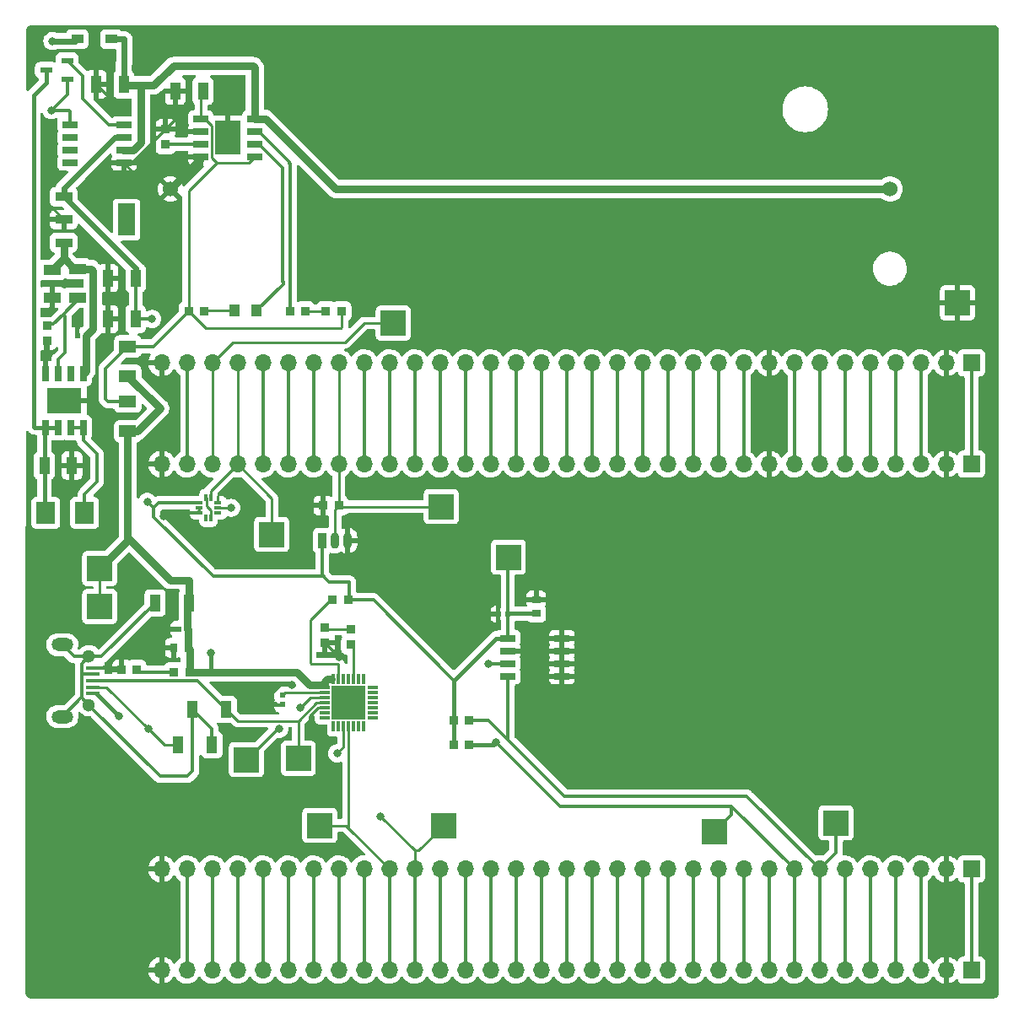
<source format=gbl>
%TF.GenerationSoftware,KiCad,Pcbnew,(6.0.2-0)*%
%TF.CreationDate,2022-04-08T21:13:52+02:00*%
%TF.ProjectId,main,6d61696e-2e6b-4696-9361-645f70636258,rev?*%
%TF.SameCoordinates,Original*%
%TF.FileFunction,Copper,L2,Bot*%
%TF.FilePolarity,Positive*%
%FSLAX46Y46*%
G04 Gerber Fmt 4.6, Leading zero omitted, Abs format (unit mm)*
G04 Created by KiCad (PCBNEW (6.0.2-0)) date 2022-04-08 21:13:52*
%MOMM*%
%LPD*%
G01*
G04 APERTURE LIST*
%TA.AperFunction,ComponentPad*%
%ADD10R,1.700000X1.700000*%
%TD*%
%TA.AperFunction,ComponentPad*%
%ADD11O,1.700000X1.700000*%
%TD*%
%TA.AperFunction,ComponentPad*%
%ADD12C,1.524000*%
%TD*%
%TA.AperFunction,SMDPad,CuDef*%
%ADD13R,2.500000X2.500000*%
%TD*%
%TA.AperFunction,SMDPad,CuDef*%
%ADD14R,0.600000X0.620000*%
%TD*%
%TA.AperFunction,SMDPad,CuDef*%
%ADD15R,0.950000X0.900000*%
%TD*%
%TA.AperFunction,SMDPad,CuDef*%
%ADD16R,0.900000X0.950000*%
%TD*%
%TA.AperFunction,SMDPad,CuDef*%
%ADD17R,1.750000X0.950000*%
%TD*%
%TA.AperFunction,SMDPad,CuDef*%
%ADD18R,1.750000X3.200000*%
%TD*%
%TA.AperFunction,SMDPad,CuDef*%
%ADD19R,1.701000X1.208000*%
%TD*%
%TA.AperFunction,SMDPad,CuDef*%
%ADD20R,1.050000X1.820000*%
%TD*%
%TA.AperFunction,SMDPad,CuDef*%
%ADD21R,1.100000X1.700000*%
%TD*%
%TA.AperFunction,SMDPad,CuDef*%
%ADD22R,1.525000X0.700000*%
%TD*%
%TA.AperFunction,SMDPad,CuDef*%
%ADD23R,2.513000X3.402000*%
%TD*%
%TA.AperFunction,SMDPad,CuDef*%
%ADD24R,1.400000X0.400000*%
%TD*%
%TA.AperFunction,ComponentPad*%
%ADD25C,1.300000*%
%TD*%
%TA.AperFunction,ComponentPad*%
%ADD26O,2.200000X1.300000*%
%TD*%
%TA.AperFunction,SMDPad,CuDef*%
%ADD27R,0.806000X0.864000*%
%TD*%
%TA.AperFunction,SMDPad,CuDef*%
%ADD28R,0.620000X0.600000*%
%TD*%
%TA.AperFunction,SMDPad,CuDef*%
%ADD29R,1.820000X1.050000*%
%TD*%
%TA.AperFunction,SMDPad,CuDef*%
%ADD30R,1.250000X0.600000*%
%TD*%
%TA.AperFunction,SMDPad,CuDef*%
%ADD31R,1.750000X1.050000*%
%TD*%
%TA.AperFunction,SMDPad,CuDef*%
%ADD32R,0.300000X0.800000*%
%TD*%
%TA.AperFunction,SMDPad,CuDef*%
%ADD33R,0.800000X0.300000*%
%TD*%
%TA.AperFunction,SMDPad,CuDef*%
%ADD34R,1.000000X0.300000*%
%TD*%
%TA.AperFunction,SMDPad,CuDef*%
%ADD35R,0.300000X1.000000*%
%TD*%
%TA.AperFunction,SMDPad,CuDef*%
%ADD36R,3.350000X3.350000*%
%TD*%
%TA.AperFunction,SMDPad,CuDef*%
%ADD37R,1.900000X2.200000*%
%TD*%
%TA.AperFunction,SMDPad,CuDef*%
%ADD38R,0.700000X1.525000*%
%TD*%
%TA.AperFunction,SMDPad,CuDef*%
%ADD39R,3.402000X2.513000*%
%TD*%
%TA.AperFunction,SMDPad,CuDef*%
%ADD40R,0.940000X0.730000*%
%TD*%
%TA.AperFunction,SMDPad,CuDef*%
%ADD41R,0.864000X0.806000*%
%TD*%
%TA.AperFunction,SMDPad,CuDef*%
%ADD42R,1.525000X0.650000*%
%TD*%
%TA.AperFunction,ComponentPad*%
%ADD43R,0.900000X1.600000*%
%TD*%
%TA.AperFunction,ComponentPad*%
%ADD44O,0.900000X1.600000*%
%TD*%
%TA.AperFunction,SMDPad,CuDef*%
%ADD45R,1.200000X0.950000*%
%TD*%
%TA.AperFunction,SMDPad,CuDef*%
%ADD46R,1.000000X1.250000*%
%TD*%
%TA.AperFunction,SMDPad,CuDef*%
%ADD47R,0.730000X0.940000*%
%TD*%
%TA.AperFunction,ViaPad*%
%ADD48C,0.800000*%
%TD*%
%TA.AperFunction,Conductor*%
%ADD49C,0.350000*%
%TD*%
%TA.AperFunction,Conductor*%
%ADD50C,0.250000*%
%TD*%
%TA.AperFunction,Conductor*%
%ADD51C,0.800000*%
%TD*%
%TA.AperFunction,Conductor*%
%ADD52C,0.400000*%
%TD*%
%TA.AperFunction,Conductor*%
%ADD53C,0.600000*%
%TD*%
G04 APERTURE END LIST*
D10*
%TO.P,J2,1,Pin_1*%
%TO.N,+3V0*%
X185540000Y-78160000D03*
D11*
%TO.P,J2,2,Pin_2*%
%TO.N,GND*%
X183000000Y-78160000D03*
%TO.P,J2,3,Pin_3*%
%TO.N,/VBAT*%
X180460000Y-78160000D03*
%TO.P,J2,4,Pin_4*%
%TO.N,/PC13*%
X177920000Y-78160000D03*
%TO.P,J2,5,Pin_5*%
%TO.N,/PC14*%
X175380000Y-78160000D03*
%TO.P,J2,6,Pin_6*%
%TO.N,/PC15*%
X172840000Y-78160000D03*
%TO.P,J2,7,Pin_7*%
%TO.N,/PF0*%
X170300000Y-78160000D03*
%TO.P,J2,8,Pin_8*%
%TO.N,/PF1*%
X167760000Y-78160000D03*
%TO.P,J2,9,Pin_9*%
%TO.N,GND*%
X165220000Y-78160000D03*
%TO.P,J2,10,Pin_10*%
%TO.N,/NRST*%
X162680000Y-78160000D03*
%TO.P,J2,11,Pin_11*%
%TO.N,/PC0*%
X160140000Y-78160000D03*
%TO.P,J2,12,Pin_12*%
%TO.N,/PC1*%
X157600000Y-78160000D03*
%TO.P,J2,13,Pin_13*%
%TO.N,/PC2*%
X155060000Y-78160000D03*
%TO.P,J2,14,Pin_14*%
%TO.N,/PC3*%
X152520000Y-78160000D03*
%TO.P,J2,15,Pin_15*%
%TO.N,/PA0*%
X149980000Y-78160000D03*
%TO.P,J2,16,Pin_16*%
%TO.N,/PA1*%
X147440000Y-78160000D03*
%TO.P,J2,17,Pin_17*%
%TO.N,/PA2*%
X144900000Y-78160000D03*
%TO.P,J2,18,Pin_18*%
%TO.N,/PA3*%
X142360000Y-78160000D03*
%TO.P,J2,19,Pin_19*%
%TO.N,/PF4*%
X139820000Y-78160000D03*
%TO.P,J2,20,Pin_20*%
%TO.N,/PF5*%
X137280000Y-78160000D03*
%TO.P,J2,21,Pin_21*%
%TO.N,/PA4*%
X134740000Y-78160000D03*
%TO.P,J2,22,Pin_22*%
%TO.N,/PA5*%
X132200000Y-78160000D03*
%TO.P,J2,23,Pin_23*%
%TO.N,/PA6*%
X129660000Y-78160000D03*
%TO.P,J2,24,Pin_24*%
%TO.N,/PA7*%
X127120000Y-78160000D03*
%TO.P,J2,25,Pin_25*%
%TO.N,/PC4*%
X124580000Y-78160000D03*
%TO.P,J2,26,Pin_26*%
%TO.N,/PC5*%
X122040000Y-78160000D03*
%TO.P,J2,27,Pin_27*%
%TO.N,/PB0*%
X119500000Y-78160000D03*
%TO.P,J2,28,Pin_28*%
%TO.N,/PB1*%
X116960000Y-78160000D03*
%TO.P,J2,29,Pin_29*%
%TO.N,/PB2*%
X114420000Y-78160000D03*
%TO.P,J2,30,Pin_30*%
%TO.N,/PB10*%
X111880000Y-78160000D03*
%TO.P,J2,31,Pin_31*%
%TO.N,/PB11*%
X109340000Y-78160000D03*
%TO.P,J2,32,Pin_32*%
%TO.N,/PB12*%
X106800000Y-78160000D03*
%TO.P,J2,33,Pin_33*%
%TO.N,GND*%
X104260000Y-78160000D03*
%TD*%
D10*
%TO.P,J1,1,Pin_1*%
%TO.N,+3V0*%
X185540000Y-68000000D03*
D11*
%TO.P,J1,2,Pin_2*%
%TO.N,GND*%
X183000000Y-68000000D03*
%TO.P,J1,3,Pin_3*%
%TO.N,/VBAT*%
X180460000Y-68000000D03*
%TO.P,J1,4,Pin_4*%
%TO.N,/PC13*%
X177920000Y-68000000D03*
%TO.P,J1,5,Pin_5*%
%TO.N,/PC14*%
X175380000Y-68000000D03*
%TO.P,J1,6,Pin_6*%
%TO.N,/PC15*%
X172840000Y-68000000D03*
%TO.P,J1,7,Pin_7*%
%TO.N,/PF0*%
X170300000Y-68000000D03*
%TO.P,J1,8,Pin_8*%
%TO.N,/PF1*%
X167760000Y-68000000D03*
%TO.P,J1,9,Pin_9*%
%TO.N,GND*%
X165220000Y-68000000D03*
%TO.P,J1,10,Pin_10*%
%TO.N,/NRST*%
X162680000Y-68000000D03*
%TO.P,J1,11,Pin_11*%
%TO.N,/PC0*%
X160140000Y-68000000D03*
%TO.P,J1,12,Pin_12*%
%TO.N,/PC1*%
X157600000Y-68000000D03*
%TO.P,J1,13,Pin_13*%
%TO.N,/PC2*%
X155060000Y-68000000D03*
%TO.P,J1,14,Pin_14*%
%TO.N,/PC3*%
X152520000Y-68000000D03*
%TO.P,J1,15,Pin_15*%
%TO.N,/PA0*%
X149980000Y-68000000D03*
%TO.P,J1,16,Pin_16*%
%TO.N,/PA1*%
X147440000Y-68000000D03*
%TO.P,J1,17,Pin_17*%
%TO.N,/PA2*%
X144900000Y-68000000D03*
%TO.P,J1,18,Pin_18*%
%TO.N,/PA3*%
X142360000Y-68000000D03*
%TO.P,J1,19,Pin_19*%
%TO.N,/PF4*%
X139820000Y-68000000D03*
%TO.P,J1,20,Pin_20*%
%TO.N,/PF5*%
X137280000Y-68000000D03*
%TO.P,J1,21,Pin_21*%
%TO.N,/PA4*%
X134740000Y-68000000D03*
%TO.P,J1,22,Pin_22*%
%TO.N,/PA5*%
X132200000Y-68000000D03*
%TO.P,J1,23,Pin_23*%
%TO.N,/PA6*%
X129660000Y-68000000D03*
%TO.P,J1,24,Pin_24*%
%TO.N,/PA7*%
X127120000Y-68000000D03*
%TO.P,J1,25,Pin_25*%
%TO.N,/PC4*%
X124580000Y-68000000D03*
%TO.P,J1,26,Pin_26*%
%TO.N,/PC5*%
X122040000Y-68000000D03*
%TO.P,J1,27,Pin_27*%
%TO.N,/PB0*%
X119500000Y-68000000D03*
%TO.P,J1,28,Pin_28*%
%TO.N,/PB1*%
X116960000Y-68000000D03*
%TO.P,J1,29,Pin_29*%
%TO.N,/PB2*%
X114420000Y-68000000D03*
%TO.P,J1,30,Pin_30*%
%TO.N,/PB10*%
X111880000Y-68000000D03*
%TO.P,J1,31,Pin_31*%
%TO.N,/PB11*%
X109340000Y-68000000D03*
%TO.P,J1,32,Pin_32*%
%TO.N,/PB12*%
X106800000Y-68000000D03*
%TO.P,J1,33,Pin_33*%
%TO.N,GND*%
X104260000Y-68000000D03*
%TD*%
D10*
%TO.P,J4,1,Pin_1*%
%TO.N,+5V*%
X185540000Y-128960000D03*
D11*
%TO.P,J4,2,Pin_2*%
%TO.N,GND*%
X183000000Y-128960000D03*
%TO.P,J4,3,Pin_3*%
%TO.N,/PB9*%
X180460000Y-128960000D03*
%TO.P,J4,4,Pin_4*%
%TO.N,/PB8*%
X177920000Y-128960000D03*
%TO.P,J4,5,Pin_5*%
%TO.N,VDD*%
X175380000Y-128960000D03*
%TO.P,J4,6,Pin_6*%
%TO.N,/BOOT*%
X172840000Y-128960000D03*
%TO.P,J4,7,Pin_7*%
%TO.N,/PB7*%
X170300000Y-128960000D03*
%TO.P,J4,8,Pin_8*%
%TO.N,/PB6*%
X167760000Y-128960000D03*
%TO.P,J4,9,Pin_9*%
%TO.N,/PB5*%
X165220000Y-128960000D03*
%TO.P,J4,10,Pin_10*%
%TO.N,/PB4*%
X162680000Y-128960000D03*
%TO.P,J4,11,Pin_11*%
%TO.N,/PB3*%
X160140000Y-128960000D03*
%TO.P,J4,12,Pin_12*%
%TO.N,/PD2*%
X157600000Y-128960000D03*
%TO.P,J4,13,Pin_13*%
%TO.N,/PC12*%
X155060000Y-128960000D03*
%TO.P,J4,14,Pin_14*%
%TO.N,/PC11*%
X152520000Y-128960000D03*
%TO.P,J4,15,Pin_15*%
%TO.N,/PC10*%
X149980000Y-128960000D03*
%TO.P,J4,16,Pin_16*%
%TO.N,/PA15*%
X147440000Y-128960000D03*
%TO.P,J4,17,Pin_17*%
%TO.N,/PA14*%
X144900000Y-128960000D03*
%TO.P,J4,18,Pin_18*%
%TO.N,/PF7*%
X142360000Y-128960000D03*
%TO.P,J4,19,Pin_19*%
%TO.N,/PF6*%
X139820000Y-128960000D03*
%TO.P,J4,20,Pin_20*%
%TO.N,/PA13*%
X137280000Y-128960000D03*
%TO.P,J4,21,Pin_21*%
%TO.N,/PA12*%
X134740000Y-128960000D03*
%TO.P,J4,22,Pin_22*%
%TO.N,/PA11*%
X132200000Y-128960000D03*
%TO.P,J4,23,Pin_23*%
%TO.N,/PA10*%
X129660000Y-128960000D03*
%TO.P,J4,24,Pin_24*%
%TO.N,/PA9*%
X127120000Y-128960000D03*
%TO.P,J4,25,Pin_25*%
%TO.N,/PA8*%
X124580000Y-128960000D03*
%TO.P,J4,26,Pin_26*%
%TO.N,/PC9*%
X122040000Y-128960000D03*
%TO.P,J4,27,Pin_27*%
%TO.N,/PC8*%
X119500000Y-128960000D03*
%TO.P,J4,28,Pin_28*%
%TO.N,/PC7*%
X116960000Y-128960000D03*
%TO.P,J4,29,Pin_29*%
%TO.N,/PC6*%
X114420000Y-128960000D03*
%TO.P,J4,30,Pin_30*%
%TO.N,/PB15*%
X111880000Y-128960000D03*
%TO.P,J4,31,Pin_31*%
%TO.N,/PB14*%
X109340000Y-128960000D03*
%TO.P,J4,32,Pin_32*%
%TO.N,/PB13*%
X106800000Y-128960000D03*
%TO.P,J4,33,Pin_33*%
%TO.N,GND*%
X104260000Y-128960000D03*
%TD*%
D12*
%TO.P,BT1,1,+*%
%TO.N,/Power/BAT+*%
X177370000Y-50550000D03*
%TO.P,BT1,2,-*%
%TO.N,GND*%
X105150000Y-50550000D03*
%TD*%
D10*
%TO.P,J3,1,Pin_1*%
%TO.N,+5V*%
X185540000Y-118800000D03*
D11*
%TO.P,J3,2,Pin_2*%
%TO.N,GND*%
X183000000Y-118800000D03*
%TO.P,J3,3,Pin_3*%
%TO.N,/PB9*%
X180460000Y-118800000D03*
%TO.P,J3,4,Pin_4*%
%TO.N,/PB8*%
X177920000Y-118800000D03*
%TO.P,J3,5,Pin_5*%
%TO.N,VDD*%
X175380000Y-118800000D03*
%TO.P,J3,6,Pin_6*%
%TO.N,/BOOT*%
X172840000Y-118800000D03*
%TO.P,J3,7,Pin_7*%
%TO.N,/PB7*%
X170300000Y-118800000D03*
%TO.P,J3,8,Pin_8*%
%TO.N,/PB6*%
X167760000Y-118800000D03*
%TO.P,J3,9,Pin_9*%
%TO.N,/PB5*%
X165220000Y-118800000D03*
%TO.P,J3,10,Pin_10*%
%TO.N,/PB4*%
X162680000Y-118800000D03*
%TO.P,J3,11,Pin_11*%
%TO.N,/PB3*%
X160140000Y-118800000D03*
%TO.P,J3,12,Pin_12*%
%TO.N,/PD2*%
X157600000Y-118800000D03*
%TO.P,J3,13,Pin_13*%
%TO.N,/PC12*%
X155060000Y-118800000D03*
%TO.P,J3,14,Pin_14*%
%TO.N,/PC11*%
X152520000Y-118800000D03*
%TO.P,J3,15,Pin_15*%
%TO.N,/PC10*%
X149980000Y-118800000D03*
%TO.P,J3,16,Pin_16*%
%TO.N,/PA15*%
X147440000Y-118800000D03*
%TO.P,J3,17,Pin_17*%
%TO.N,/PA14*%
X144900000Y-118800000D03*
%TO.P,J3,18,Pin_18*%
%TO.N,/PF7*%
X142360000Y-118800000D03*
%TO.P,J3,19,Pin_19*%
%TO.N,/PF6*%
X139820000Y-118800000D03*
%TO.P,J3,20,Pin_20*%
%TO.N,/PA13*%
X137280000Y-118800000D03*
%TO.P,J3,21,Pin_21*%
%TO.N,/PA12*%
X134740000Y-118800000D03*
%TO.P,J3,22,Pin_22*%
%TO.N,/PA11*%
X132200000Y-118800000D03*
%TO.P,J3,23,Pin_23*%
%TO.N,/PA10*%
X129660000Y-118800000D03*
%TO.P,J3,24,Pin_24*%
%TO.N,/PA9*%
X127120000Y-118800000D03*
%TO.P,J3,25,Pin_25*%
%TO.N,/PA8*%
X124580000Y-118800000D03*
%TO.P,J3,26,Pin_26*%
%TO.N,/PC9*%
X122040000Y-118800000D03*
%TO.P,J3,27,Pin_27*%
%TO.N,/PC8*%
X119500000Y-118800000D03*
%TO.P,J3,28,Pin_28*%
%TO.N,/PC7*%
X116960000Y-118800000D03*
%TO.P,J3,29,Pin_29*%
%TO.N,/PC6*%
X114420000Y-118800000D03*
%TO.P,J3,30,Pin_30*%
%TO.N,/PB15*%
X111880000Y-118800000D03*
%TO.P,J3,31,Pin_31*%
%TO.N,/PB14*%
X109340000Y-118800000D03*
%TO.P,J3,32,Pin_32*%
%TO.N,/PB13*%
X106800000Y-118800000D03*
%TO.P,J3,33,Pin_33*%
%TO.N,GND*%
X104260000Y-118800000D03*
%TD*%
D13*
%TO.P,TP12,1,1*%
%TO.N,/USB_D-*%
X112776000Y-107823000D03*
%TD*%
D14*
%TO.P,C10,1*%
%TO.N,/3V3*%
X139017000Y-93218000D03*
%TO.P,C10,2*%
%TO.N,GND*%
X138097000Y-93218000D03*
%TD*%
D15*
%TO.P,R13,1*%
%TO.N,Net-(IC5-Pad12)*%
X123260000Y-96300000D03*
%TO.P,R13,2*%
%TO.N,Net-(D8-Pad2)*%
X123260000Y-94700000D03*
%TD*%
D16*
%TO.P,R11,1*%
%TO.N,/USB_5V*%
X107060000Y-99050000D03*
%TO.P,R11,2*%
%TO.N,Net-(D7-Pad2)*%
X105460000Y-99050000D03*
%TD*%
D17*
%TO.P,IC4,1,IN*%
%TO.N,/5V*%
X94442400Y-55929400D03*
%TO.P,IC4,2,GND_1*%
%TO.N,GND*%
X94442400Y-53629400D03*
%TO.P,IC4,3,OUT*%
%TO.N,/3V3*%
X94442400Y-51329400D03*
D18*
%TO.P,IC4,4,GND_2*%
%TO.N,unconnected-(IC4-Pad4)*%
X100742400Y-53629400D03*
%TD*%
D19*
%TO.P,R3,1*%
%TO.N,Net-(C2-Pad1)*%
X100860000Y-66342000D03*
%TO.P,R3,2*%
%TO.N,/USB_5V*%
X100860000Y-69300000D03*
%TD*%
D20*
%TO.P,C4,1*%
%TO.N,/Power/BAT+*%
X100474400Y-40040400D03*
%TO.P,C4,2*%
%TO.N,GND*%
X97694400Y-40040400D03*
%TD*%
%TO.P,C8,1*%
%TO.N,/3V3*%
X101650000Y-59496800D03*
%TO.P,C8,2*%
%TO.N,GND*%
X98870000Y-59496800D03*
%TD*%
D21*
%TO.P,D6,1,K*%
%TO.N,/USB_D-*%
X105910000Y-106350000D03*
%TO.P,D6,2,A*%
%TO.N,Net-(D4-Pad2)*%
X109310000Y-106350000D03*
%TD*%
D13*
%TO.P,TP3,1,1*%
%TO.N,/PB7*%
X171958000Y-114173000D03*
%TD*%
D22*
%TO.P,IC3,1,TEMP*%
%TO.N,GND*%
X108198000Y-47305000D03*
%TO.P,IC3,2,PROG*%
%TO.N,Net-(IC3-Pad2)*%
X108198000Y-46035000D03*
%TO.P,IC3,3,GND*%
%TO.N,GND*%
X108198000Y-44765000D03*
%TO.P,IC3,4,VCC*%
%TO.N,Net-(C2-Pad1)*%
X108198000Y-43495000D03*
%TO.P,IC3,5,BAT*%
%TO.N,/Power/BAT+*%
X113622000Y-43495000D03*
%TO.P,IC3,6,~{STDBY}*%
%TO.N,Net-(D1-Pad1)*%
X113622000Y-44765000D03*
%TO.P,IC3,7,~{CHRG}*%
%TO.N,Net-(D2-Pad1)*%
X113622000Y-46035000D03*
%TO.P,IC3,8,CE*%
%TO.N,Net-(C2-Pad1)*%
X113622000Y-47305000D03*
D23*
%TO.P,IC3,9,EP*%
%TO.N,GND*%
X110910000Y-45400000D03*
%TD*%
D24*
%TO.P,U4,1,VBUS*%
%TO.N,/USB_5V*%
X97337000Y-101208200D03*
%TO.P,U4,2,D-*%
%TO.N,/USB_D-*%
X97337000Y-100558200D03*
%TO.P,U4,3,D+*%
%TO.N,/USB_D+*%
X97337000Y-99908200D03*
%TO.P,U4,4,ID*%
%TO.N,Net-(D4-Pad2)*%
X97337000Y-99258200D03*
%TO.P,U4,5,GND*%
%TO.N,GND*%
X97337000Y-98608200D03*
D25*
%TO.P,U4,6,SH1*%
%TO.N,Net-(D4-Pad2)*%
X96965000Y-97483200D03*
D26*
%TO.P,U4,7,SH2*%
X94295000Y-96308200D03*
%TO.P,U4,8,SH3*%
X94295000Y-103508200D03*
D25*
%TO.P,U4,9,SH4*%
X96965000Y-102333200D03*
%TD*%
D16*
%TO.P,D1,1,K*%
%TO.N,Net-(D1-Pad1)*%
X117158000Y-62798800D03*
%TO.P,D1,2,A*%
%TO.N,Net-(D1-Pad2)*%
X118658000Y-62798800D03*
%TD*%
D13*
%TO.P,TP4,1,1*%
%TO.N,/PB6*%
X159766000Y-115062000D03*
%TD*%
D27*
%TO.P,R14,1*%
%TO.N,/3V3*%
X133613000Y-103886000D03*
%TO.P,R14,2*%
%TO.N,/PB7*%
X135119000Y-103886000D03*
%TD*%
D13*
%TO.P,TP13,1,1*%
%TO.N,/3V3*%
X139065000Y-87503000D03*
%TD*%
D21*
%TO.P,D4,1,K*%
%TO.N,/USB_5V*%
X107010000Y-92100000D03*
%TO.P,D4,2,A*%
%TO.N,Net-(D4-Pad2)*%
X103610000Y-92100000D03*
%TD*%
D28*
%TO.P,C12,1*%
%TO.N,Net-(C12-Pad1)*%
X116410000Y-101350000D03*
%TO.P,C12,2*%
%TO.N,GND*%
X116410000Y-102270000D03*
%TD*%
D29*
%TO.P,C3,1*%
%TO.N,/5V*%
X93260000Y-58660000D03*
%TO.P,C3,2*%
%TO.N,GND*%
X93260000Y-61440000D03*
%TD*%
D15*
%TO.P,D8,1,K*%
%TO.N,GND*%
X120660000Y-96100000D03*
%TO.P,D8,2,A*%
%TO.N,Net-(D8-Pad2)*%
X120660000Y-94600000D03*
%TD*%
D30*
%TO.P,Q1,1*%
%TO.N,Net-(IC1-Pad1)*%
X94776000Y-37653000D03*
%TO.P,Q1,2*%
%TO.N,Net-(D3-Pad1)*%
X94776000Y-39563000D03*
%TO.P,Q1,3*%
%TO.N,/Power/V_UVLO*%
X92676000Y-38608000D03*
%TD*%
D13*
%TO.P,TP9,1,1*%
%TO.N,/PA9*%
X120142000Y-114427000D03*
%TD*%
D21*
%TO.P,D5,1,K*%
%TO.N,/USB_D+*%
X110760000Y-102800000D03*
%TO.P,D5,2,A*%
%TO.N,Net-(D4-Pad2)*%
X107360000Y-102800000D03*
%TD*%
D13*
%TO.P,TP8,1,1*%
%TO.N,/PA10*%
X132588000Y-114427000D03*
%TD*%
%TO.P,TP11,1,1*%
%TO.N,/USB_D+*%
X117983000Y-107696000D03*
%TD*%
D31*
%TO.P,R5,1*%
%TO.N,/5V*%
X95810000Y-58550000D03*
%TO.P,R5,2*%
%TO.N,Net-(IC2-Pad6)*%
X95810000Y-61450000D03*
%TD*%
D32*
%TO.P,U2,1,VDD_IO*%
%TO.N,/Sensing/COMM*%
X108716000Y-81550000D03*
%TO.P,U2,2,SCL/SPC*%
%TO.N,/PB10*%
X109216000Y-81550000D03*
D33*
%TO.P,U2,3,RES*%
%TO.N,GND*%
X109916000Y-82050000D03*
%TO.P,U2,4,SDA/SDI/SDO*%
%TO.N,/PB11*%
X109916000Y-82550000D03*
%TO.P,U2,5,SDO/SA0*%
%TO.N,/Sensing/BARO_LSB*%
X109916000Y-83050000D03*
D32*
%TO.P,U2,6,CS*%
%TO.N,/Sensing/COMM*%
X109216000Y-83550000D03*
%TO.P,U2,7,INT_DRDY*%
%TO.N,unconnected-(U2-Pad7)*%
X108716000Y-83550000D03*
D33*
%TO.P,U2,8,GND*%
%TO.N,GND*%
X108016000Y-83050000D03*
%TO.P,U2,9,GND*%
X108016000Y-82550000D03*
%TO.P,U2,10,VDD*%
%TO.N,/3V3*%
X108016000Y-82050000D03*
%TD*%
D34*
%TO.P,IC5,1,DCD*%
%TO.N,unconnected-(IC5-Pad1)*%
X120618200Y-103618000D03*
%TO.P,IC5,2,RI*%
%TO.N,unconnected-(IC5-Pad2)*%
X120618200Y-103118000D03*
%TO.P,IC5,3,GND*%
%TO.N,GND*%
X120618200Y-102618000D03*
%TO.P,IC5,4,D+*%
%TO.N,/USB_D+*%
X120618200Y-102118000D03*
%TO.P,IC5,5,D-*%
%TO.N,/USB_D-*%
X120618200Y-101618000D03*
%TO.P,IC5,6,VDD*%
%TO.N,Net-(C12-Pad1)*%
X120618200Y-101118000D03*
%TO.P,IC5,7,REGIN*%
%TO.N,/USB_5V*%
X120618200Y-100618000D03*
D35*
%TO.P,IC5,8,VBUS*%
X121518200Y-99718000D03*
%TO.P,IC5,9,~{RST}*%
%TO.N,Net-(IC5-Pad9)*%
X122018200Y-99718000D03*
%TO.P,IC5,10,NC_1*%
%TO.N,unconnected-(IC5-Pad10)*%
X122518200Y-99718000D03*
%TO.P,IC5,11,~{SUSPEND}*%
%TO.N,unconnected-(IC5-Pad11)*%
X123018200Y-99718000D03*
%TO.P,IC5,12,SUSPEND*%
%TO.N,Net-(IC5-Pad12)*%
X123518200Y-99718000D03*
%TO.P,IC5,13,NC_2*%
%TO.N,unconnected-(IC5-Pad13)*%
X124018200Y-99718000D03*
%TO.P,IC5,14,NC_3*%
%TO.N,unconnected-(IC5-Pad14)*%
X124518200Y-99718000D03*
D34*
%TO.P,IC5,15,NC_4*%
%TO.N,unconnected-(IC5-Pad15)*%
X125418200Y-100618000D03*
%TO.P,IC5,16,NC_5*%
%TO.N,unconnected-(IC5-Pad16)*%
X125418200Y-101118000D03*
%TO.P,IC5,17,NC_6*%
%TO.N,unconnected-(IC5-Pad17)*%
X125418200Y-101618000D03*
%TO.P,IC5,18,NC/VPP*%
%TO.N,unconnected-(IC5-Pad18)*%
X125418200Y-102118000D03*
%TO.P,IC5,19,NC_7*%
%TO.N,unconnected-(IC5-Pad19)*%
X125418200Y-102618000D03*
%TO.P,IC5,20,NC_8*%
%TO.N,unconnected-(IC5-Pad20)*%
X125418200Y-103118000D03*
%TO.P,IC5,21,NC_9*%
%TO.N,unconnected-(IC5-Pad21)*%
X125418200Y-103618000D03*
D35*
%TO.P,IC5,22,NC_10*%
%TO.N,unconnected-(IC5-Pad22)*%
X124518200Y-104518000D03*
%TO.P,IC5,23,CTS*%
%TO.N,unconnected-(IC5-Pad23)*%
X124018200Y-104518000D03*
%TO.P,IC5,24,RTS*%
%TO.N,unconnected-(IC5-Pad24)*%
X123518200Y-104518000D03*
%TO.P,IC5,25,RXD*%
%TO.N,/PA9*%
X123018200Y-104518000D03*
%TO.P,IC5,26,TXD*%
%TO.N,/PA10*%
X122518200Y-104518000D03*
%TO.P,IC5,27,DSR*%
%TO.N,unconnected-(IC5-Pad27)*%
X122018200Y-104518000D03*
%TO.P,IC5,28,DTR*%
%TO.N,unconnected-(IC5-Pad28)*%
X121518200Y-104518000D03*
D36*
%TO.P,IC5,29,TPAD*%
%TO.N,unconnected-(IC5-Pad29)*%
X123018200Y-102118000D03*
%TD*%
D14*
%TO.P,C5,1*%
%TO.N,/5V*%
X96710000Y-65250000D03*
%TO.P,C5,2*%
%TO.N,GND*%
X95790000Y-65250000D03*
%TD*%
D13*
%TO.P,TP10,1,1*%
%TO.N,GND*%
X184150000Y-61976000D03*
%TD*%
%TO.P,TP5,1,1*%
%TO.N,/PB11*%
X127508000Y-64008000D03*
%TD*%
D37*
%TO.P,L1,1*%
%TO.N,/Power/V_UVLO*%
X92610000Y-83050000D03*
%TO.P,L1,2*%
%TO.N,Net-(IC2-Pad1)*%
X96510000Y-83050000D03*
%TD*%
D19*
%TO.P,R4,1*%
%TO.N,Net-(C2-Pad1)*%
X100860000Y-71900000D03*
%TO.P,R4,2*%
%TO.N,/USB_5V*%
X100860000Y-74858000D03*
%TD*%
D38*
%TO.P,IC2,1,LX_1*%
%TO.N,Net-(IC2-Pad1)*%
X96415000Y-74512000D03*
%TO.P,IC2,2,LX_2*%
X95145000Y-74512000D03*
%TO.P,IC2,3,VIN*%
%TO.N,/Power/V_UVLO*%
X93875000Y-74512000D03*
%TO.P,IC2,4,EN*%
X92605000Y-74512000D03*
%TO.P,IC2,5,GND*%
%TO.N,GND*%
X92605000Y-69088000D03*
%TO.P,IC2,6,FB*%
%TO.N,Net-(IC2-Pad6)*%
X93875000Y-69088000D03*
%TO.P,IC2,7,VOUT_1*%
%TO.N,unconnected-(IC2-Pad7)*%
X95145000Y-69088000D03*
%TO.P,IC2,8,VOUT_2*%
%TO.N,/5V*%
X96415000Y-69088000D03*
D39*
%TO.P,IC2,9,EP*%
%TO.N,GND*%
X94510000Y-71800000D03*
%TD*%
D40*
%TO.P,C6,1*%
%TO.N,/3V3*%
X141859000Y-93166000D03*
%TO.P,C6,2*%
%TO.N,GND*%
X141859000Y-91746000D03*
%TD*%
D41*
%TO.P,R6,1*%
%TO.N,Net-(IC2-Pad6)*%
X92760000Y-64297000D03*
%TO.P,R6,2*%
%TO.N,GND*%
X92760000Y-65803000D03*
%TD*%
D42*
%TO.P,IC1,1,VOUTA*%
%TO.N,Net-(IC1-Pad1)*%
X100502000Y-44069000D03*
%TO.P,IC1,2,VINA-*%
%TO.N,/3V3*%
X100502000Y-45339000D03*
%TO.P,IC1,3,VINA+*%
%TO.N,/Power/BAT+*%
X100502000Y-46609000D03*
%TO.P,IC1,4,VSS*%
%TO.N,GND*%
X100502000Y-47879000D03*
%TO.P,IC1,5,VINB+*%
%TO.N,unconnected-(IC1-Pad5)*%
X95078000Y-47879000D03*
%TO.P,IC1,6,VINB-*%
%TO.N,unconnected-(IC1-Pad6)*%
X95078000Y-46609000D03*
%TO.P,IC1,7,VOUTB*%
%TO.N,unconnected-(IC1-Pad7)*%
X95078000Y-45339000D03*
%TO.P,IC1,8,VDD*%
%TO.N,Net-(D3-Pad1)*%
X95078000Y-44069000D03*
%TD*%
D13*
%TO.P,TP6,1,1*%
%TO.N,/PB10*%
X115316000Y-85217000D03*
%TD*%
D43*
%TO.P,U1,1,+Vs*%
%TO.N,/3V3*%
X120396000Y-85852000D03*
D44*
%TO.P,U1,2,Vout*%
%TO.N,/PC5*%
X121666000Y-85852000D03*
%TO.P,U1,3,GND*%
%TO.N,GND*%
X122936000Y-85852000D03*
%TD*%
D42*
%TO.P,U3,1,A0*%
%TO.N,GND*%
X144444000Y-95631000D03*
%TO.P,U3,2,A1*%
X144444000Y-96901000D03*
%TO.P,U3,3,A2*%
X144444000Y-98171000D03*
%TO.P,U3,4,GND*%
X144444000Y-99441000D03*
%TO.P,U3,5,SDA*%
%TO.N,/PB7*%
X139020000Y-99441000D03*
%TO.P,U3,6,SCL*%
%TO.N,/PB6*%
X139020000Y-98171000D03*
%TO.P,U3,7,WP*%
%TO.N,GND*%
X139020000Y-96901000D03*
%TO.P,U3,8,VCC*%
%TO.N,/3V3*%
X139020000Y-95631000D03*
%TD*%
D45*
%TO.P,D3,1,K*%
%TO.N,Net-(D3-Pad1)*%
X95800000Y-35500000D03*
%TO.P,D3,2,A*%
%TO.N,/Power/BAT+*%
X99200000Y-35500000D03*
%TD*%
D15*
%TO.P,R7,1*%
%TO.N,Net-(IC3-Pad2)*%
X104660000Y-46100000D03*
%TO.P,R7,2*%
%TO.N,GND*%
X104660000Y-44500000D03*
%TD*%
D16*
%TO.P,D7,1,K*%
%TO.N,GND*%
X100260000Y-98800000D03*
%TO.P,D7,2,A*%
%TO.N,Net-(D7-Pad2)*%
X101760000Y-98800000D03*
%TD*%
D20*
%TO.P,C7,1*%
%TO.N,/3V3*%
X101650000Y-63611600D03*
%TO.P,C7,2*%
%TO.N,GND*%
X98870000Y-63611600D03*
%TD*%
D13*
%TO.P,TP2,1,1*%
%TO.N,/PC5*%
X132334000Y-82423000D03*
%TD*%
D20*
%TO.P,C1,1*%
%TO.N,/Power/V_UVLO*%
X92480000Y-78300000D03*
%TO.P,C1,2*%
%TO.N,GND*%
X95260000Y-78300000D03*
%TD*%
D16*
%TO.P,C9,1*%
%TO.N,/PC5*%
X122053000Y-82331400D03*
%TO.P,C9,2*%
%TO.N,GND*%
X120453000Y-82331400D03*
%TD*%
%TO.P,R1,1*%
%TO.N,Net-(C2-Pad1)*%
X122339400Y-62798800D03*
%TO.P,R1,2*%
%TO.N,Net-(D1-Pad2)*%
X120739400Y-62798800D03*
%TD*%
D46*
%TO.P,D2,1,K*%
%TO.N,Net-(D2-Pad1)*%
X113805200Y-62773400D03*
%TO.P,D2,2,A*%
%TO.N,Net-(D2-Pad2)*%
X111605200Y-62773400D03*
%TD*%
D20*
%TO.P,C2,1*%
%TO.N,Net-(C2-Pad1)*%
X108410000Y-40700000D03*
%TO.P,C2,2*%
%TO.N,GND*%
X105630000Y-40700000D03*
%TD*%
D13*
%TO.P,TP1,1,1*%
%TO.N,/USB_5V*%
X98044000Y-92456000D03*
%TD*%
D16*
%TO.P,R12,1*%
%TO.N,/3V3*%
X122960000Y-91800000D03*
%TO.P,R12,2*%
%TO.N,Net-(IC5-Pad9)*%
X121360000Y-91800000D03*
%TD*%
D13*
%TO.P,TP7,1,1*%
%TO.N,/USB_5V*%
X98044000Y-88646000D03*
%TD*%
D27*
%TO.P,R15,1*%
%TO.N,/3V3*%
X133613000Y-106299000D03*
%TO.P,R15,2*%
%TO.N,/PB6*%
X135119000Y-106299000D03*
%TD*%
D16*
%TO.P,R2,1*%
%TO.N,Net-(C2-Pad1)*%
X106960000Y-62824200D03*
%TO.P,R2,2*%
%TO.N,Net-(D2-Pad2)*%
X108560000Y-62824200D03*
%TD*%
D47*
%TO.P,C11,1*%
%TO.N,GND*%
X105468000Y-96606200D03*
%TO.P,C11,2*%
%TO.N,/USB_5V*%
X106888000Y-96606200D03*
%TD*%
D14*
%TO.P,C13,1*%
%TO.N,GND*%
X105947800Y-94726600D03*
%TO.P,C13,2*%
%TO.N,/USB_5V*%
X106867800Y-94726600D03*
%TD*%
D48*
%TO.N,GND*%
X118872000Y-83820000D03*
X124841000Y-83820000D03*
X93210000Y-62750000D03*
X117360000Y-100350000D03*
X103960000Y-80750000D03*
X92610000Y-67250000D03*
X112160000Y-39650000D03*
X95760000Y-63400000D03*
X115160000Y-39650000D03*
X101810000Y-49300000D03*
X122110000Y-97500000D03*
X104460000Y-83400000D03*
X92810000Y-49200000D03*
X98410000Y-65900000D03*
X99560000Y-42300000D03*
X119110000Y-104300000D03*
%TO.N,/PB11*%
X111252000Y-82550000D03*
%TO.N,/PB6*%
X137795000Y-106045000D03*
X137033000Y-98171000D03*
%TO.N,/PA10*%
X121860000Y-107200000D03*
X126210000Y-113500000D03*
%TO.N,/3V3*%
X102810000Y-81950000D03*
X103310000Y-63600000D03*
%TO.N,Net-(D3-Pad1)*%
X93210000Y-42650000D03*
X93300000Y-35700000D03*
%TO.N,/USB_5V*%
X99960000Y-103500000D03*
X109210000Y-97150000D03*
%TO.N,/USB_D-*%
X102910000Y-104750000D03*
X118160000Y-102650000D03*
X116060000Y-104750000D03*
%TD*%
D49*
%TO.N,+3V0*%
X185540000Y-78160000D02*
X185540000Y-68000000D01*
D50*
%TO.N,GND*%
X119110000Y-103462896D02*
X119110000Y-104300000D01*
D49*
X183000000Y-118800000D02*
X183000000Y-128960000D01*
D50*
X109916000Y-82050000D02*
X109916000Y-81346000D01*
D49*
X95790000Y-63430000D02*
X95760000Y-63400000D01*
D50*
X92810000Y-49200000D02*
X92810000Y-51997000D01*
X99560000Y-41906000D02*
X97694400Y-40040400D01*
D51*
X108198000Y-47305000D02*
X108198000Y-47502000D01*
D50*
X104660000Y-44500000D02*
X101271000Y-47889000D01*
D49*
X100068200Y-98608200D02*
X97337000Y-98608200D01*
D50*
X116150978Y-100350000D02*
X115210000Y-101290978D01*
X105630000Y-43530000D02*
X104660000Y-44500000D01*
D49*
X98870000Y-63611600D02*
X98870000Y-65440000D01*
D50*
X115230000Y-102270000D02*
X116410000Y-102270000D01*
X122110000Y-97500000D02*
X122060000Y-97500000D01*
D49*
X95790000Y-65250000D02*
X95790000Y-63430000D01*
X92610000Y-67250000D02*
X92610000Y-66150000D01*
D50*
X115210000Y-101290978D02*
X115210000Y-102250000D01*
D51*
X108198000Y-47502000D02*
X105150000Y-50550000D01*
D50*
X103960000Y-80750000D02*
X104260000Y-80450000D01*
X108016000Y-83050000D02*
X108016000Y-82550000D01*
D49*
X93210000Y-62750000D02*
X93210000Y-61490000D01*
D50*
X117360000Y-100350000D02*
X116150978Y-100350000D01*
X99560000Y-42300000D02*
X99560000Y-41906000D01*
X122060000Y-97500000D02*
X120660000Y-96100000D01*
X100381000Y-47889000D02*
X101271000Y-47889000D01*
D49*
X98870000Y-65440000D02*
X98410000Y-65900000D01*
D50*
X104260000Y-80450000D02*
X104260000Y-78160000D01*
X92810000Y-51997000D02*
X94442400Y-53629400D01*
X115210000Y-102250000D02*
X115230000Y-102270000D01*
X119980385Y-102592511D02*
X119110000Y-103462896D01*
X105630000Y-40700000D02*
X105630000Y-43530000D01*
X100399000Y-47889000D02*
X101810000Y-49300000D01*
X120618200Y-102618000D02*
X119980385Y-102592511D01*
D49*
%TO.N,/VBAT*%
X180460000Y-68000000D02*
X180460000Y-78160000D01*
%TO.N,/PC13*%
X177920000Y-78160000D02*
X177920000Y-68000000D01*
%TO.N,/PC14*%
X175380000Y-68000000D02*
X175380000Y-78160000D01*
%TO.N,/PC15*%
X172840000Y-78160000D02*
X172840000Y-68000000D01*
%TO.N,/PF0*%
X170300000Y-78160000D02*
X170300000Y-68000000D01*
%TO.N,/PF1*%
X167760000Y-78160000D02*
X167760000Y-68000000D01*
%TO.N,/NRST*%
X162680000Y-68000000D02*
X162680000Y-78160000D01*
%TO.N,/PC0*%
X160140000Y-78160000D02*
X160140000Y-68000000D01*
%TO.N,/PC1*%
X157600000Y-68000000D02*
X157600000Y-78160000D01*
%TO.N,/PC2*%
X155060000Y-78160000D02*
X155060000Y-68000000D01*
%TO.N,/PC3*%
X152520000Y-68000000D02*
X152520000Y-78160000D01*
%TO.N,/PA0*%
X149980000Y-78160000D02*
X149980000Y-68000000D01*
%TO.N,/PA1*%
X147440000Y-68000000D02*
X147440000Y-78160000D01*
%TO.N,/PA2*%
X144900000Y-78160000D02*
X144900000Y-68000000D01*
%TO.N,/PA3*%
X142360000Y-68000000D02*
X142360000Y-78160000D01*
%TO.N,/PF4*%
X139820000Y-78160000D02*
X139820000Y-68000000D01*
%TO.N,/PF5*%
X137280000Y-68000000D02*
X137280000Y-78160000D01*
%TO.N,/PA4*%
X134740000Y-78160000D02*
X134740000Y-68000000D01*
%TO.N,/PA5*%
X132200000Y-68000000D02*
X132200000Y-78160000D01*
%TO.N,/PA6*%
X129660000Y-78160000D02*
X129660000Y-68000000D01*
%TO.N,/PA7*%
X127120000Y-68000000D02*
X127120000Y-78160000D01*
%TO.N,/PC4*%
X124580000Y-68000000D02*
X124580000Y-78160000D01*
D50*
%TO.N,/PC5*%
X132334000Y-82423000D02*
X122144600Y-82423000D01*
X122053000Y-82331400D02*
X122053000Y-78173000D01*
X121666000Y-82718400D02*
X122053000Y-82331400D01*
X121666000Y-85852000D02*
X121666000Y-82718400D01*
X122040000Y-78160000D02*
X122040000Y-68000000D01*
D49*
%TO.N,/PB0*%
X119500000Y-68000000D02*
X119500000Y-78160000D01*
%TO.N,/PB1*%
X116960000Y-78160000D02*
X116960000Y-68000000D01*
%TO.N,/PB2*%
X114420000Y-78160000D02*
X114420000Y-68000000D01*
D50*
%TO.N,/PB10*%
X115316000Y-81596000D02*
X115316000Y-85217000D01*
X115316000Y-81596000D02*
X111880000Y-78160000D01*
X111880000Y-78160000D02*
X111880000Y-68000000D01*
X109216000Y-81550000D02*
X109216000Y-80824000D01*
X109216000Y-80824000D02*
X111880000Y-78160000D01*
%TO.N,/PB11*%
X111427000Y-65913000D02*
X122682000Y-65913000D01*
X124587000Y-64008000D02*
X127508000Y-64008000D01*
X122682000Y-65913000D02*
X124587000Y-64008000D01*
X109340000Y-78160000D02*
X109340000Y-68000000D01*
X109916000Y-82550000D02*
X111252000Y-82550000D01*
X109340000Y-68000000D02*
X111427000Y-65913000D01*
D49*
%TO.N,/PB12*%
X106800000Y-78160000D02*
X106800000Y-68000000D01*
%TO.N,+5V*%
X185540000Y-128960000D02*
X185540000Y-118800000D01*
%TO.N,/PB9*%
X180460000Y-118800000D02*
X180460000Y-128960000D01*
%TO.N,/PB8*%
X177920000Y-118800000D02*
X177920000Y-128960000D01*
%TO.N,VDD*%
X175380000Y-118800000D02*
X175380000Y-128960000D01*
%TO.N,/BOOT*%
X172840000Y-118800000D02*
X172840000Y-128960000D01*
%TO.N,/PB7*%
X163006000Y-111506000D02*
X144653000Y-111506000D01*
X139020000Y-105873000D02*
X139020000Y-99441000D01*
X137033000Y-103886000D02*
X135119000Y-103886000D01*
X170300000Y-118800000D02*
X163006000Y-111506000D01*
X170300000Y-118800000D02*
X170300000Y-128960000D01*
X144653000Y-111506000D02*
X139020000Y-105873000D01*
X171958000Y-117142000D02*
X170300000Y-118800000D01*
X139020000Y-105873000D02*
X137033000Y-103886000D01*
X171958000Y-114173000D02*
X171958000Y-117142000D01*
D52*
%TO.N,/PB6*%
X137541000Y-106299000D02*
X137795000Y-106045000D01*
D49*
X161482000Y-112522000D02*
X144272000Y-112522000D01*
X161482000Y-112522000D02*
X161482000Y-113346000D01*
X161482000Y-113346000D02*
X159766000Y-115062000D01*
X144272000Y-112522000D02*
X137795000Y-106045000D01*
X137033000Y-98171000D02*
X139020000Y-98171000D01*
D52*
X135119000Y-106299000D02*
X137541000Y-106299000D01*
D49*
X167760000Y-118800000D02*
X161482000Y-112522000D01*
X167760000Y-118800000D02*
X167760000Y-128960000D01*
%TO.N,/PB5*%
X165220000Y-118800000D02*
X165220000Y-128960000D01*
%TO.N,/PB4*%
X162680000Y-118800000D02*
X162680000Y-128960000D01*
%TO.N,/PB3*%
X160140000Y-118800000D02*
X160140000Y-128960000D01*
%TO.N,/PD2*%
X157600000Y-118800000D02*
X157600000Y-128960000D01*
%TO.N,/PC12*%
X155060000Y-118800000D02*
X155060000Y-128960000D01*
%TO.N,/PC11*%
X152520000Y-118800000D02*
X152520000Y-128960000D01*
%TO.N,/PC10*%
X149980000Y-128960000D02*
X149980000Y-118800000D01*
%TO.N,/PA15*%
X147440000Y-118800000D02*
X147440000Y-128960000D01*
%TO.N,/PA14*%
X144900000Y-118800000D02*
X144900000Y-128960000D01*
%TO.N,/PF7*%
X142360000Y-118800000D02*
X142360000Y-128960000D01*
%TO.N,/PF6*%
X139820000Y-118800000D02*
X139820000Y-128960000D01*
%TO.N,/PA13*%
X137280000Y-128960000D02*
X137280000Y-118800000D01*
%TO.N,/PA12*%
X134740000Y-128960000D02*
X134740000Y-118800000D01*
%TO.N,/PA11*%
X132200000Y-128960000D02*
X132200000Y-118800000D01*
D50*
%TO.N,/PA10*%
X121860000Y-107200000D02*
X122518200Y-106541800D01*
D49*
X129660000Y-128960000D02*
X129660000Y-118800000D01*
D50*
X122518200Y-106541800D02*
X122518200Y-104518000D01*
X132588000Y-114427000D02*
X130065000Y-116950000D01*
X129660000Y-116950000D02*
X126210000Y-113500000D01*
X130065000Y-116950000D02*
X129660000Y-116950000D01*
X129660000Y-118800000D02*
X129660000Y-116950000D01*
%TO.N,/PA9*%
X123018200Y-104518000D02*
X123018200Y-114698200D01*
X122747000Y-114427000D02*
X120142000Y-114427000D01*
D49*
X127120000Y-128960000D02*
X127120000Y-118800000D01*
D50*
X123018200Y-114698200D02*
X127120000Y-118800000D01*
X123018200Y-114698200D02*
X122747000Y-114427000D01*
D49*
%TO.N,/PA8*%
X124580000Y-128960000D02*
X124580000Y-118800000D01*
%TO.N,/PC9*%
X122040000Y-128960000D02*
X122040000Y-118800000D01*
%TO.N,/PC8*%
X119500000Y-128960000D02*
X119500000Y-118800000D01*
%TO.N,/PC7*%
X116960000Y-128960000D02*
X116960000Y-118800000D01*
%TO.N,/PC6*%
X114420000Y-128960000D02*
X114420000Y-118800000D01*
%TO.N,/PB15*%
X111880000Y-128960000D02*
X111880000Y-118800000D01*
%TO.N,/PB14*%
X109340000Y-128960000D02*
X109340000Y-118800000D01*
%TO.N,/PB13*%
X106800000Y-128960000D02*
X106800000Y-118800000D01*
D51*
%TO.N,/Power/BAT+*%
X121718522Y-50550000D02*
X114663522Y-43495000D01*
X113622000Y-43495000D02*
X113622000Y-38362000D01*
X102162200Y-40147800D02*
X102162200Y-45854322D01*
X102162200Y-40147800D02*
X100581800Y-40147800D01*
X177370000Y-50550000D02*
X121718522Y-50550000D01*
D53*
X99200000Y-35500000D02*
X100500000Y-35500000D01*
D50*
X100500000Y-35500000D02*
X100510000Y-35510000D01*
D53*
X100510000Y-35510000D02*
X100510000Y-37800000D01*
D51*
X101397522Y-46619000D02*
X100381000Y-46619000D01*
X103485600Y-40147800D02*
X102162200Y-40147800D01*
X113622000Y-38362000D02*
X113460000Y-38200000D01*
X105433400Y-38200000D02*
X103485600Y-40147800D01*
X114663522Y-43495000D02*
X113622000Y-43495000D01*
X102162200Y-45854322D02*
X101397522Y-46619000D01*
X113460000Y-38200000D02*
X105433400Y-38200000D01*
D53*
X100474400Y-40040400D02*
X100474400Y-37835600D01*
D52*
%TO.N,/Power/V_UVLO*%
X92676000Y-39884000D02*
X92676000Y-38608000D01*
X91410000Y-41150000D02*
X92676000Y-39884000D01*
X91522000Y-74512000D02*
X91410000Y-74400000D01*
X92480000Y-78300000D02*
X92480000Y-82920000D01*
X92605000Y-74512000D02*
X91522000Y-74512000D01*
X93875000Y-74512000D02*
X92605000Y-74512000D01*
X92480000Y-78300000D02*
X92480000Y-74637000D01*
X91410000Y-74400000D02*
X91410000Y-41150000D01*
D50*
%TO.N,Net-(C2-Pad1)*%
X109310000Y-44194500D02*
X108610500Y-43495000D01*
X106960000Y-50753478D02*
X106960000Y-62824200D01*
X109808478Y-47905000D02*
X106960000Y-50753478D01*
X108685800Y-64550000D02*
X122260000Y-64550000D01*
D49*
X98610000Y-68592000D02*
X100860000Y-66342000D01*
X103442200Y-66342000D02*
X106960000Y-62824200D01*
D50*
X108198000Y-43495000D02*
X108198000Y-40912000D01*
X109808478Y-47905000D02*
X109310000Y-47406522D01*
D49*
X98910000Y-71900000D02*
X98610000Y-71600000D01*
D50*
X122260000Y-64550000D02*
X122339400Y-64470600D01*
D49*
X98610000Y-71600000D02*
X98610000Y-68592000D01*
D50*
X109310000Y-47406522D02*
X109310000Y-44194500D01*
D49*
X100860000Y-66342000D02*
X103442200Y-66342000D01*
D50*
X106960000Y-62824200D02*
X108685800Y-64550000D01*
X113022000Y-47905000D02*
X109808478Y-47905000D01*
D49*
X100860000Y-71900000D02*
X98910000Y-71900000D01*
D50*
X122339400Y-64470600D02*
X122339400Y-62798800D01*
X113622000Y-47305000D02*
X113022000Y-47905000D01*
D51*
%TO.N,/5V*%
X96415000Y-69088000D02*
X96710000Y-68793000D01*
X97360000Y-58750000D02*
X97160000Y-58550000D01*
X94442400Y-57477600D02*
X93260000Y-58660000D01*
X94442400Y-55929400D02*
X94442400Y-57477600D01*
X97160000Y-58550000D02*
X95810000Y-58550000D01*
X96710000Y-65250000D02*
X97360000Y-64600000D01*
X97360000Y-64600000D02*
X97360000Y-58750000D01*
X95514800Y-58550000D02*
X94442400Y-57477600D01*
X96710000Y-68793000D02*
X96710000Y-65250000D01*
D49*
%TO.N,/3V3*%
X121060000Y-90000000D02*
X123060000Y-90000000D01*
X120376600Y-89316600D02*
X120402000Y-89291200D01*
X139017000Y-93218000D02*
X139017000Y-87551000D01*
D53*
X94442400Y-50471078D02*
X94442400Y-51329400D01*
X94442400Y-51329400D02*
X101650000Y-58537000D01*
D49*
X103983422Y-82050000D02*
X103446711Y-82586711D01*
D53*
X100381000Y-45349000D02*
X99564478Y-45349000D01*
D49*
X103298400Y-63611600D02*
X103310000Y-63600000D01*
X103446711Y-83482036D02*
X109414675Y-89450000D01*
X108016000Y-82050000D02*
X103983422Y-82050000D01*
X123060000Y-90000000D02*
X123110000Y-90050000D01*
X109414675Y-89450000D02*
X120510000Y-89450000D01*
D52*
X137857500Y-95631000D02*
X139020000Y-95631000D01*
X141859000Y-93166000D02*
X139069000Y-93166000D01*
X133613000Y-103886000D02*
X133613000Y-99875500D01*
D49*
X123110000Y-91800000D02*
X125537500Y-91800000D01*
X101650000Y-63611600D02*
X101650000Y-59496800D01*
X139020000Y-95631000D02*
X139020000Y-93221000D01*
X101650000Y-63611600D02*
X103298400Y-63611600D01*
X123110000Y-90050000D02*
X123110000Y-91800000D01*
D53*
X99564478Y-45349000D02*
X94442400Y-50471078D01*
D49*
X120376600Y-89316600D02*
X121060000Y-90000000D01*
X120396000Y-89297200D02*
X120396000Y-85852000D01*
X103446711Y-83482036D02*
X103446711Y-82586711D01*
D52*
X133613000Y-99875500D02*
X137857500Y-95631000D01*
D53*
X101650000Y-58537000D02*
X101650000Y-59496800D01*
D49*
X103446711Y-82586711D02*
X102810000Y-81950000D01*
X125537500Y-91800000D02*
X133613000Y-99875500D01*
D52*
X133613000Y-106299000D02*
X133613000Y-103886000D01*
D50*
%TO.N,Net-(C12-Pad1)*%
X120618200Y-101118000D02*
X116642000Y-101118000D01*
X116642000Y-101118000D02*
X116410000Y-101350000D01*
D49*
%TO.N,Net-(D1-Pad1)*%
X117110000Y-48000000D02*
X117158000Y-48048000D01*
X117158000Y-48048000D02*
X117158000Y-62798800D01*
X117110000Y-47840500D02*
X117110000Y-48000000D01*
X114034500Y-44765000D02*
X117110000Y-47840500D01*
D50*
%TO.N,Net-(D1-Pad2)*%
X118658000Y-62798800D02*
X120739400Y-62798800D01*
D49*
%TO.N,Net-(D2-Pad1)*%
X116460000Y-59900000D02*
X116460000Y-60118600D01*
X116410000Y-48410500D02*
X116410000Y-59850000D01*
X116460000Y-60118600D02*
X113805200Y-62773400D01*
X114034500Y-46035000D02*
X116410000Y-48410500D01*
X116410000Y-59850000D02*
X116460000Y-59900000D01*
D50*
%TO.N,Net-(D2-Pad2)*%
X111605200Y-62773400D02*
X108610800Y-62773400D01*
D49*
%TO.N,Net-(D3-Pad1)*%
X95010000Y-42650000D02*
X93410000Y-42650000D01*
X95010000Y-42650000D02*
X95078000Y-42718000D01*
X95078000Y-42718000D02*
X95078000Y-44069000D01*
X94776000Y-41084000D02*
X94776000Y-39563000D01*
X93410000Y-42650000D02*
X93210000Y-42650000D01*
X93210000Y-42650000D02*
X94776000Y-41084000D01*
D53*
X93300000Y-35700000D02*
X95600000Y-35700000D01*
D49*
%TO.N,Net-(D4-Pad2)*%
X96965000Y-97483200D02*
X98226800Y-97483200D01*
X95470000Y-97483200D02*
X94295000Y-96308200D01*
X106810000Y-109500000D02*
X104131800Y-109500000D01*
X96262489Y-101630689D02*
X96965000Y-102333200D01*
X109310000Y-106350000D02*
X109310000Y-104750000D01*
X96262489Y-101630689D02*
X96172511Y-101630689D01*
X96172511Y-101630689D02*
X94295000Y-103508200D01*
X96262489Y-99233689D02*
X96287000Y-99258200D01*
X104131800Y-109500000D02*
X96965000Y-102333200D01*
X109310000Y-104750000D02*
X107360000Y-102800000D01*
X96262489Y-98185711D02*
X96262489Y-99233689D01*
X96965000Y-97483200D02*
X96262489Y-98185711D01*
X98226800Y-97483200D02*
X103610000Y-92100000D01*
X96262489Y-99233689D02*
X96262489Y-101630689D01*
X107360000Y-102800000D02*
X107360000Y-108950000D01*
X107360000Y-108950000D02*
X106810000Y-109500000D01*
X96965000Y-97483200D02*
X95470000Y-97483200D01*
X96287000Y-99258200D02*
X97337000Y-99258200D01*
%TO.N,Net-(D7-Pad2)*%
X105460000Y-99050000D02*
X102010000Y-99050000D01*
D50*
%TO.N,Net-(D8-Pad2)*%
X123260000Y-94700000D02*
X120760000Y-94700000D01*
D49*
%TO.N,Net-(IC1-Pad1)*%
X100381000Y-44079000D02*
X98939000Y-44079000D01*
X94776000Y-37653000D02*
X96360000Y-39237000D01*
X96360000Y-39237000D02*
X96360000Y-41500000D01*
X98939000Y-44079000D02*
X96360000Y-41500000D01*
%TO.N,Net-(IC2-Pad1)*%
X97760000Y-77150000D02*
X96415000Y-75805000D01*
X96510000Y-81200000D02*
X97760000Y-79950000D01*
X97760000Y-79950000D02*
X97760000Y-77150000D01*
X96510000Y-83050000D02*
X96510000Y-81200000D01*
X96415000Y-75805000D02*
X96415000Y-74512000D01*
X96415000Y-74512000D02*
X95145000Y-74512000D01*
%TO.N,Net-(IC2-Pad6)*%
X93875000Y-69088000D02*
X93875000Y-67635000D01*
X92760000Y-64100000D02*
X93410000Y-64100000D01*
X94560000Y-63350000D02*
X94360000Y-63150000D01*
X94560000Y-66950000D02*
X94560000Y-63350000D01*
X93875000Y-67635000D02*
X94560000Y-66950000D01*
X94360000Y-63150000D02*
X96010000Y-61500000D01*
X93410000Y-64100000D02*
X94360000Y-63150000D01*
%TO.N,Net-(IC3-Pad2)*%
X108198000Y-46035000D02*
X104725000Y-46035000D01*
D50*
%TO.N,Net-(IC5-Pad9)*%
X121960000Y-98250000D02*
X122018200Y-98308200D01*
X119160000Y-93850000D02*
X119160000Y-98150000D01*
X122018200Y-98308200D02*
X122018200Y-99718000D01*
X119160000Y-98150000D02*
X119260000Y-98250000D01*
X121210000Y-91800000D02*
X119160000Y-93850000D01*
X119260000Y-98250000D02*
X121960000Y-98250000D01*
%TO.N,Net-(IC5-Pad12)*%
X123518200Y-99718000D02*
X123518200Y-96558200D01*
D52*
%TO.N,/USB_5V*%
X109210000Y-99000000D02*
X109160000Y-99050000D01*
D51*
X100860000Y-85550000D02*
X105110000Y-89800000D01*
X104110000Y-72600000D02*
X101852000Y-74858000D01*
D52*
X97668200Y-101208200D02*
X99960000Y-103500000D01*
D51*
X104110000Y-72550000D02*
X104110000Y-72600000D01*
X100860000Y-85830000D02*
X98044000Y-88646000D01*
X101852000Y-74858000D02*
X100860000Y-74858000D01*
X106867800Y-94726600D02*
X106867800Y-92242200D01*
X120869178Y-99718000D02*
X121268689Y-99718000D01*
X120618200Y-99968978D02*
X120869178Y-99718000D01*
D52*
X109210000Y-97150000D02*
X109210000Y-99000000D01*
D51*
X105110000Y-89800000D02*
X107010000Y-89800000D01*
D50*
X98044000Y-92456000D02*
X98044000Y-88646000D01*
D51*
X107060000Y-99050000D02*
X109160000Y-99050000D01*
X107060000Y-96778200D02*
X106888000Y-96606200D01*
X106888000Y-96606200D02*
X106888000Y-94746800D01*
X100860000Y-69300000D02*
X104110000Y-72550000D01*
X100860000Y-74858000D02*
X100860000Y-85550000D01*
X117819022Y-99050000D02*
X119137511Y-100368489D01*
X106888000Y-94746800D02*
X106867800Y-94726600D01*
X107060000Y-99050000D02*
X107060000Y-96778200D01*
X107010000Y-89800000D02*
X107010000Y-92100000D01*
X119137511Y-100368489D02*
X120618200Y-100368489D01*
X109160000Y-99050000D02*
X117819022Y-99050000D01*
X120618200Y-100368489D02*
X120618200Y-99968978D01*
X100860000Y-85550000D02*
X100860000Y-85830000D01*
D50*
%TO.N,/USB_D+*%
X119819178Y-102118000D02*
X117987178Y-103950000D01*
X117987178Y-103950000D02*
X111910000Y-103950000D01*
D49*
X107868200Y-99908200D02*
X97337000Y-99908200D01*
D50*
X111910000Y-103950000D02*
X110760000Y-102800000D01*
X117983000Y-107696000D02*
X117983000Y-103954178D01*
X117983000Y-103954178D02*
X117987178Y-103950000D01*
D49*
X110760000Y-102800000D02*
X107868200Y-99908200D01*
D50*
X120618200Y-102118000D02*
X119819178Y-102118000D01*
%TO.N,/USB_D-*%
X102910000Y-104750000D02*
X98718200Y-100558200D01*
X98718200Y-100558200D02*
X97337000Y-100558200D01*
X120618200Y-101618000D02*
X119192000Y-101618000D01*
X104510000Y-106350000D02*
X105910000Y-106350000D01*
X119192000Y-101618000D02*
X118160000Y-102650000D01*
X112776000Y-107823000D02*
X115849000Y-104750000D01*
X102910000Y-104750000D02*
X104510000Y-106350000D01*
X115849000Y-104750000D02*
X116060000Y-104750000D01*
%TO.N,/Sensing/COMM*%
X109191489Y-82826467D02*
X109191489Y-83525489D01*
X108740511Y-81574511D02*
X108740511Y-82375489D01*
X108740511Y-82375489D02*
X109191489Y-82826467D01*
%TD*%
%TA.AperFunction,Conductor*%
%TO.N,GND*%
G36*
X187770057Y-34109500D02*
G01*
X187784858Y-34111805D01*
X187784862Y-34111805D01*
X187793731Y-34113186D01*
X187802633Y-34112022D01*
X187802637Y-34112022D01*
X187802733Y-34112009D01*
X187833170Y-34111738D01*
X187895375Y-34118746D01*
X187922882Y-34125024D01*
X187930052Y-34127533D01*
X188000071Y-34152034D01*
X188025491Y-34164276D01*
X188094738Y-34207787D01*
X188116797Y-34225379D01*
X188174621Y-34283203D01*
X188192213Y-34305262D01*
X188235724Y-34374509D01*
X188247966Y-34399930D01*
X188274975Y-34477117D01*
X188281254Y-34504624D01*
X188287522Y-34560251D01*
X188288305Y-34575897D01*
X188288196Y-34584855D01*
X188286814Y-34593729D01*
X188289274Y-34612540D01*
X188290936Y-34625250D01*
X188292000Y-34641588D01*
X188292000Y-131250673D01*
X188290500Y-131270057D01*
X188288195Y-131284858D01*
X188288195Y-131284862D01*
X188286814Y-131293731D01*
X188287978Y-131302633D01*
X188287978Y-131302637D01*
X188287991Y-131302733D01*
X188288262Y-131333170D01*
X188281254Y-131395375D01*
X188274975Y-131422885D01*
X188247966Y-131500071D01*
X188235724Y-131525491D01*
X188192213Y-131594738D01*
X188174621Y-131616797D01*
X188116797Y-131674621D01*
X188094738Y-131692213D01*
X188025491Y-131735724D01*
X188000070Y-131747966D01*
X187922883Y-131774975D01*
X187895376Y-131781254D01*
X187871428Y-131783952D01*
X187839744Y-131787522D01*
X187824103Y-131788305D01*
X187815145Y-131788196D01*
X187806271Y-131786814D01*
X187774750Y-131790936D01*
X187758412Y-131792000D01*
X91149327Y-131792000D01*
X91129943Y-131790500D01*
X91115142Y-131788195D01*
X91115138Y-131788195D01*
X91106269Y-131786814D01*
X91097367Y-131787978D01*
X91097363Y-131787978D01*
X91097267Y-131787991D01*
X91066830Y-131788262D01*
X91004625Y-131781254D01*
X90977118Y-131774976D01*
X90899928Y-131747966D01*
X90874509Y-131735724D01*
X90805262Y-131692213D01*
X90783203Y-131674621D01*
X90725379Y-131616797D01*
X90707787Y-131594738D01*
X90664276Y-131525491D01*
X90652034Y-131500070D01*
X90625025Y-131422883D01*
X90618746Y-131395376D01*
X90612478Y-131339749D01*
X90611695Y-131324103D01*
X90611804Y-131315145D01*
X90613186Y-131306271D01*
X90609064Y-131274749D01*
X90608000Y-131258412D01*
X90608000Y-129227966D01*
X102928257Y-129227966D01*
X102958565Y-129362446D01*
X102961645Y-129372275D01*
X103041770Y-129569603D01*
X103046413Y-129578794D01*
X103157694Y-129760388D01*
X103163777Y-129768699D01*
X103303213Y-129929667D01*
X103310580Y-129936883D01*
X103474434Y-130072916D01*
X103482881Y-130078831D01*
X103666756Y-130186279D01*
X103676042Y-130190729D01*
X103875001Y-130266703D01*
X103884899Y-130269579D01*
X103988250Y-130290606D01*
X104002299Y-130289410D01*
X104006000Y-130279065D01*
X104006000Y-129232115D01*
X104001525Y-129216876D01*
X104000135Y-129215671D01*
X103992452Y-129214000D01*
X102943225Y-129214000D01*
X102929694Y-129217973D01*
X102928257Y-129227966D01*
X90608000Y-129227966D01*
X90608000Y-128694183D01*
X102924389Y-128694183D01*
X102925912Y-128702607D01*
X102938292Y-128706000D01*
X103987885Y-128706000D01*
X104003124Y-128701525D01*
X104004329Y-128700135D01*
X104006000Y-128692452D01*
X104006000Y-127643102D01*
X104002082Y-127629758D01*
X103987806Y-127627771D01*
X103949324Y-127633660D01*
X103939288Y-127636051D01*
X103736868Y-127702212D01*
X103727359Y-127706209D01*
X103538463Y-127804542D01*
X103529738Y-127810036D01*
X103359433Y-127937905D01*
X103351726Y-127944748D01*
X103204590Y-128098717D01*
X103198104Y-128106727D01*
X103078098Y-128282649D01*
X103073000Y-128291623D01*
X102983338Y-128484783D01*
X102979775Y-128494470D01*
X102924389Y-128694183D01*
X90608000Y-128694183D01*
X90608000Y-119067966D01*
X102928257Y-119067966D01*
X102958565Y-119202446D01*
X102961645Y-119212275D01*
X103041770Y-119409603D01*
X103046413Y-119418794D01*
X103157694Y-119600388D01*
X103163777Y-119608699D01*
X103303213Y-119769667D01*
X103310580Y-119776883D01*
X103474434Y-119912916D01*
X103482881Y-119918831D01*
X103666756Y-120026279D01*
X103676042Y-120030729D01*
X103875001Y-120106703D01*
X103884899Y-120109579D01*
X103988250Y-120130606D01*
X104002299Y-120129410D01*
X104006000Y-120119065D01*
X104006000Y-119072115D01*
X104001525Y-119056876D01*
X104000135Y-119055671D01*
X103992452Y-119054000D01*
X102943225Y-119054000D01*
X102929694Y-119057973D01*
X102928257Y-119067966D01*
X90608000Y-119067966D01*
X90608000Y-118534183D01*
X102924389Y-118534183D01*
X102925912Y-118542607D01*
X102938292Y-118546000D01*
X103987885Y-118546000D01*
X104003124Y-118541525D01*
X104004329Y-118540135D01*
X104006000Y-118532452D01*
X104006000Y-117483102D01*
X104002082Y-117469758D01*
X103987806Y-117467771D01*
X103949324Y-117473660D01*
X103939288Y-117476051D01*
X103736868Y-117542212D01*
X103727359Y-117546209D01*
X103538463Y-117644542D01*
X103529738Y-117650036D01*
X103359433Y-117777905D01*
X103351726Y-117784748D01*
X103204590Y-117938717D01*
X103198104Y-117946727D01*
X103078098Y-118122649D01*
X103073000Y-118131623D01*
X102983338Y-118324783D01*
X102979775Y-118334470D01*
X102924389Y-118534183D01*
X90608000Y-118534183D01*
X90608000Y-94053333D01*
X90637342Y-74932299D01*
X90657449Y-74864209D01*
X90711176Y-74817798D01*
X90781465Y-74807802D01*
X90846000Y-74837394D01*
X90867184Y-74861128D01*
X90869302Y-74864209D01*
X90874643Y-74871981D01*
X90880313Y-74877032D01*
X90880314Y-74877034D01*
X90921170Y-74913435D01*
X90926446Y-74918416D01*
X91000550Y-74992520D01*
X91006404Y-74998785D01*
X91044439Y-75042385D01*
X91050653Y-75046752D01*
X91096719Y-75079128D01*
X91102014Y-75083061D01*
X91152282Y-75122476D01*
X91159198Y-75125599D01*
X91161484Y-75126983D01*
X91176165Y-75135357D01*
X91178525Y-75136622D01*
X91184739Y-75140990D01*
X91191818Y-75143750D01*
X91191820Y-75143751D01*
X91244275Y-75164202D01*
X91250344Y-75166753D01*
X91308573Y-75193045D01*
X91316040Y-75194429D01*
X91318595Y-75195230D01*
X91334848Y-75199859D01*
X91337428Y-75200522D01*
X91344509Y-75203282D01*
X91352040Y-75204273D01*
X91352042Y-75204274D01*
X91381661Y-75208173D01*
X91407861Y-75211622D01*
X91414359Y-75212652D01*
X91477186Y-75224296D01*
X91484766Y-75223859D01*
X91484767Y-75223859D01*
X91539392Y-75220709D01*
X91546646Y-75220500D01*
X91622351Y-75220500D01*
X91690472Y-75240502D01*
X91736965Y-75294158D01*
X91747614Y-75332891D01*
X91753255Y-75384816D01*
X91756029Y-75392215D01*
X91763482Y-75412096D01*
X91771500Y-75456326D01*
X91771500Y-76831567D01*
X91751498Y-76899688D01*
X91709322Y-76939000D01*
X91708295Y-76939385D01*
X91591739Y-77026739D01*
X91504385Y-77143295D01*
X91453255Y-77279684D01*
X91446500Y-77341866D01*
X91446500Y-79258134D01*
X91453255Y-79320316D01*
X91504385Y-79456705D01*
X91591739Y-79573261D01*
X91708295Y-79660615D01*
X91708951Y-79660861D01*
X91756157Y-79708175D01*
X91771500Y-79768433D01*
X91771500Y-81315500D01*
X91751498Y-81383621D01*
X91697842Y-81430114D01*
X91645500Y-81441500D01*
X91611866Y-81441500D01*
X91549684Y-81448255D01*
X91413295Y-81499385D01*
X91296739Y-81586739D01*
X91209385Y-81703295D01*
X91158255Y-81839684D01*
X91151500Y-81901866D01*
X91151500Y-84198134D01*
X91158255Y-84260316D01*
X91209385Y-84396705D01*
X91296739Y-84513261D01*
X91413295Y-84600615D01*
X91549684Y-84651745D01*
X91611866Y-84658500D01*
X93608134Y-84658500D01*
X93670316Y-84651745D01*
X93806705Y-84600615D01*
X93923261Y-84513261D01*
X94010615Y-84396705D01*
X94061745Y-84260316D01*
X94068500Y-84198134D01*
X94068500Y-81901866D01*
X94061745Y-81839684D01*
X94010615Y-81703295D01*
X93923261Y-81586739D01*
X93806705Y-81499385D01*
X93670316Y-81448255D01*
X93608134Y-81441500D01*
X93314500Y-81441500D01*
X93246379Y-81421498D01*
X93199886Y-81367842D01*
X93188500Y-81315500D01*
X93188500Y-79768433D01*
X93208502Y-79700312D01*
X93250678Y-79661000D01*
X93251705Y-79660615D01*
X93368261Y-79573261D01*
X93455615Y-79456705D01*
X93506745Y-79320316D01*
X93513500Y-79258134D01*
X93513500Y-79254669D01*
X94227001Y-79254669D01*
X94227371Y-79261490D01*
X94232895Y-79312352D01*
X94236521Y-79327604D01*
X94281676Y-79448054D01*
X94290214Y-79463649D01*
X94366715Y-79565724D01*
X94379276Y-79578285D01*
X94481351Y-79654786D01*
X94496946Y-79663324D01*
X94617394Y-79708478D01*
X94632649Y-79712105D01*
X94683514Y-79717631D01*
X94690328Y-79718000D01*
X94987885Y-79718000D01*
X95003124Y-79713525D01*
X95004329Y-79712135D01*
X95006000Y-79704452D01*
X95006000Y-79699884D01*
X95514000Y-79699884D01*
X95518475Y-79715123D01*
X95519865Y-79716328D01*
X95527548Y-79717999D01*
X95829669Y-79717999D01*
X95836490Y-79717629D01*
X95887352Y-79712105D01*
X95902604Y-79708479D01*
X96023054Y-79663324D01*
X96038649Y-79654786D01*
X96140724Y-79578285D01*
X96153285Y-79565724D01*
X96229786Y-79463649D01*
X96238324Y-79448054D01*
X96283478Y-79327606D01*
X96287105Y-79312351D01*
X96292631Y-79261486D01*
X96293000Y-79254672D01*
X96293000Y-78572115D01*
X96288525Y-78556876D01*
X96287135Y-78555671D01*
X96279452Y-78554000D01*
X95532115Y-78554000D01*
X95516876Y-78558475D01*
X95515671Y-78559865D01*
X95514000Y-78567548D01*
X95514000Y-79699884D01*
X95006000Y-79699884D01*
X95006000Y-78572115D01*
X95001525Y-78556876D01*
X95000135Y-78555671D01*
X94992452Y-78554000D01*
X94245116Y-78554000D01*
X94229877Y-78558475D01*
X94228672Y-78559865D01*
X94227001Y-78567548D01*
X94227001Y-79254669D01*
X93513500Y-79254669D01*
X93513500Y-78027885D01*
X94227000Y-78027885D01*
X94231475Y-78043124D01*
X94232865Y-78044329D01*
X94240548Y-78046000D01*
X94987885Y-78046000D01*
X95003124Y-78041525D01*
X95004329Y-78040135D01*
X95006000Y-78032452D01*
X95006000Y-78027885D01*
X95514000Y-78027885D01*
X95518475Y-78043124D01*
X95519865Y-78044329D01*
X95527548Y-78046000D01*
X96274884Y-78046000D01*
X96290123Y-78041525D01*
X96291328Y-78040135D01*
X96292999Y-78032452D01*
X96292999Y-77345331D01*
X96292629Y-77338510D01*
X96287105Y-77287648D01*
X96283479Y-77272396D01*
X96238324Y-77151946D01*
X96229786Y-77136351D01*
X96153285Y-77034276D01*
X96140724Y-77021715D01*
X96038649Y-76945214D01*
X96023054Y-76936676D01*
X95902606Y-76891522D01*
X95887351Y-76887895D01*
X95836486Y-76882369D01*
X95829672Y-76882000D01*
X95532115Y-76882000D01*
X95516876Y-76886475D01*
X95515671Y-76887865D01*
X95514000Y-76895548D01*
X95514000Y-78027885D01*
X95006000Y-78027885D01*
X95006000Y-76900116D01*
X95001525Y-76884877D01*
X95000135Y-76883672D01*
X94992452Y-76882001D01*
X94690331Y-76882001D01*
X94683510Y-76882371D01*
X94632648Y-76887895D01*
X94617396Y-76891521D01*
X94496946Y-76936676D01*
X94481351Y-76945214D01*
X94379276Y-77021715D01*
X94366715Y-77034276D01*
X94290214Y-77136351D01*
X94281676Y-77151946D01*
X94236522Y-77272394D01*
X94232895Y-77287649D01*
X94227369Y-77338514D01*
X94227000Y-77345328D01*
X94227000Y-78027885D01*
X93513500Y-78027885D01*
X93513500Y-77341866D01*
X93506745Y-77279684D01*
X93455615Y-77143295D01*
X93368261Y-77026739D01*
X93251705Y-76939385D01*
X93251049Y-76939139D01*
X93203843Y-76891825D01*
X93188500Y-76831567D01*
X93188500Y-75873251D01*
X93208502Y-75805130D01*
X93262158Y-75758637D01*
X93332432Y-75748533D01*
X93358729Y-75755269D01*
X93407282Y-75773471D01*
X93407288Y-75773473D01*
X93414684Y-75776245D01*
X93476866Y-75783000D01*
X94273134Y-75783000D01*
X94335316Y-75776245D01*
X94342712Y-75773473D01*
X94342718Y-75773471D01*
X94465771Y-75727340D01*
X94536578Y-75722157D01*
X94554229Y-75727340D01*
X94677282Y-75773471D01*
X94677288Y-75773473D01*
X94684684Y-75776245D01*
X94746866Y-75783000D01*
X95543134Y-75783000D01*
X95546529Y-75782631D01*
X95546533Y-75782631D01*
X95596631Y-75777189D01*
X95666514Y-75789718D01*
X95718529Y-75838039D01*
X95734362Y-75880790D01*
X95738002Y-75901647D01*
X95738965Y-75908171D01*
X95744354Y-75952703D01*
X95746355Y-75969235D01*
X95749042Y-75976345D01*
X95750246Y-75981248D01*
X95753114Y-75991734D01*
X95754561Y-75996526D01*
X95755866Y-76004004D01*
X95758918Y-76010956D01*
X95758918Y-76010957D01*
X95780595Y-76060341D01*
X95783086Y-76066446D01*
X95802145Y-76116882D01*
X95804831Y-76123989D01*
X95809131Y-76130246D01*
X95811467Y-76134714D01*
X95816725Y-76144160D01*
X95819307Y-76148526D01*
X95822362Y-76155485D01*
X95859823Y-76204304D01*
X95863686Y-76209623D01*
X95890283Y-76248321D01*
X95898534Y-76260326D01*
X95904203Y-76265377D01*
X95943323Y-76300232D01*
X95948598Y-76305213D01*
X97039595Y-77396210D01*
X97073621Y-77458522D01*
X97076500Y-77485305D01*
X97076500Y-79614695D01*
X97056498Y-79682816D01*
X97039595Y-79703790D01*
X96046541Y-80696844D01*
X96040276Y-80702698D01*
X95998330Y-80739290D01*
X95962934Y-80789655D01*
X95959022Y-80794920D01*
X95921065Y-80843328D01*
X95917939Y-80850252D01*
X95915329Y-80854561D01*
X95909958Y-80863976D01*
X95907573Y-80868424D01*
X95903205Y-80874639D01*
X95880858Y-80931957D01*
X95878306Y-80938029D01*
X95852986Y-80994105D01*
X95851600Y-81001582D01*
X95850090Y-81006402D01*
X95847118Y-81016835D01*
X95845870Y-81021696D01*
X95843111Y-81028772D01*
X95836389Y-81079834D01*
X95835082Y-81089762D01*
X95834050Y-81096278D01*
X95822839Y-81156767D01*
X95823276Y-81164347D01*
X95823276Y-81164348D01*
X95826291Y-81216642D01*
X95826500Y-81223894D01*
X95826500Y-81315500D01*
X95806498Y-81383621D01*
X95752842Y-81430114D01*
X95700500Y-81441500D01*
X95511866Y-81441500D01*
X95449684Y-81448255D01*
X95313295Y-81499385D01*
X95196739Y-81586739D01*
X95109385Y-81703295D01*
X95058255Y-81839684D01*
X95051500Y-81901866D01*
X95051500Y-84198134D01*
X95058255Y-84260316D01*
X95109385Y-84396705D01*
X95196739Y-84513261D01*
X95313295Y-84600615D01*
X95449684Y-84651745D01*
X95511866Y-84658500D01*
X97508134Y-84658500D01*
X97570316Y-84651745D01*
X97706705Y-84600615D01*
X97823261Y-84513261D01*
X97910615Y-84396705D01*
X97961745Y-84260316D01*
X97968500Y-84198134D01*
X97968500Y-81901866D01*
X97961745Y-81839684D01*
X97910615Y-81703295D01*
X97823261Y-81586739D01*
X97706705Y-81499385D01*
X97570316Y-81448255D01*
X97562464Y-81447402D01*
X97562460Y-81447401D01*
X97532271Y-81444122D01*
X97523311Y-81443149D01*
X97457750Y-81415908D01*
X97417323Y-81357545D01*
X97414867Y-81286591D01*
X97447824Y-81228791D01*
X98223459Y-80453156D01*
X98229724Y-80447302D01*
X98265945Y-80415704D01*
X98271670Y-80410710D01*
X98307066Y-80360345D01*
X98310980Y-80355077D01*
X98331947Y-80328337D01*
X98348935Y-80306672D01*
X98352061Y-80299748D01*
X98354671Y-80295439D01*
X98360042Y-80286024D01*
X98362427Y-80281576D01*
X98366795Y-80275361D01*
X98389144Y-80218039D01*
X98391698Y-80211962D01*
X98413887Y-80162820D01*
X98417014Y-80155895D01*
X98418400Y-80148418D01*
X98419910Y-80143598D01*
X98422878Y-80133182D01*
X98424131Y-80128302D01*
X98426889Y-80121228D01*
X98434921Y-80060223D01*
X98435953Y-80053710D01*
X98445777Y-80000701D01*
X98445777Y-80000699D01*
X98447161Y-79993232D01*
X98443709Y-79933357D01*
X98443500Y-79926105D01*
X98443500Y-77178045D01*
X98443792Y-77169476D01*
X98447060Y-77121542D01*
X98447060Y-77121538D01*
X98447576Y-77113966D01*
X98440201Y-77071703D01*
X98436998Y-77053353D01*
X98436035Y-77046829D01*
X98429558Y-76993309D01*
X98428645Y-76985765D01*
X98425958Y-76978655D01*
X98424754Y-76973752D01*
X98421886Y-76963266D01*
X98420439Y-76958474D01*
X98419134Y-76950996D01*
X98415795Y-76943390D01*
X98394405Y-76894659D01*
X98391914Y-76888554D01*
X98372855Y-76838118D01*
X98372853Y-76838115D01*
X98370169Y-76831011D01*
X98365869Y-76824754D01*
X98363533Y-76820286D01*
X98358275Y-76810840D01*
X98355693Y-76806474D01*
X98352638Y-76799515D01*
X98315177Y-76750696D01*
X98311314Y-76745377D01*
X98280769Y-76700935D01*
X98276466Y-76694674D01*
X98231676Y-76654767D01*
X98226402Y-76649787D01*
X97239776Y-75663161D01*
X97205750Y-75600849D01*
X97210815Y-75530034D01*
X97213660Y-75523813D01*
X97215615Y-75521205D01*
X97266745Y-75384816D01*
X97273500Y-75322634D01*
X97273500Y-73701366D01*
X97266745Y-73639184D01*
X97215615Y-73502795D01*
X97128261Y-73386239D01*
X97011705Y-73298885D01*
X96875316Y-73247755D01*
X96830685Y-73242907D01*
X96765124Y-73215666D01*
X96724697Y-73157303D01*
X96718477Y-73110830D01*
X96719000Y-73101173D01*
X96719000Y-72072115D01*
X96714525Y-72056876D01*
X96713135Y-72055671D01*
X96705452Y-72054000D01*
X94382000Y-72054000D01*
X94313879Y-72033998D01*
X94267386Y-71980342D01*
X94256000Y-71928000D01*
X94256000Y-71672000D01*
X94276002Y-71603879D01*
X94329658Y-71557386D01*
X94382000Y-71546000D01*
X96700884Y-71546000D01*
X96716123Y-71541525D01*
X96717328Y-71540135D01*
X96718999Y-71532452D01*
X96718999Y-70498828D01*
X96718476Y-70489171D01*
X96734765Y-70420068D01*
X96785828Y-70370742D01*
X96830683Y-70357094D01*
X96848552Y-70355152D01*
X96875316Y-70352245D01*
X97011705Y-70301115D01*
X97128261Y-70213761D01*
X97215615Y-70097205D01*
X97266745Y-69960816D01*
X97273500Y-69898634D01*
X97273500Y-69570033D01*
X97293502Y-69501912D01*
X97315187Y-69476399D01*
X97315910Y-69475748D01*
X97321253Y-69471866D01*
X97367016Y-69421041D01*
X97371557Y-69416256D01*
X97386072Y-69401741D01*
X97398994Y-69385784D01*
X97403278Y-69380769D01*
X97444619Y-69334855D01*
X97444623Y-69334850D01*
X97449040Y-69329944D01*
X97452340Y-69324228D01*
X97452343Y-69324224D01*
X97456073Y-69317763D01*
X97467273Y-69301466D01*
X97471975Y-69295660D01*
X97471976Y-69295658D01*
X97476129Y-69290530D01*
X97507186Y-69229577D01*
X97510333Y-69223782D01*
X97541223Y-69170279D01*
X97541224Y-69170278D01*
X97544527Y-69164556D01*
X97548875Y-69151173D01*
X97556441Y-69132907D01*
X97562829Y-69120370D01*
X97580533Y-69054299D01*
X97582400Y-69047997D01*
X97603542Y-68982928D01*
X97604232Y-68976363D01*
X97604234Y-68976354D01*
X97605015Y-68968925D01*
X97608617Y-68949491D01*
X97610547Y-68942286D01*
X97610547Y-68942284D01*
X97612257Y-68935903D01*
X97614059Y-68901531D01*
X97615836Y-68867616D01*
X97616353Y-68861042D01*
X97618156Y-68843884D01*
X97618156Y-68843882D01*
X97618500Y-68840610D01*
X97618500Y-68820074D01*
X97618673Y-68813480D01*
X97621907Y-68751782D01*
X97621907Y-68751777D01*
X97622252Y-68745190D01*
X97620051Y-68731292D01*
X97618500Y-68711583D01*
X97618500Y-65678503D01*
X97638502Y-65610382D01*
X97655405Y-65589408D01*
X97944832Y-65299981D01*
X97959865Y-65287140D01*
X97965913Y-65282746D01*
X97965914Y-65282745D01*
X97971253Y-65278866D01*
X98017016Y-65228041D01*
X98021557Y-65223256D01*
X98036072Y-65208741D01*
X98048994Y-65192784D01*
X98053278Y-65187769D01*
X98094619Y-65141855D01*
X98094623Y-65141850D01*
X98099040Y-65136944D01*
X98102340Y-65131228D01*
X98102343Y-65131224D01*
X98106073Y-65124763D01*
X98117273Y-65108466D01*
X98121975Y-65102660D01*
X98121976Y-65102658D01*
X98126129Y-65097530D01*
X98129125Y-65091650D01*
X98132724Y-65086108D01*
X98134108Y-65087007D01*
X98177183Y-65041409D01*
X98246100Y-65024350D01*
X98254296Y-65024971D01*
X98293512Y-65029231D01*
X98300328Y-65029600D01*
X98597885Y-65029600D01*
X98613124Y-65025125D01*
X98614329Y-65023735D01*
X98616000Y-65016052D01*
X98616000Y-65011484D01*
X99124000Y-65011484D01*
X99128475Y-65026723D01*
X99129865Y-65027928D01*
X99137548Y-65029599D01*
X99439669Y-65029599D01*
X99446490Y-65029229D01*
X99497352Y-65023705D01*
X99512604Y-65020079D01*
X99633054Y-64974924D01*
X99648649Y-64966386D01*
X99750724Y-64889885D01*
X99763285Y-64877324D01*
X99839786Y-64775249D01*
X99848324Y-64759654D01*
X99893478Y-64639206D01*
X99897105Y-64623951D01*
X99902631Y-64573086D01*
X99903000Y-64566272D01*
X99903000Y-63883715D01*
X99898525Y-63868476D01*
X99897135Y-63867271D01*
X99889452Y-63865600D01*
X99142115Y-63865600D01*
X99126876Y-63870075D01*
X99125671Y-63871465D01*
X99124000Y-63879148D01*
X99124000Y-65011484D01*
X98616000Y-65011484D01*
X98616000Y-63339485D01*
X99124000Y-63339485D01*
X99128475Y-63354724D01*
X99129865Y-63355929D01*
X99137548Y-63357600D01*
X99884884Y-63357600D01*
X99900123Y-63353125D01*
X99901328Y-63351735D01*
X99902999Y-63344052D01*
X99902999Y-62656931D01*
X99902629Y-62650110D01*
X99897105Y-62599248D01*
X99893479Y-62583996D01*
X99848324Y-62463546D01*
X99839786Y-62447951D01*
X99763285Y-62345876D01*
X99750724Y-62333315D01*
X99648649Y-62256814D01*
X99633054Y-62248276D01*
X99512606Y-62203122D01*
X99497351Y-62199495D01*
X99446486Y-62193969D01*
X99439672Y-62193600D01*
X99142115Y-62193600D01*
X99126876Y-62198075D01*
X99125671Y-62199465D01*
X99124000Y-62207148D01*
X99124000Y-63339485D01*
X98616000Y-63339485D01*
X98616000Y-62211716D01*
X98611525Y-62196477D01*
X98610135Y-62195272D01*
X98602452Y-62193601D01*
X98394500Y-62193601D01*
X98326379Y-62173599D01*
X98279886Y-62119943D01*
X98268500Y-62067601D01*
X98268500Y-61040800D01*
X98288502Y-60972679D01*
X98342158Y-60926186D01*
X98394500Y-60914800D01*
X98597885Y-60914800D01*
X98613124Y-60910325D01*
X98614329Y-60908935D01*
X98616000Y-60901252D01*
X98616000Y-60896684D01*
X99124000Y-60896684D01*
X99128475Y-60911923D01*
X99129865Y-60913128D01*
X99137548Y-60914799D01*
X99439669Y-60914799D01*
X99446490Y-60914429D01*
X99497352Y-60908905D01*
X99512604Y-60905279D01*
X99633054Y-60860124D01*
X99648649Y-60851586D01*
X99750724Y-60775085D01*
X99763285Y-60762524D01*
X99839786Y-60660449D01*
X99848324Y-60644854D01*
X99893478Y-60524406D01*
X99897105Y-60509151D01*
X99902631Y-60458286D01*
X99903000Y-60451472D01*
X99903000Y-59768915D01*
X99898525Y-59753676D01*
X99897135Y-59752471D01*
X99889452Y-59750800D01*
X99142115Y-59750800D01*
X99126876Y-59755275D01*
X99125671Y-59756665D01*
X99124000Y-59764348D01*
X99124000Y-60896684D01*
X98616000Y-60896684D01*
X98616000Y-59224685D01*
X99124000Y-59224685D01*
X99128475Y-59239924D01*
X99129865Y-59241129D01*
X99137548Y-59242800D01*
X99884884Y-59242800D01*
X99900123Y-59238325D01*
X99901328Y-59236935D01*
X99902999Y-59229252D01*
X99902999Y-58542131D01*
X99902629Y-58535310D01*
X99897105Y-58484448D01*
X99893479Y-58469196D01*
X99848324Y-58348746D01*
X99839786Y-58333151D01*
X99763285Y-58231076D01*
X99750724Y-58218515D01*
X99648649Y-58142014D01*
X99633054Y-58133476D01*
X99512606Y-58088322D01*
X99497351Y-58084695D01*
X99446486Y-58079169D01*
X99439672Y-58078800D01*
X99142115Y-58078800D01*
X99126876Y-58083275D01*
X99125671Y-58084665D01*
X99124000Y-58092348D01*
X99124000Y-59224685D01*
X98616000Y-59224685D01*
X98616000Y-58096916D01*
X98611525Y-58081677D01*
X98610135Y-58080472D01*
X98602452Y-58078801D01*
X98300331Y-58078801D01*
X98293510Y-58079171D01*
X98242648Y-58084695D01*
X98227397Y-58088321D01*
X98127871Y-58125632D01*
X98057064Y-58130815D01*
X97990006Y-58091962D01*
X97971253Y-58071134D01*
X97959865Y-58062860D01*
X97944832Y-58050019D01*
X97859981Y-57965168D01*
X97847140Y-57950135D01*
X97842746Y-57944087D01*
X97842745Y-57944086D01*
X97838866Y-57938747D01*
X97788041Y-57892984D01*
X97783256Y-57888443D01*
X97768741Y-57873928D01*
X97761282Y-57867888D01*
X97752784Y-57861006D01*
X97747769Y-57856722D01*
X97701855Y-57815381D01*
X97701850Y-57815377D01*
X97696944Y-57810960D01*
X97691228Y-57807660D01*
X97691224Y-57807657D01*
X97684763Y-57803927D01*
X97668466Y-57792727D01*
X97662660Y-57788025D01*
X97662658Y-57788024D01*
X97657530Y-57783871D01*
X97596577Y-57752814D01*
X97590782Y-57749667D01*
X97537279Y-57718777D01*
X97537278Y-57718776D01*
X97531556Y-57715473D01*
X97525274Y-57713432D01*
X97525272Y-57713431D01*
X97518174Y-57711125D01*
X97499907Y-57703559D01*
X97487370Y-57697171D01*
X97421299Y-57679467D01*
X97414997Y-57677600D01*
X97349928Y-57656458D01*
X97343363Y-57655768D01*
X97343354Y-57655766D01*
X97335925Y-57654985D01*
X97316491Y-57651383D01*
X97309286Y-57649453D01*
X97309284Y-57649453D01*
X97302903Y-57647743D01*
X97296312Y-57647398D01*
X97296308Y-57647397D01*
X97234616Y-57644164D01*
X97228042Y-57643647D01*
X97210884Y-57641844D01*
X97210882Y-57641844D01*
X97207610Y-57641500D01*
X97187074Y-57641500D01*
X97180480Y-57641327D01*
X97118782Y-57638093D01*
X97118777Y-57638093D01*
X97112190Y-57637748D01*
X97098292Y-57639949D01*
X97078583Y-57641500D01*
X97063232Y-57641500D01*
X96995111Y-57621498D01*
X96987667Y-57616326D01*
X96938892Y-57579771D01*
X96938890Y-57579770D01*
X96931705Y-57574385D01*
X96795316Y-57523255D01*
X96733134Y-57516500D01*
X95818303Y-57516500D01*
X95750182Y-57496498D01*
X95729208Y-57479595D01*
X95387805Y-57138192D01*
X95353779Y-57075880D01*
X95350900Y-57049097D01*
X95350900Y-57022270D01*
X95370902Y-56954149D01*
X95424558Y-56907656D01*
X95432670Y-56904288D01*
X95555697Y-56858167D01*
X95564105Y-56855015D01*
X95680661Y-56767661D01*
X95768015Y-56651105D01*
X95819145Y-56514716D01*
X95825900Y-56452534D01*
X95825900Y-55406266D01*
X95819145Y-55344084D01*
X95768015Y-55207695D01*
X95680661Y-55091139D01*
X95564105Y-55003785D01*
X95427716Y-54952655D01*
X95365534Y-54945900D01*
X93519266Y-54945900D01*
X93457084Y-54952655D01*
X93320695Y-55003785D01*
X93204139Y-55091139D01*
X93116785Y-55207695D01*
X93065655Y-55344084D01*
X93058900Y-55406266D01*
X93058900Y-56452534D01*
X93065655Y-56514716D01*
X93116785Y-56651105D01*
X93204139Y-56767661D01*
X93320695Y-56855015D01*
X93329103Y-56858167D01*
X93452130Y-56904288D01*
X93508894Y-56946930D01*
X93533594Y-57013491D01*
X93533900Y-57022270D01*
X93533900Y-57049097D01*
X93513898Y-57117218D01*
X93496995Y-57138192D01*
X93045592Y-57589595D01*
X92983280Y-57623621D01*
X92956497Y-57626500D01*
X92301866Y-57626500D01*
X92258107Y-57631254D01*
X92188226Y-57618726D01*
X92136210Y-57570406D01*
X92118500Y-57505991D01*
X92118500Y-54149069D01*
X93059401Y-54149069D01*
X93059771Y-54155890D01*
X93065295Y-54206752D01*
X93068921Y-54222004D01*
X93114076Y-54342454D01*
X93122614Y-54358049D01*
X93199115Y-54460124D01*
X93211676Y-54472685D01*
X93313751Y-54549186D01*
X93329346Y-54557724D01*
X93449794Y-54602878D01*
X93465049Y-54606505D01*
X93515914Y-54612031D01*
X93522728Y-54612400D01*
X94170285Y-54612400D01*
X94185524Y-54607925D01*
X94186729Y-54606535D01*
X94188400Y-54598852D01*
X94188400Y-53901515D01*
X94183925Y-53886276D01*
X94182535Y-53885071D01*
X94174852Y-53883400D01*
X93077516Y-53883400D01*
X93062277Y-53887875D01*
X93061072Y-53889265D01*
X93059401Y-53896948D01*
X93059401Y-54149069D01*
X92118500Y-54149069D01*
X92118500Y-43026207D01*
X92138502Y-42958086D01*
X92192158Y-42911593D01*
X92262432Y-42901489D01*
X92327012Y-42930983D01*
X92364332Y-42987269D01*
X92375473Y-43021556D01*
X92378776Y-43027278D01*
X92378777Y-43027279D01*
X92383052Y-43034684D01*
X92470960Y-43186944D01*
X92475378Y-43191851D01*
X92475379Y-43191852D01*
X92477202Y-43193877D01*
X92598747Y-43328866D01*
X92697843Y-43400864D01*
X92747451Y-43436906D01*
X92753248Y-43441118D01*
X92759276Y-43443802D01*
X92759278Y-43443803D01*
X92790256Y-43457595D01*
X92927712Y-43518794D01*
X93021113Y-43538647D01*
X93108056Y-43557128D01*
X93108061Y-43557128D01*
X93114513Y-43558500D01*
X93305487Y-43558500D01*
X93311939Y-43557128D01*
X93311944Y-43557128D01*
X93398887Y-43538647D01*
X93492288Y-43518794D01*
X93655023Y-43446340D01*
X93725390Y-43436906D01*
X93789687Y-43467012D01*
X93827501Y-43527101D01*
X93826825Y-43598095D01*
X93824254Y-43605675D01*
X93816530Y-43626279D01*
X93816529Y-43626285D01*
X93813755Y-43633684D01*
X93807000Y-43695866D01*
X93807000Y-44442134D01*
X93813755Y-44504316D01*
X93816529Y-44511715D01*
X93860101Y-44627943D01*
X93864885Y-44640705D01*
X93868227Y-44645164D01*
X93883030Y-44712848D01*
X93868433Y-44762561D01*
X93864885Y-44767295D01*
X93861736Y-44775696D01*
X93861734Y-44775699D01*
X93831476Y-44856414D01*
X93813755Y-44903684D01*
X93807000Y-44965866D01*
X93807000Y-45712134D01*
X93813755Y-45774316D01*
X93825825Y-45806512D01*
X93860363Y-45898642D01*
X93864885Y-45910705D01*
X93868227Y-45915164D01*
X93883030Y-45982848D01*
X93868433Y-46032561D01*
X93864885Y-46037295D01*
X93861736Y-46045696D01*
X93861734Y-46045699D01*
X93837891Y-46109301D01*
X93813755Y-46173684D01*
X93807000Y-46235866D01*
X93807000Y-46982134D01*
X93813755Y-47044316D01*
X93823759Y-47071002D01*
X93859567Y-47166519D01*
X93864885Y-47180705D01*
X93868227Y-47185164D01*
X93883030Y-47252848D01*
X93868433Y-47302561D01*
X93864885Y-47307295D01*
X93861736Y-47315696D01*
X93861734Y-47315699D01*
X93835899Y-47384615D01*
X93813755Y-47443684D01*
X93807000Y-47505866D01*
X93807000Y-48252134D01*
X93813755Y-48314316D01*
X93864885Y-48450705D01*
X93952239Y-48567261D01*
X94068795Y-48654615D01*
X94205184Y-48705745D01*
X94267366Y-48712500D01*
X94753396Y-48712500D01*
X94821517Y-48732502D01*
X94868010Y-48786158D01*
X94878114Y-48856432D01*
X94848620Y-48921012D01*
X94842491Y-48927595D01*
X93877242Y-49892844D01*
X93876305Y-49893772D01*
X93852015Y-49917559D01*
X93811893Y-49956849D01*
X93788402Y-49993299D01*
X93780983Y-50003624D01*
X93753924Y-50037521D01*
X93750859Y-50043862D01*
X93750858Y-50043863D01*
X93739328Y-50067715D01*
X93731799Y-50081132D01*
X93713635Y-50109316D01*
X93711227Y-50115933D01*
X93711224Y-50115938D01*
X93698808Y-50150051D01*
X93693847Y-50161794D01*
X93678046Y-50194481D01*
X93678044Y-50194486D01*
X93674979Y-50200827D01*
X93673396Y-50207685D01*
X93673395Y-50207687D01*
X93667435Y-50233504D01*
X93663064Y-50248259D01*
X93657699Y-50262998D01*
X93615603Y-50320168D01*
X93549281Y-50345504D01*
X93539299Y-50345900D01*
X93519266Y-50345900D01*
X93457084Y-50352655D01*
X93320695Y-50403785D01*
X93204139Y-50491139D01*
X93116785Y-50607695D01*
X93065655Y-50744084D01*
X93058900Y-50806266D01*
X93058900Y-51852534D01*
X93065655Y-51914716D01*
X93116785Y-52051105D01*
X93204139Y-52167661D01*
X93320695Y-52255015D01*
X93457084Y-52306145D01*
X93519266Y-52312900D01*
X94230318Y-52312900D01*
X94298439Y-52332902D01*
X94319413Y-52349805D01*
X94400913Y-52431305D01*
X94434939Y-52493617D01*
X94429874Y-52564432D01*
X94387327Y-52621268D01*
X94320807Y-52646079D01*
X94311818Y-52646400D01*
X93522731Y-52646401D01*
X93515910Y-52646771D01*
X93465048Y-52652295D01*
X93449796Y-52655921D01*
X93329346Y-52701076D01*
X93313751Y-52709614D01*
X93211676Y-52786115D01*
X93199115Y-52798676D01*
X93122614Y-52900751D01*
X93114076Y-52916346D01*
X93068922Y-53036794D01*
X93065295Y-53052049D01*
X93059769Y-53102914D01*
X93059400Y-53109728D01*
X93059400Y-53357285D01*
X93063875Y-53372524D01*
X93065265Y-53373729D01*
X93072948Y-53375400D01*
X94570400Y-53375400D01*
X94638521Y-53395402D01*
X94685014Y-53449058D01*
X94696400Y-53501400D01*
X94696400Y-54594284D01*
X94700875Y-54609523D01*
X94702265Y-54610728D01*
X94709948Y-54612399D01*
X95362069Y-54612399D01*
X95368890Y-54612029D01*
X95419752Y-54606505D01*
X95435004Y-54602879D01*
X95555454Y-54557724D01*
X95571049Y-54549186D01*
X95673124Y-54472685D01*
X95685685Y-54460124D01*
X95762186Y-54358049D01*
X95770724Y-54342454D01*
X95815878Y-54222006D01*
X95819505Y-54206751D01*
X95825031Y-54155885D01*
X95825199Y-54152784D01*
X95848855Y-54085844D01*
X95904946Y-54042320D01*
X95975663Y-54036030D01*
X96040108Y-54070500D01*
X97452900Y-55483291D01*
X100579595Y-58609986D01*
X100613621Y-58672298D01*
X100616500Y-58699081D01*
X100616500Y-60454934D01*
X100623255Y-60517116D01*
X100674385Y-60653505D01*
X100761739Y-60770061D01*
X100878295Y-60857415D01*
X100886704Y-60860567D01*
X100894575Y-60864877D01*
X100893664Y-60866541D01*
X100941490Y-60902463D01*
X100966193Y-60969024D01*
X100966500Y-60977809D01*
X100966500Y-62130591D01*
X100946498Y-62198712D01*
X100892842Y-62245205D01*
X100887306Y-62247503D01*
X100886704Y-62247832D01*
X100878295Y-62250985D01*
X100761739Y-62338339D01*
X100674385Y-62454895D01*
X100623255Y-62591284D01*
X100616500Y-62653466D01*
X100616500Y-64569734D01*
X100623255Y-64631916D01*
X100674385Y-64768305D01*
X100761739Y-64884861D01*
X100878295Y-64972215D01*
X100886704Y-64975367D01*
X100886705Y-64975368D01*
X100913780Y-64985518D01*
X100970545Y-65028159D01*
X100995245Y-65094721D01*
X100980038Y-65164070D01*
X100929752Y-65214188D01*
X100869551Y-65229500D01*
X99961366Y-65229500D01*
X99899184Y-65236255D01*
X99762795Y-65287385D01*
X99646239Y-65374739D01*
X99558885Y-65491295D01*
X99507755Y-65627684D01*
X99501000Y-65689866D01*
X99501000Y-66682195D01*
X99480998Y-66750316D01*
X99464095Y-66771290D01*
X98146541Y-68088844D01*
X98140276Y-68094698D01*
X98098330Y-68131290D01*
X98062934Y-68181655D01*
X98059022Y-68186920D01*
X98021065Y-68235328D01*
X98017939Y-68242252D01*
X98015329Y-68246561D01*
X98009958Y-68255976D01*
X98007573Y-68260424D01*
X98003205Y-68266639D01*
X98000446Y-68273716D01*
X97980858Y-68323957D01*
X97978306Y-68330029D01*
X97952986Y-68386105D01*
X97951600Y-68393582D01*
X97950090Y-68398402D01*
X97947118Y-68408835D01*
X97945870Y-68413696D01*
X97943111Y-68420772D01*
X97942120Y-68428302D01*
X97935082Y-68481762D01*
X97934050Y-68488278D01*
X97922839Y-68548767D01*
X97923276Y-68556347D01*
X97923276Y-68556348D01*
X97926291Y-68608642D01*
X97926500Y-68615894D01*
X97926500Y-71571955D01*
X97926208Y-71580523D01*
X97922424Y-71636034D01*
X97923729Y-71643511D01*
X97923729Y-71643514D01*
X97933002Y-71696647D01*
X97933965Y-71703171D01*
X97941355Y-71764235D01*
X97944042Y-71771345D01*
X97945246Y-71776248D01*
X97948114Y-71786734D01*
X97949561Y-71791526D01*
X97950866Y-71799004D01*
X97953918Y-71805956D01*
X97953918Y-71805957D01*
X97975595Y-71855341D01*
X97978086Y-71861446D01*
X97997145Y-71911882D01*
X97999831Y-71918989D01*
X98004131Y-71925246D01*
X98006467Y-71929714D01*
X98011725Y-71939160D01*
X98014307Y-71943526D01*
X98017362Y-71950485D01*
X98054823Y-71999304D01*
X98058686Y-72004623D01*
X98084055Y-72041534D01*
X98093534Y-72055326D01*
X98099203Y-72060377D01*
X98138323Y-72095232D01*
X98143598Y-72100213D01*
X98406844Y-72363459D01*
X98412698Y-72369724D01*
X98449290Y-72411670D01*
X98499655Y-72447066D01*
X98504920Y-72450978D01*
X98553328Y-72488935D01*
X98560252Y-72492061D01*
X98564561Y-72494671D01*
X98573976Y-72500042D01*
X98578424Y-72502427D01*
X98584639Y-72506795D01*
X98591716Y-72509554D01*
X98641957Y-72529142D01*
X98648029Y-72531694D01*
X98704105Y-72557014D01*
X98711582Y-72558400D01*
X98716402Y-72559910D01*
X98726835Y-72562882D01*
X98731696Y-72564130D01*
X98738772Y-72566889D01*
X98799019Y-72574820D01*
X98799762Y-72574918D01*
X98806278Y-72575950D01*
X98836736Y-72581595D01*
X98866767Y-72587161D01*
X98874347Y-72586724D01*
X98874348Y-72586724D01*
X98926642Y-72583709D01*
X98933894Y-72583500D01*
X99408875Y-72583500D01*
X99476996Y-72603502D01*
X99523489Y-72657158D01*
X99526857Y-72665271D01*
X99558885Y-72750705D01*
X99646239Y-72867261D01*
X99762795Y-72954615D01*
X99899184Y-73005745D01*
X99961366Y-73012500D01*
X101758634Y-73012500D01*
X101820816Y-73005745D01*
X101957205Y-72954615D01*
X102073761Y-72867261D01*
X102161115Y-72750705D01*
X102212245Y-72614316D01*
X102219000Y-72552134D01*
X102219000Y-72248003D01*
X102239002Y-72179882D01*
X102292658Y-72133389D01*
X102362932Y-72123285D01*
X102427512Y-72152779D01*
X102434095Y-72158908D01*
X102761092Y-72485905D01*
X102795118Y-72548217D01*
X102790053Y-72619032D01*
X102761092Y-72664095D01*
X101716592Y-73708595D01*
X101654280Y-73742621D01*
X101627497Y-73745500D01*
X99961366Y-73745500D01*
X99899184Y-73752255D01*
X99762795Y-73803385D01*
X99646239Y-73890739D01*
X99558885Y-74007295D01*
X99507755Y-74143684D01*
X99501000Y-74205866D01*
X99501000Y-75510134D01*
X99507755Y-75572316D01*
X99558885Y-75708705D01*
X99646239Y-75825261D01*
X99762795Y-75912615D01*
X99771204Y-75915767D01*
X99771205Y-75915768D01*
X99869729Y-75952703D01*
X99926494Y-75995344D01*
X99951194Y-76061906D01*
X99951500Y-76070685D01*
X99951500Y-85401497D01*
X99931498Y-85469618D01*
X99914595Y-85490592D01*
X98554592Y-86850595D01*
X98492280Y-86884621D01*
X98465497Y-86887500D01*
X96745866Y-86887500D01*
X96683684Y-86894255D01*
X96547295Y-86945385D01*
X96430739Y-87032739D01*
X96343385Y-87149295D01*
X96292255Y-87285684D01*
X96285500Y-87347866D01*
X96285500Y-89944134D01*
X96292255Y-90006316D01*
X96343385Y-90142705D01*
X96430739Y-90259261D01*
X96547295Y-90346615D01*
X96683684Y-90397745D01*
X96745866Y-90404500D01*
X97284500Y-90404500D01*
X97352621Y-90424502D01*
X97399114Y-90478158D01*
X97410500Y-90530500D01*
X97410500Y-90571500D01*
X97390498Y-90639621D01*
X97336842Y-90686114D01*
X97284500Y-90697500D01*
X96745866Y-90697500D01*
X96683684Y-90704255D01*
X96547295Y-90755385D01*
X96430739Y-90842739D01*
X96343385Y-90959295D01*
X96292255Y-91095684D01*
X96285500Y-91157866D01*
X96285500Y-93754134D01*
X96292255Y-93816316D01*
X96343385Y-93952705D01*
X96430739Y-94069261D01*
X96547295Y-94156615D01*
X96683684Y-94207745D01*
X96745866Y-94214500D01*
X99342134Y-94214500D01*
X99404316Y-94207745D01*
X99540705Y-94156615D01*
X99657261Y-94069261D01*
X99744615Y-93952705D01*
X99795745Y-93816316D01*
X99802500Y-93754134D01*
X99802500Y-91157866D01*
X99795745Y-91095684D01*
X99744615Y-90959295D01*
X99657261Y-90842739D01*
X99540705Y-90755385D01*
X99404316Y-90704255D01*
X99342134Y-90697500D01*
X98803500Y-90697500D01*
X98735379Y-90677498D01*
X98688886Y-90623842D01*
X98677500Y-90571500D01*
X98677500Y-90530500D01*
X98697502Y-90462379D01*
X98751158Y-90415886D01*
X98803500Y-90404500D01*
X99342134Y-90404500D01*
X99404316Y-90397745D01*
X99540705Y-90346615D01*
X99657261Y-90259261D01*
X99744615Y-90142705D01*
X99795745Y-90006316D01*
X99802500Y-89944134D01*
X99802500Y-88224503D01*
X99822502Y-88156382D01*
X99839405Y-88135408D01*
X100910905Y-87063908D01*
X100973217Y-87029882D01*
X101044032Y-87034947D01*
X101089095Y-87063908D01*
X104410019Y-90384832D01*
X104422860Y-90399865D01*
X104426228Y-90404500D01*
X104431134Y-90411253D01*
X104445849Y-90424502D01*
X104481959Y-90457016D01*
X104486744Y-90461557D01*
X104501259Y-90476072D01*
X104503823Y-90478148D01*
X104517216Y-90488994D01*
X104522231Y-90493278D01*
X104568145Y-90534619D01*
X104568150Y-90534623D01*
X104573056Y-90539040D01*
X104578772Y-90542340D01*
X104578776Y-90542343D01*
X104585237Y-90546073D01*
X104601533Y-90557273D01*
X104612470Y-90566129D01*
X104618348Y-90569124D01*
X104618351Y-90569126D01*
X104673426Y-90597188D01*
X104679223Y-90600336D01*
X104702951Y-90614035D01*
X104738444Y-90634527D01*
X104751826Y-90638875D01*
X104770085Y-90646438D01*
X104782630Y-90652830D01*
X104789000Y-90654537D01*
X104789003Y-90654538D01*
X104828074Y-90665007D01*
X104848712Y-90670537D01*
X104855025Y-90672407D01*
X104920072Y-90693542D01*
X104934075Y-90695014D01*
X104953504Y-90698615D01*
X104967097Y-90702257D01*
X104973694Y-90702603D01*
X104973696Y-90702603D01*
X105035384Y-90705836D01*
X105041958Y-90706353D01*
X105059116Y-90708156D01*
X105059118Y-90708156D01*
X105062390Y-90708500D01*
X105082926Y-90708500D01*
X105089520Y-90708673D01*
X105151218Y-90711907D01*
X105151223Y-90711907D01*
X105157810Y-90712252D01*
X105164326Y-90711220D01*
X105164327Y-90711220D01*
X105171707Y-90710051D01*
X105191417Y-90708500D01*
X105975500Y-90708500D01*
X106043621Y-90728502D01*
X106090114Y-90782158D01*
X106101500Y-90834500D01*
X106101500Y-90838411D01*
X106081498Y-90906532D01*
X106076326Y-90913975D01*
X106009385Y-91003295D01*
X105958255Y-91139684D01*
X105951500Y-91201866D01*
X105951500Y-92998134D01*
X105951869Y-93001531D01*
X105958255Y-93060316D01*
X105957561Y-93060391D01*
X105959300Y-93075219D01*
X105959300Y-93782600D01*
X105939298Y-93850721D01*
X105885642Y-93897214D01*
X105833301Y-93908600D01*
X105603132Y-93908601D01*
X105596310Y-93908971D01*
X105545448Y-93914495D01*
X105530196Y-93918121D01*
X105409746Y-93963276D01*
X105394151Y-93971814D01*
X105292076Y-94048315D01*
X105279515Y-94060876D01*
X105203014Y-94162951D01*
X105194476Y-94178546D01*
X105149322Y-94298994D01*
X105145695Y-94314249D01*
X105140169Y-94365114D01*
X105139800Y-94371928D01*
X105139800Y-94454485D01*
X105144275Y-94469724D01*
X105145665Y-94470929D01*
X105153348Y-94472600D01*
X105833300Y-94472600D01*
X105901421Y-94492602D01*
X105947914Y-94546258D01*
X105959300Y-94598600D01*
X105959300Y-94645183D01*
X105957749Y-94664892D01*
X105955548Y-94678790D01*
X105955893Y-94685377D01*
X105955893Y-94685382D01*
X105959127Y-94747080D01*
X105959300Y-94753674D01*
X105959300Y-94774210D01*
X105959644Y-94777482D01*
X105959644Y-94777484D01*
X105961447Y-94794642D01*
X105961964Y-94801217D01*
X105964416Y-94848006D01*
X105948007Y-94917080D01*
X105896858Y-94966317D01*
X105838589Y-94980600D01*
X105157916Y-94980600D01*
X105142677Y-94985075D01*
X105141472Y-94986465D01*
X105139801Y-94994148D01*
X105139801Y-95081269D01*
X105140171Y-95088090D01*
X105145695Y-95138952D01*
X105149321Y-95154204D01*
X105194476Y-95274654D01*
X105203014Y-95290249D01*
X105279515Y-95392324D01*
X105298426Y-95411235D01*
X105296332Y-95413329D01*
X105329911Y-95458245D01*
X105334930Y-95529064D01*
X105300865Y-95591354D01*
X105238531Y-95625339D01*
X105211827Y-95628201D01*
X105058331Y-95628201D01*
X105051510Y-95628571D01*
X105000648Y-95634095D01*
X104985396Y-95637721D01*
X104864946Y-95682876D01*
X104849351Y-95691414D01*
X104747276Y-95767915D01*
X104734715Y-95780476D01*
X104658214Y-95882551D01*
X104649676Y-95898146D01*
X104604522Y-96018594D01*
X104600895Y-96033849D01*
X104595369Y-96084714D01*
X104595000Y-96091528D01*
X104595000Y-96334085D01*
X104599475Y-96349324D01*
X104600865Y-96350529D01*
X104608548Y-96352200D01*
X105596000Y-96352200D01*
X105664121Y-96372202D01*
X105710614Y-96425858D01*
X105722000Y-96478200D01*
X105722000Y-97566084D01*
X105726475Y-97581323D01*
X105727865Y-97582528D01*
X105735548Y-97584199D01*
X105877669Y-97584199D01*
X105884490Y-97583829D01*
X105935352Y-97578305D01*
X105950607Y-97574678D01*
X105981271Y-97563183D01*
X106052078Y-97558000D01*
X106114447Y-97591921D01*
X106148576Y-97654177D01*
X106151500Y-97681165D01*
X106151500Y-97947077D01*
X106131498Y-98015198D01*
X106077842Y-98061691D01*
X106011892Y-98072340D01*
X105958134Y-98066500D01*
X104961866Y-98066500D01*
X104899684Y-98073255D01*
X104763295Y-98124385D01*
X104646739Y-98211739D01*
X104573998Y-98308797D01*
X104568551Y-98316065D01*
X104511692Y-98358580D01*
X104467725Y-98366500D01*
X102841291Y-98366500D01*
X102773170Y-98346498D01*
X102726677Y-98292842D01*
X102716028Y-98254108D01*
X102712598Y-98222540D01*
X102711745Y-98214684D01*
X102660615Y-98078295D01*
X102573261Y-97961739D01*
X102456705Y-97874385D01*
X102320316Y-97823255D01*
X102258134Y-97816500D01*
X101261866Y-97816500D01*
X101199684Y-97823255D01*
X101180230Y-97830548D01*
X101071699Y-97871234D01*
X101071696Y-97871236D01*
X101063295Y-97874385D01*
X101063036Y-97873693D01*
X101000626Y-97887343D01*
X100956615Y-97874420D01*
X100956462Y-97874828D01*
X100950888Y-97872738D01*
X100948966Y-97872174D01*
X100948061Y-97871679D01*
X100827606Y-97826522D01*
X100812351Y-97822895D01*
X100761486Y-97817369D01*
X100754672Y-97817000D01*
X100532115Y-97817000D01*
X100516876Y-97821475D01*
X100515671Y-97822865D01*
X100514000Y-97830548D01*
X100514000Y-98928000D01*
X100493998Y-98996121D01*
X100440342Y-99042614D01*
X100388000Y-99054000D01*
X99320116Y-99054000D01*
X99304877Y-99058475D01*
X99303672Y-99059865D01*
X99302001Y-99067548D01*
X99302001Y-99098700D01*
X99281999Y-99166821D01*
X99228343Y-99213314D01*
X99176001Y-99224700D01*
X98671500Y-99224700D01*
X98603379Y-99204698D01*
X98556886Y-99151042D01*
X98545500Y-99098700D01*
X98545500Y-99010066D01*
X98538745Y-98947884D01*
X98540884Y-98947652D01*
X98540834Y-98918688D01*
X98538252Y-98918407D01*
X98544631Y-98859686D01*
X98545000Y-98852872D01*
X98545000Y-98826315D01*
X98540525Y-98811076D01*
X98539135Y-98809871D01*
X98522009Y-98806146D01*
X98459697Y-98772122D01*
X98447965Y-98758590D01*
X98405643Y-98702120D01*
X98405642Y-98702119D01*
X98400261Y-98694939D01*
X98320319Y-98635025D01*
X98277804Y-98578167D01*
X98274235Y-98527885D01*
X99302000Y-98527885D01*
X99306475Y-98543124D01*
X99307865Y-98544329D01*
X99315548Y-98546000D01*
X99987885Y-98546000D01*
X100003124Y-98541525D01*
X100004329Y-98540135D01*
X100006000Y-98532452D01*
X100006000Y-97835116D01*
X100001525Y-97819877D01*
X100000135Y-97818672D01*
X99992452Y-97817001D01*
X99765331Y-97817001D01*
X99758510Y-97817371D01*
X99707648Y-97822895D01*
X99692396Y-97826521D01*
X99571946Y-97871676D01*
X99556351Y-97880214D01*
X99454276Y-97956715D01*
X99441715Y-97969276D01*
X99365214Y-98071351D01*
X99356676Y-98086946D01*
X99311522Y-98207394D01*
X99307895Y-98222649D01*
X99302369Y-98273514D01*
X99302000Y-98280328D01*
X99302000Y-98527885D01*
X98274235Y-98527885D01*
X98272778Y-98507349D01*
X98306838Y-98445055D01*
X98369169Y-98411065D01*
X98395884Y-98408200D01*
X98526884Y-98408200D01*
X98542123Y-98403725D01*
X98543328Y-98402335D01*
X98544999Y-98394652D01*
X98544999Y-98363531D01*
X98544629Y-98356710D01*
X98539105Y-98305848D01*
X98535480Y-98290600D01*
X98513921Y-98233093D01*
X98508738Y-98162285D01*
X98542658Y-98099916D01*
X98567762Y-98080409D01*
X98570325Y-98078893D01*
X98577285Y-98075838D01*
X98626104Y-98038377D01*
X98631423Y-98034514D01*
X98675865Y-98003969D01*
X98682126Y-97999666D01*
X98722033Y-97954876D01*
X98727013Y-97949602D01*
X99555746Y-97120869D01*
X104595001Y-97120869D01*
X104595371Y-97127690D01*
X104600895Y-97178552D01*
X104604521Y-97193804D01*
X104649676Y-97314254D01*
X104658214Y-97329849D01*
X104734715Y-97431924D01*
X104747276Y-97444485D01*
X104849351Y-97520986D01*
X104864946Y-97529524D01*
X104985394Y-97574678D01*
X105000649Y-97578305D01*
X105051514Y-97583831D01*
X105058328Y-97584200D01*
X105195885Y-97584200D01*
X105211124Y-97579725D01*
X105212329Y-97578335D01*
X105214000Y-97570652D01*
X105214000Y-96878315D01*
X105209525Y-96863076D01*
X105208135Y-96861871D01*
X105200452Y-96860200D01*
X104613116Y-96860200D01*
X104597877Y-96864675D01*
X104596672Y-96866065D01*
X104595001Y-96873748D01*
X104595001Y-97120869D01*
X99555746Y-97120869D01*
X103181210Y-93495405D01*
X103243522Y-93461379D01*
X103270305Y-93458500D01*
X104208134Y-93458500D01*
X104270316Y-93451745D01*
X104406705Y-93400615D01*
X104523261Y-93313261D01*
X104610615Y-93196705D01*
X104661745Y-93060316D01*
X104668500Y-92998134D01*
X104668500Y-91201866D01*
X104661745Y-91139684D01*
X104610615Y-91003295D01*
X104523261Y-90886739D01*
X104406705Y-90799385D01*
X104270316Y-90748255D01*
X104208134Y-90741500D01*
X103011866Y-90741500D01*
X102949684Y-90748255D01*
X102813295Y-90799385D01*
X102696739Y-90886739D01*
X102609385Y-91003295D01*
X102558255Y-91139684D01*
X102551500Y-91201866D01*
X102551500Y-92139695D01*
X102531498Y-92207816D01*
X102514595Y-92228790D01*
X98021946Y-96721439D01*
X97959634Y-96755465D01*
X97888819Y-96750400D01*
X97838218Y-96712469D01*
X97836946Y-96713614D01*
X97833075Y-96709315D01*
X97829622Y-96704691D01*
X97673271Y-96560163D01*
X97516771Y-96461419D01*
X97498081Y-96449626D01*
X97493201Y-96446547D01*
X97295441Y-96367649D01*
X97289781Y-96366523D01*
X97289777Y-96366522D01*
X97092282Y-96327238D01*
X97092280Y-96327238D01*
X97086615Y-96326111D01*
X97080840Y-96326035D01*
X97080836Y-96326035D01*
X96974161Y-96324639D01*
X96873716Y-96323324D01*
X96868019Y-96324303D01*
X96868018Y-96324303D01*
X96669564Y-96358403D01*
X96669561Y-96358404D01*
X96663874Y-96359381D01*
X96464116Y-96433075D01*
X96281134Y-96541939D01*
X96121054Y-96682325D01*
X96117482Y-96686856D01*
X96085935Y-96726873D01*
X96028054Y-96767986D01*
X95957133Y-96771280D01*
X95895691Y-96735708D01*
X95863234Y-96672565D01*
X95863406Y-96624288D01*
X95902089Y-96429815D01*
X95902218Y-96420023D01*
X95904052Y-96279834D01*
X95904876Y-96216916D01*
X95899664Y-96186585D01*
X95869797Y-96012764D01*
X95869796Y-96012761D01*
X95868819Y-96007074D01*
X95795125Y-95807316D01*
X95686261Y-95624334D01*
X95545875Y-95464254D01*
X95378667Y-95332438D01*
X95373556Y-95329749D01*
X95373553Y-95329747D01*
X95243510Y-95261328D01*
X95190238Y-95233300D01*
X95184717Y-95231586D01*
X95184713Y-95231584D01*
X94992421Y-95171876D01*
X94992422Y-95171876D01*
X94986898Y-95170161D01*
X94814018Y-95149700D01*
X93790987Y-95149700D01*
X93705355Y-95157568D01*
X93638730Y-95163690D01*
X93638727Y-95163691D01*
X93632976Y-95164219D01*
X93627417Y-95165787D01*
X93627416Y-95165787D01*
X93433611Y-95220446D01*
X93433609Y-95220447D01*
X93428052Y-95222014D01*
X93422877Y-95224566D01*
X93422872Y-95224568D01*
X93289685Y-95290249D01*
X93237092Y-95316185D01*
X93232466Y-95319639D01*
X93232465Y-95319640D01*
X93187118Y-95353502D01*
X93066491Y-95443578D01*
X92921963Y-95599929D01*
X92808347Y-95779999D01*
X92729449Y-95977759D01*
X92728323Y-95983419D01*
X92728322Y-95983423D01*
X92711834Y-96066316D01*
X92687911Y-96186585D01*
X92687835Y-96192360D01*
X92687835Y-96192364D01*
X92686690Y-96279834D01*
X92685124Y-96399484D01*
X92686103Y-96405181D01*
X92686103Y-96405182D01*
X92718692Y-96594839D01*
X92721181Y-96609326D01*
X92794875Y-96809084D01*
X92903739Y-96992066D01*
X93044125Y-97152146D01*
X93211333Y-97283962D01*
X93216444Y-97286651D01*
X93216447Y-97286653D01*
X93268908Y-97314254D01*
X93399762Y-97383100D01*
X93405283Y-97384814D01*
X93405287Y-97384816D01*
X93540205Y-97426709D01*
X93603102Y-97446239D01*
X93775982Y-97466700D01*
X94434695Y-97466700D01*
X94502816Y-97486702D01*
X94523790Y-97503605D01*
X94966844Y-97946659D01*
X94972698Y-97952924D01*
X95009290Y-97994870D01*
X95059655Y-98030266D01*
X95064920Y-98034178D01*
X95113328Y-98072135D01*
X95120252Y-98075261D01*
X95124561Y-98077871D01*
X95133976Y-98083242D01*
X95138424Y-98085627D01*
X95144639Y-98089995D01*
X95177406Y-98102770D01*
X95201957Y-98112342D01*
X95208029Y-98114894D01*
X95264105Y-98140214D01*
X95271582Y-98141600D01*
X95276402Y-98143110D01*
X95286818Y-98146078D01*
X95291698Y-98147331D01*
X95298772Y-98150089D01*
X95306303Y-98151081D01*
X95306305Y-98151081D01*
X95359777Y-98158121D01*
X95366290Y-98159153D01*
X95419299Y-98168977D01*
X95419301Y-98168977D01*
X95426768Y-98170361D01*
X95445736Y-98169267D01*
X95514894Y-98185314D01*
X95564399Y-98236203D01*
X95578989Y-98295058D01*
X95578989Y-99205644D01*
X95578697Y-99214212D01*
X95574913Y-99269723D01*
X95576218Y-99277199D01*
X95576218Y-99277204D01*
X95577113Y-99282330D01*
X95578989Y-99303992D01*
X95578989Y-101205406D01*
X95558987Y-101273527D01*
X95542084Y-101294501D01*
X94523790Y-102312795D01*
X94461478Y-102346821D01*
X94434695Y-102349700D01*
X93790987Y-102349700D01*
X93705355Y-102357568D01*
X93638730Y-102363690D01*
X93638727Y-102363691D01*
X93632976Y-102364219D01*
X93627417Y-102365787D01*
X93627416Y-102365787D01*
X93433611Y-102420446D01*
X93433609Y-102420447D01*
X93428052Y-102422014D01*
X93422877Y-102424566D01*
X93422872Y-102424568D01*
X93244333Y-102512614D01*
X93237092Y-102516185D01*
X93232466Y-102519639D01*
X93232465Y-102519640D01*
X93218772Y-102529865D01*
X93066491Y-102643578D01*
X92921963Y-102799929D01*
X92826390Y-102951402D01*
X92819328Y-102962596D01*
X92808347Y-102979999D01*
X92729449Y-103177759D01*
X92728323Y-103183419D01*
X92728322Y-103183423D01*
X92689210Y-103380055D01*
X92687911Y-103386585D01*
X92687835Y-103392360D01*
X92687835Y-103392364D01*
X92687215Y-103439719D01*
X92685124Y-103599484D01*
X92686103Y-103605181D01*
X92686103Y-103605182D01*
X92714032Y-103767718D01*
X92721181Y-103809326D01*
X92794875Y-104009084D01*
X92903739Y-104192066D01*
X93044125Y-104352146D01*
X93211333Y-104483962D01*
X93216444Y-104486651D01*
X93216447Y-104486653D01*
X93274445Y-104517167D01*
X93399762Y-104583100D01*
X93405283Y-104584814D01*
X93405287Y-104584816D01*
X93549474Y-104629587D01*
X93603102Y-104646239D01*
X93775982Y-104666700D01*
X94799013Y-104666700D01*
X94884645Y-104658832D01*
X94951270Y-104652710D01*
X94951273Y-104652709D01*
X94957024Y-104652181D01*
X94978093Y-104646239D01*
X95156389Y-104595954D01*
X95156391Y-104595953D01*
X95161948Y-104594386D01*
X95167123Y-104591834D01*
X95167128Y-104591832D01*
X95347727Y-104502770D01*
X95352908Y-104500215D01*
X95360353Y-104494656D01*
X95465563Y-104416092D01*
X95523509Y-104372822D01*
X95668037Y-104216471D01*
X95781653Y-104036401D01*
X95860551Y-103838641D01*
X95864353Y-103819531D01*
X95900962Y-103635482D01*
X95900962Y-103635480D01*
X95902089Y-103629815D01*
X95902412Y-103605182D01*
X95904577Y-103439719D01*
X95904876Y-103416916D01*
X95903605Y-103409516D01*
X95883002Y-103289616D01*
X95868819Y-103207074D01*
X95869037Y-103207037D01*
X95870660Y-103138718D01*
X95910452Y-103079921D01*
X95975715Y-103051971D01*
X96045730Y-103063741D01*
X96079381Y-103089749D01*
X96080296Y-103088809D01*
X96218439Y-103223382D01*
X96232809Y-103237381D01*
X96237605Y-103240586D01*
X96237608Y-103240588D01*
X96378533Y-103334750D01*
X96409843Y-103355671D01*
X96415146Y-103357949D01*
X96415149Y-103357951D01*
X96600163Y-103437439D01*
X96605470Y-103439719D01*
X96681316Y-103456881D01*
X96807501Y-103485434D01*
X96807506Y-103485435D01*
X96813138Y-103486709D01*
X96818909Y-103486936D01*
X96818911Y-103486936D01*
X96880252Y-103489346D01*
X97025891Y-103495069D01*
X97062323Y-103489786D01*
X97080729Y-103487118D01*
X97151015Y-103497138D01*
X97187904Y-103522719D01*
X103628644Y-109963459D01*
X103634498Y-109969724D01*
X103671090Y-110011670D01*
X103721455Y-110047066D01*
X103726720Y-110050978D01*
X103775128Y-110088935D01*
X103782052Y-110092061D01*
X103786361Y-110094671D01*
X103795776Y-110100042D01*
X103800224Y-110102427D01*
X103806439Y-110106795D01*
X103863757Y-110129142D01*
X103869829Y-110131694D01*
X103925905Y-110157014D01*
X103933382Y-110158400D01*
X103938202Y-110159910D01*
X103948618Y-110162878D01*
X103953498Y-110164131D01*
X103960572Y-110166889D01*
X103968103Y-110167881D01*
X103968105Y-110167881D01*
X104021577Y-110174921D01*
X104028090Y-110175953D01*
X104081099Y-110185777D01*
X104081101Y-110185777D01*
X104088568Y-110187161D01*
X104096149Y-110186724D01*
X104096150Y-110186724D01*
X104148443Y-110183709D01*
X104155695Y-110183500D01*
X106781955Y-110183500D01*
X106790524Y-110183792D01*
X106838458Y-110187060D01*
X106838462Y-110187060D01*
X106846034Y-110187576D01*
X106853511Y-110186271D01*
X106853514Y-110186271D01*
X106906647Y-110176998D01*
X106913171Y-110176035D01*
X106966691Y-110169558D01*
X106974235Y-110168645D01*
X106981345Y-110165958D01*
X106986248Y-110164754D01*
X106996734Y-110161886D01*
X107001526Y-110160439D01*
X107009004Y-110159134D01*
X107015957Y-110156082D01*
X107065341Y-110134405D01*
X107071446Y-110131914D01*
X107121882Y-110112855D01*
X107121885Y-110112853D01*
X107128989Y-110110169D01*
X107135246Y-110105869D01*
X107139714Y-110103533D01*
X107149160Y-110098275D01*
X107153526Y-110095693D01*
X107160485Y-110092638D01*
X107209304Y-110055177D01*
X107214623Y-110051314D01*
X107259065Y-110020769D01*
X107265326Y-110016466D01*
X107305233Y-109971676D01*
X107310213Y-109966402D01*
X107823459Y-109453156D01*
X107829724Y-109447302D01*
X107865945Y-109415704D01*
X107871670Y-109410710D01*
X107907046Y-109360374D01*
X107910972Y-109355088D01*
X107944251Y-109312646D01*
X107944252Y-109312645D01*
X107948935Y-109306672D01*
X107952060Y-109299751D01*
X107954673Y-109295436D01*
X107960042Y-109286024D01*
X107962427Y-109281576D01*
X107966795Y-109275361D01*
X107989142Y-109218044D01*
X107991697Y-109211966D01*
X108013886Y-109162823D01*
X108017014Y-109155896D01*
X108018399Y-109148424D01*
X108019919Y-109143573D01*
X108022862Y-109133243D01*
X108024130Y-109128304D01*
X108026889Y-109121228D01*
X108034922Y-109060215D01*
X108035953Y-109053703D01*
X108036925Y-109048460D01*
X108047160Y-108993233D01*
X108043709Y-108933375D01*
X108043500Y-108926123D01*
X108043500Y-107432509D01*
X108063502Y-107364388D01*
X108117158Y-107317895D01*
X108187432Y-107307791D01*
X108252012Y-107337285D01*
X108287482Y-107388279D01*
X108309385Y-107446705D01*
X108396739Y-107563261D01*
X108513295Y-107650615D01*
X108649684Y-107701745D01*
X108711866Y-107708500D01*
X109908134Y-107708500D01*
X109970316Y-107701745D01*
X110106705Y-107650615D01*
X110223261Y-107563261D01*
X110310615Y-107446705D01*
X110361745Y-107310316D01*
X110368500Y-107248134D01*
X110368500Y-105451866D01*
X110361745Y-105389684D01*
X110310615Y-105253295D01*
X110223261Y-105136739D01*
X110106705Y-105049385D01*
X110098296Y-105046232D01*
X110098293Y-105046231D01*
X110075269Y-105037599D01*
X110018505Y-104994957D01*
X109993806Y-104928395D01*
X109993500Y-104919618D01*
X109993500Y-104778045D01*
X109993792Y-104769476D01*
X109997060Y-104721542D01*
X109997060Y-104721538D01*
X109997576Y-104713966D01*
X109994070Y-104693873D01*
X109986998Y-104653353D01*
X109986035Y-104646829D01*
X109979558Y-104593309D01*
X109978645Y-104585765D01*
X109975958Y-104578655D01*
X109974754Y-104573752D01*
X109971886Y-104563266D01*
X109970439Y-104558474D01*
X109969134Y-104550996D01*
X109956578Y-104522391D01*
X109944404Y-104494656D01*
X109941913Y-104488551D01*
X109922858Y-104438125D01*
X109922855Y-104438119D01*
X109920169Y-104431011D01*
X109915863Y-104424747D01*
X109913513Y-104420251D01*
X109908263Y-104410819D01*
X109905693Y-104406473D01*
X109902638Y-104399514D01*
X109891293Y-104384729D01*
X109865176Y-104350691D01*
X109861300Y-104345357D01*
X109826466Y-104294675D01*
X109829060Y-104292892D01*
X109805088Y-104241528D01*
X109814611Y-104171173D01*
X109860658Y-104117135D01*
X109928612Y-104096570D01*
X109973882Y-104104584D01*
X110099684Y-104151745D01*
X110161866Y-104158500D01*
X111170406Y-104158500D01*
X111238527Y-104178502D01*
X111259501Y-104195405D01*
X111406343Y-104342247D01*
X111413887Y-104350537D01*
X111418000Y-104357018D01*
X111423777Y-104362443D01*
X111467667Y-104403658D01*
X111470509Y-104406413D01*
X111490231Y-104426135D01*
X111493355Y-104428558D01*
X111493359Y-104428562D01*
X111493424Y-104428612D01*
X111502445Y-104436317D01*
X111534679Y-104466586D01*
X111541627Y-104470405D01*
X111541629Y-104470407D01*
X111552432Y-104476346D01*
X111568959Y-104487202D01*
X111578698Y-104494757D01*
X111578700Y-104494758D01*
X111584960Y-104499614D01*
X111625540Y-104517174D01*
X111636188Y-104522391D01*
X111674940Y-104543695D01*
X111682616Y-104545666D01*
X111682619Y-104545667D01*
X111694562Y-104548733D01*
X111713267Y-104555137D01*
X111731855Y-104563181D01*
X111739678Y-104564420D01*
X111739688Y-104564423D01*
X111775524Y-104570099D01*
X111787144Y-104572505D01*
X111822289Y-104581528D01*
X111829970Y-104583500D01*
X111850224Y-104583500D01*
X111869934Y-104585051D01*
X111889943Y-104588220D01*
X111897835Y-104587474D01*
X111933961Y-104584059D01*
X111945819Y-104583500D01*
X114815405Y-104583500D01*
X114883526Y-104603502D01*
X114930019Y-104657158D01*
X114940123Y-104727432D01*
X114910629Y-104792012D01*
X114904500Y-104798595D01*
X113675500Y-106027595D01*
X113613188Y-106061621D01*
X113586405Y-106064500D01*
X111477866Y-106064500D01*
X111415684Y-106071255D01*
X111279295Y-106122385D01*
X111162739Y-106209739D01*
X111075385Y-106326295D01*
X111024255Y-106462684D01*
X111017500Y-106524866D01*
X111017500Y-109121134D01*
X111024255Y-109183316D01*
X111075385Y-109319705D01*
X111162739Y-109436261D01*
X111279295Y-109523615D01*
X111415684Y-109574745D01*
X111477866Y-109581500D01*
X114074134Y-109581500D01*
X114136316Y-109574745D01*
X114272705Y-109523615D01*
X114389261Y-109436261D01*
X114476615Y-109319705D01*
X114527745Y-109183316D01*
X114534500Y-109121134D01*
X114534500Y-107012594D01*
X114554502Y-106944473D01*
X114571405Y-106923499D01*
X115810485Y-105684419D01*
X115872797Y-105650393D01*
X115925775Y-105650267D01*
X115958051Y-105657127D01*
X115958056Y-105657128D01*
X115964513Y-105658500D01*
X116155487Y-105658500D01*
X116161939Y-105657128D01*
X116161944Y-105657128D01*
X116261138Y-105636043D01*
X116342288Y-105618794D01*
X116355057Y-105613109D01*
X116510722Y-105543803D01*
X116510724Y-105543802D01*
X116516752Y-105541118D01*
X116523929Y-105535904D01*
X116575607Y-105498357D01*
X116671253Y-105428866D01*
X116685329Y-105413233D01*
X116794621Y-105291852D01*
X116794622Y-105291851D01*
X116799040Y-105286944D01*
X116894527Y-105121556D01*
X116953542Y-104939928D01*
X116970310Y-104780394D01*
X116972814Y-104756565D01*
X116973504Y-104750000D01*
X116972338Y-104738904D01*
X116970632Y-104722669D01*
X116983405Y-104652831D01*
X117031908Y-104600985D01*
X117095942Y-104583500D01*
X117223500Y-104583500D01*
X117291621Y-104603502D01*
X117338114Y-104657158D01*
X117349500Y-104709500D01*
X117349500Y-105811500D01*
X117329498Y-105879621D01*
X117275842Y-105926114D01*
X117223500Y-105937500D01*
X116684866Y-105937500D01*
X116622684Y-105944255D01*
X116486295Y-105995385D01*
X116369739Y-106082739D01*
X116282385Y-106199295D01*
X116231255Y-106335684D01*
X116224500Y-106397866D01*
X116224500Y-108994134D01*
X116231255Y-109056316D01*
X116282385Y-109192705D01*
X116369739Y-109309261D01*
X116486295Y-109396615D01*
X116622684Y-109447745D01*
X116684866Y-109454500D01*
X119281134Y-109454500D01*
X119343316Y-109447745D01*
X119479705Y-109396615D01*
X119596261Y-109309261D01*
X119683615Y-109192705D01*
X119734745Y-109056316D01*
X119741500Y-108994134D01*
X119741500Y-106397866D01*
X119734745Y-106335684D01*
X119683615Y-106199295D01*
X119596261Y-106082739D01*
X119479705Y-105995385D01*
X119343316Y-105944255D01*
X119281134Y-105937500D01*
X118742500Y-105937500D01*
X118674379Y-105917498D01*
X118627886Y-105863842D01*
X118616500Y-105811500D01*
X118616500Y-104268772D01*
X118636502Y-104200651D01*
X118653405Y-104179677D01*
X119394605Y-103438477D01*
X119456917Y-103404451D01*
X119527732Y-103409516D01*
X119584568Y-103452063D01*
X119609379Y-103518583D01*
X119609700Y-103527572D01*
X119609700Y-103816134D01*
X119616455Y-103878316D01*
X119667585Y-104014705D01*
X119754939Y-104131261D01*
X119871495Y-104218615D01*
X120007884Y-104269745D01*
X120070066Y-104276500D01*
X120733700Y-104276500D01*
X120801821Y-104296502D01*
X120848314Y-104350158D01*
X120859700Y-104402500D01*
X120859700Y-105066134D01*
X120866455Y-105128316D01*
X120917585Y-105264705D01*
X121004939Y-105381261D01*
X121121495Y-105468615D01*
X121257884Y-105519745D01*
X121320066Y-105526500D01*
X121716334Y-105526500D01*
X121719729Y-105526131D01*
X121719733Y-105526131D01*
X121745093Y-105523376D01*
X121814975Y-105535904D01*
X121866991Y-105584226D01*
X121884700Y-105648639D01*
X121884700Y-106166111D01*
X121864698Y-106234232D01*
X121811042Y-106280725D01*
X121771868Y-106291421D01*
X121771116Y-106291500D01*
X121764513Y-106291500D01*
X121758060Y-106292872D01*
X121758057Y-106292872D01*
X121695487Y-106306172D01*
X121577712Y-106331206D01*
X121571682Y-106333891D01*
X121571681Y-106333891D01*
X121409278Y-106406197D01*
X121409276Y-106406198D01*
X121403248Y-106408882D01*
X121248747Y-106521134D01*
X121120960Y-106663056D01*
X121117659Y-106668774D01*
X121038193Y-106806413D01*
X121025473Y-106828444D01*
X120966458Y-107010072D01*
X120965768Y-107016633D01*
X120965768Y-107016635D01*
X120961509Y-107057158D01*
X120946496Y-107200000D01*
X120947186Y-107206565D01*
X120963774Y-107364388D01*
X120966458Y-107389928D01*
X121025473Y-107571556D01*
X121120960Y-107736944D01*
X121248747Y-107878866D01*
X121403248Y-107991118D01*
X121409276Y-107993802D01*
X121409278Y-107993803D01*
X121558982Y-108060455D01*
X121577712Y-108068794D01*
X121671113Y-108088647D01*
X121758056Y-108107128D01*
X121758061Y-108107128D01*
X121764513Y-108108500D01*
X121955487Y-108108500D01*
X121961939Y-108107128D01*
X121961944Y-108107128D01*
X122048888Y-108088647D01*
X122142288Y-108068794D01*
X122148315Y-108066111D01*
X122148323Y-108066108D01*
X122207452Y-108039782D01*
X122277819Y-108030348D01*
X122342116Y-108060455D01*
X122379929Y-108120544D01*
X122384700Y-108154889D01*
X122384700Y-113667500D01*
X122364698Y-113735621D01*
X122311042Y-113782114D01*
X122258700Y-113793500D01*
X122026500Y-113793500D01*
X121958379Y-113773498D01*
X121911886Y-113719842D01*
X121900500Y-113667500D01*
X121900500Y-113128866D01*
X121893745Y-113066684D01*
X121842615Y-112930295D01*
X121755261Y-112813739D01*
X121638705Y-112726385D01*
X121502316Y-112675255D01*
X121440134Y-112668500D01*
X118843866Y-112668500D01*
X118781684Y-112675255D01*
X118645295Y-112726385D01*
X118528739Y-112813739D01*
X118441385Y-112930295D01*
X118390255Y-113066684D01*
X118383500Y-113128866D01*
X118383500Y-115725134D01*
X118390255Y-115787316D01*
X118441385Y-115923705D01*
X118528739Y-116040261D01*
X118645295Y-116127615D01*
X118781684Y-116178745D01*
X118843866Y-116185500D01*
X121440134Y-116185500D01*
X121502316Y-116178745D01*
X121638705Y-116127615D01*
X121755261Y-116040261D01*
X121842615Y-115923705D01*
X121893745Y-115787316D01*
X121900500Y-115725134D01*
X121900500Y-115186500D01*
X121920502Y-115118379D01*
X121974158Y-115071886D01*
X122026500Y-115060500D01*
X122432406Y-115060500D01*
X122500527Y-115080502D01*
X122521501Y-115097405D01*
X122527979Y-115103883D01*
X122540819Y-115118916D01*
X122552728Y-115135307D01*
X122558834Y-115140358D01*
X122586805Y-115163498D01*
X122595584Y-115171488D01*
X124650086Y-117225990D01*
X124684112Y-117288302D01*
X124679047Y-117359117D01*
X124636500Y-117415953D01*
X124569980Y-117440764D01*
X124559459Y-117441076D01*
X124511962Y-117440495D01*
X124490080Y-117440228D01*
X124490078Y-117440228D01*
X124484911Y-117440165D01*
X124264091Y-117473955D01*
X124051756Y-117543357D01*
X123978757Y-117581358D01*
X123914879Y-117614611D01*
X123853607Y-117646507D01*
X123849474Y-117649610D01*
X123849471Y-117649612D01*
X123766771Y-117711705D01*
X123674965Y-117780635D01*
X123520629Y-117942138D01*
X123413201Y-118099621D01*
X123358293Y-118144621D01*
X123287768Y-118152792D01*
X123224021Y-118121538D01*
X123203324Y-118097054D01*
X123122822Y-117972617D01*
X123122820Y-117972614D01*
X123120014Y-117968277D01*
X122969670Y-117803051D01*
X122965619Y-117799852D01*
X122965615Y-117799848D01*
X122798414Y-117667800D01*
X122798410Y-117667798D01*
X122794359Y-117664598D01*
X122758028Y-117644542D01*
X122673988Y-117598150D01*
X122598789Y-117556638D01*
X122593920Y-117554914D01*
X122593916Y-117554912D01*
X122393087Y-117483795D01*
X122393083Y-117483794D01*
X122388212Y-117482069D01*
X122383119Y-117481162D01*
X122383116Y-117481161D01*
X122173373Y-117443800D01*
X122173367Y-117443799D01*
X122168284Y-117442894D01*
X122094452Y-117441992D01*
X121950081Y-117440228D01*
X121950079Y-117440228D01*
X121944911Y-117440165D01*
X121724091Y-117473955D01*
X121511756Y-117543357D01*
X121438757Y-117581358D01*
X121374879Y-117614611D01*
X121313607Y-117646507D01*
X121309474Y-117649610D01*
X121309471Y-117649612D01*
X121226771Y-117711705D01*
X121134965Y-117780635D01*
X120980629Y-117942138D01*
X120873201Y-118099621D01*
X120818293Y-118144621D01*
X120747768Y-118152792D01*
X120684021Y-118121538D01*
X120663324Y-118097054D01*
X120582822Y-117972617D01*
X120582820Y-117972614D01*
X120580014Y-117968277D01*
X120429670Y-117803051D01*
X120425619Y-117799852D01*
X120425615Y-117799848D01*
X120258414Y-117667800D01*
X120258410Y-117667798D01*
X120254359Y-117664598D01*
X120218028Y-117644542D01*
X120133988Y-117598150D01*
X120058789Y-117556638D01*
X120053920Y-117554914D01*
X120053916Y-117554912D01*
X119853087Y-117483795D01*
X119853083Y-117483794D01*
X119848212Y-117482069D01*
X119843119Y-117481162D01*
X119843116Y-117481161D01*
X119633373Y-117443800D01*
X119633367Y-117443799D01*
X119628284Y-117442894D01*
X119554452Y-117441992D01*
X119410081Y-117440228D01*
X119410079Y-117440228D01*
X119404911Y-117440165D01*
X119184091Y-117473955D01*
X118971756Y-117543357D01*
X118898757Y-117581358D01*
X118834879Y-117614611D01*
X118773607Y-117646507D01*
X118769474Y-117649610D01*
X118769471Y-117649612D01*
X118686771Y-117711705D01*
X118594965Y-117780635D01*
X118440629Y-117942138D01*
X118333201Y-118099621D01*
X118278293Y-118144621D01*
X118207768Y-118152792D01*
X118144021Y-118121538D01*
X118123324Y-118097054D01*
X118042822Y-117972617D01*
X118042820Y-117972614D01*
X118040014Y-117968277D01*
X117889670Y-117803051D01*
X117885619Y-117799852D01*
X117885615Y-117799848D01*
X117718414Y-117667800D01*
X117718410Y-117667798D01*
X117714359Y-117664598D01*
X117678028Y-117644542D01*
X117593988Y-117598150D01*
X117518789Y-117556638D01*
X117513920Y-117554914D01*
X117513916Y-117554912D01*
X117313087Y-117483795D01*
X117313083Y-117483794D01*
X117308212Y-117482069D01*
X117303119Y-117481162D01*
X117303116Y-117481161D01*
X117093373Y-117443800D01*
X117093367Y-117443799D01*
X117088284Y-117442894D01*
X117014452Y-117441992D01*
X116870081Y-117440228D01*
X116870079Y-117440228D01*
X116864911Y-117440165D01*
X116644091Y-117473955D01*
X116431756Y-117543357D01*
X116358757Y-117581358D01*
X116294879Y-117614611D01*
X116233607Y-117646507D01*
X116229474Y-117649610D01*
X116229471Y-117649612D01*
X116146771Y-117711705D01*
X116054965Y-117780635D01*
X115900629Y-117942138D01*
X115793201Y-118099621D01*
X115738293Y-118144621D01*
X115667768Y-118152792D01*
X115604021Y-118121538D01*
X115583324Y-118097054D01*
X115502822Y-117972617D01*
X115502820Y-117972614D01*
X115500014Y-117968277D01*
X115349670Y-117803051D01*
X115345619Y-117799852D01*
X115345615Y-117799848D01*
X115178414Y-117667800D01*
X115178410Y-117667798D01*
X115174359Y-117664598D01*
X115138028Y-117644542D01*
X115053988Y-117598150D01*
X114978789Y-117556638D01*
X114973920Y-117554914D01*
X114973916Y-117554912D01*
X114773087Y-117483795D01*
X114773083Y-117483794D01*
X114768212Y-117482069D01*
X114763119Y-117481162D01*
X114763116Y-117481161D01*
X114553373Y-117443800D01*
X114553367Y-117443799D01*
X114548284Y-117442894D01*
X114474452Y-117441992D01*
X114330081Y-117440228D01*
X114330079Y-117440228D01*
X114324911Y-117440165D01*
X114104091Y-117473955D01*
X113891756Y-117543357D01*
X113818757Y-117581358D01*
X113754879Y-117614611D01*
X113693607Y-117646507D01*
X113689474Y-117649610D01*
X113689471Y-117649612D01*
X113606771Y-117711705D01*
X113514965Y-117780635D01*
X113360629Y-117942138D01*
X113253201Y-118099621D01*
X113198293Y-118144621D01*
X113127768Y-118152792D01*
X113064021Y-118121538D01*
X113043324Y-118097054D01*
X112962822Y-117972617D01*
X112962820Y-117972614D01*
X112960014Y-117968277D01*
X112809670Y-117803051D01*
X112805619Y-117799852D01*
X112805615Y-117799848D01*
X112638414Y-117667800D01*
X112638410Y-117667798D01*
X112634359Y-117664598D01*
X112598028Y-117644542D01*
X112513988Y-117598150D01*
X112438789Y-117556638D01*
X112433920Y-117554914D01*
X112433916Y-117554912D01*
X112233087Y-117483795D01*
X112233083Y-117483794D01*
X112228212Y-117482069D01*
X112223119Y-117481162D01*
X112223116Y-117481161D01*
X112013373Y-117443800D01*
X112013367Y-117443799D01*
X112008284Y-117442894D01*
X111934452Y-117441992D01*
X111790081Y-117440228D01*
X111790079Y-117440228D01*
X111784911Y-117440165D01*
X111564091Y-117473955D01*
X111351756Y-117543357D01*
X111278757Y-117581358D01*
X111214879Y-117614611D01*
X111153607Y-117646507D01*
X111149474Y-117649610D01*
X111149471Y-117649612D01*
X111066771Y-117711705D01*
X110974965Y-117780635D01*
X110820629Y-117942138D01*
X110713201Y-118099621D01*
X110658293Y-118144621D01*
X110587768Y-118152792D01*
X110524021Y-118121538D01*
X110503324Y-118097054D01*
X110422822Y-117972617D01*
X110422820Y-117972614D01*
X110420014Y-117968277D01*
X110269670Y-117803051D01*
X110265619Y-117799852D01*
X110265615Y-117799848D01*
X110098414Y-117667800D01*
X110098410Y-117667798D01*
X110094359Y-117664598D01*
X110058028Y-117644542D01*
X109973988Y-117598150D01*
X109898789Y-117556638D01*
X109893920Y-117554914D01*
X109893916Y-117554912D01*
X109693087Y-117483795D01*
X109693083Y-117483794D01*
X109688212Y-117482069D01*
X109683119Y-117481162D01*
X109683116Y-117481161D01*
X109473373Y-117443800D01*
X109473367Y-117443799D01*
X109468284Y-117442894D01*
X109394452Y-117441992D01*
X109250081Y-117440228D01*
X109250079Y-117440228D01*
X109244911Y-117440165D01*
X109024091Y-117473955D01*
X108811756Y-117543357D01*
X108738757Y-117581358D01*
X108674879Y-117614611D01*
X108613607Y-117646507D01*
X108609474Y-117649610D01*
X108609471Y-117649612D01*
X108526771Y-117711705D01*
X108434965Y-117780635D01*
X108280629Y-117942138D01*
X108173201Y-118099621D01*
X108118293Y-118144621D01*
X108047768Y-118152792D01*
X107984021Y-118121538D01*
X107963324Y-118097054D01*
X107882822Y-117972617D01*
X107882820Y-117972614D01*
X107880014Y-117968277D01*
X107729670Y-117803051D01*
X107725619Y-117799852D01*
X107725615Y-117799848D01*
X107558414Y-117667800D01*
X107558410Y-117667798D01*
X107554359Y-117664598D01*
X107518028Y-117644542D01*
X107433988Y-117598150D01*
X107358789Y-117556638D01*
X107353920Y-117554914D01*
X107353916Y-117554912D01*
X107153087Y-117483795D01*
X107153083Y-117483794D01*
X107148212Y-117482069D01*
X107143119Y-117481162D01*
X107143116Y-117481161D01*
X106933373Y-117443800D01*
X106933367Y-117443799D01*
X106928284Y-117442894D01*
X106854452Y-117441992D01*
X106710081Y-117440228D01*
X106710079Y-117440228D01*
X106704911Y-117440165D01*
X106484091Y-117473955D01*
X106271756Y-117543357D01*
X106198757Y-117581358D01*
X106134879Y-117614611D01*
X106073607Y-117646507D01*
X106069474Y-117649610D01*
X106069471Y-117649612D01*
X105986771Y-117711705D01*
X105894965Y-117780635D01*
X105740629Y-117942138D01*
X105737720Y-117946403D01*
X105737714Y-117946411D01*
X105725404Y-117964457D01*
X105633204Y-118099618D01*
X105632898Y-118100066D01*
X105577987Y-118145069D01*
X105507462Y-118153240D01*
X105443715Y-118121986D01*
X105423018Y-118097502D01*
X105342426Y-117972926D01*
X105336136Y-117964757D01*
X105192806Y-117807240D01*
X105185273Y-117800215D01*
X105018139Y-117668222D01*
X105009552Y-117662517D01*
X104823117Y-117559599D01*
X104813705Y-117555369D01*
X104612959Y-117484280D01*
X104602988Y-117481646D01*
X104531837Y-117468972D01*
X104518540Y-117470432D01*
X104514000Y-117484989D01*
X104514000Y-120118517D01*
X104518064Y-120132359D01*
X104531478Y-120134393D01*
X104538184Y-120133534D01*
X104548262Y-120131392D01*
X104752255Y-120070191D01*
X104761842Y-120066433D01*
X104953095Y-119972739D01*
X104961945Y-119967464D01*
X105135328Y-119843792D01*
X105143200Y-119837139D01*
X105294052Y-119686812D01*
X105300730Y-119678965D01*
X105428022Y-119501819D01*
X105429279Y-119502722D01*
X105476373Y-119459362D01*
X105546311Y-119447145D01*
X105611751Y-119474678D01*
X105639579Y-119506511D01*
X105699987Y-119605088D01*
X105846250Y-119773938D01*
X106018126Y-119916632D01*
X106054072Y-119937637D01*
X106102794Y-119989275D01*
X106116500Y-120046424D01*
X106116500Y-127711344D01*
X106096498Y-127779465D01*
X106066154Y-127812103D01*
X105894965Y-127940635D01*
X105740629Y-128102138D01*
X105737720Y-128106403D01*
X105737714Y-128106411D01*
X105725404Y-128124457D01*
X105633204Y-128259618D01*
X105632898Y-128260066D01*
X105577987Y-128305069D01*
X105507462Y-128313240D01*
X105443715Y-128281986D01*
X105423018Y-128257502D01*
X105342426Y-128132926D01*
X105336136Y-128124757D01*
X105192806Y-127967240D01*
X105185273Y-127960215D01*
X105018139Y-127828222D01*
X105009552Y-127822517D01*
X104823117Y-127719599D01*
X104813705Y-127715369D01*
X104612959Y-127644280D01*
X104602988Y-127641646D01*
X104531837Y-127628972D01*
X104518540Y-127630432D01*
X104514000Y-127644989D01*
X104514000Y-130278517D01*
X104518064Y-130292359D01*
X104531478Y-130294393D01*
X104538184Y-130293534D01*
X104548262Y-130291392D01*
X104752255Y-130230191D01*
X104761842Y-130226433D01*
X104953095Y-130132739D01*
X104961945Y-130127464D01*
X105135328Y-130003792D01*
X105143200Y-129997139D01*
X105294052Y-129846812D01*
X105300730Y-129838965D01*
X105428022Y-129661819D01*
X105429279Y-129662722D01*
X105476373Y-129619362D01*
X105546311Y-129607145D01*
X105611751Y-129634678D01*
X105639579Y-129666511D01*
X105699987Y-129765088D01*
X105846250Y-129933938D01*
X106018126Y-130076632D01*
X106211000Y-130189338D01*
X106419692Y-130269030D01*
X106424760Y-130270061D01*
X106424763Y-130270062D01*
X106519862Y-130289410D01*
X106638597Y-130313567D01*
X106643772Y-130313757D01*
X106643774Y-130313757D01*
X106856673Y-130321564D01*
X106856677Y-130321564D01*
X106861837Y-130321753D01*
X106866957Y-130321097D01*
X106866959Y-130321097D01*
X107078288Y-130294025D01*
X107078289Y-130294025D01*
X107083416Y-130293368D01*
X107088366Y-130291883D01*
X107292429Y-130230661D01*
X107292434Y-130230659D01*
X107297384Y-130229174D01*
X107497994Y-130130896D01*
X107679860Y-130001173D01*
X107838096Y-129843489D01*
X107968453Y-129662077D01*
X107969776Y-129663028D01*
X108016645Y-129619857D01*
X108086580Y-129607625D01*
X108152026Y-129635144D01*
X108179875Y-129666994D01*
X108239987Y-129765088D01*
X108386250Y-129933938D01*
X108558126Y-130076632D01*
X108751000Y-130189338D01*
X108959692Y-130269030D01*
X108964760Y-130270061D01*
X108964763Y-130270062D01*
X109059862Y-130289410D01*
X109178597Y-130313567D01*
X109183772Y-130313757D01*
X109183774Y-130313757D01*
X109396673Y-130321564D01*
X109396677Y-130321564D01*
X109401837Y-130321753D01*
X109406957Y-130321097D01*
X109406959Y-130321097D01*
X109618288Y-130294025D01*
X109618289Y-130294025D01*
X109623416Y-130293368D01*
X109628366Y-130291883D01*
X109832429Y-130230661D01*
X109832434Y-130230659D01*
X109837384Y-130229174D01*
X110037994Y-130130896D01*
X110219860Y-130001173D01*
X110378096Y-129843489D01*
X110508453Y-129662077D01*
X110509776Y-129663028D01*
X110556645Y-129619857D01*
X110626580Y-129607625D01*
X110692026Y-129635144D01*
X110719875Y-129666994D01*
X110779987Y-129765088D01*
X110926250Y-129933938D01*
X111098126Y-130076632D01*
X111291000Y-130189338D01*
X111499692Y-130269030D01*
X111504760Y-130270061D01*
X111504763Y-130270062D01*
X111599862Y-130289410D01*
X111718597Y-130313567D01*
X111723772Y-130313757D01*
X111723774Y-130313757D01*
X111936673Y-130321564D01*
X111936677Y-130321564D01*
X111941837Y-130321753D01*
X111946957Y-130321097D01*
X111946959Y-130321097D01*
X112158288Y-130294025D01*
X112158289Y-130294025D01*
X112163416Y-130293368D01*
X112168366Y-130291883D01*
X112372429Y-130230661D01*
X112372434Y-130230659D01*
X112377384Y-130229174D01*
X112577994Y-130130896D01*
X112759860Y-130001173D01*
X112918096Y-129843489D01*
X113048453Y-129662077D01*
X113049776Y-129663028D01*
X113096645Y-129619857D01*
X113166580Y-129607625D01*
X113232026Y-129635144D01*
X113259875Y-129666994D01*
X113319987Y-129765088D01*
X113466250Y-129933938D01*
X113638126Y-130076632D01*
X113831000Y-130189338D01*
X114039692Y-130269030D01*
X114044760Y-130270061D01*
X114044763Y-130270062D01*
X114139862Y-130289410D01*
X114258597Y-130313567D01*
X114263772Y-130313757D01*
X114263774Y-130313757D01*
X114476673Y-130321564D01*
X114476677Y-130321564D01*
X114481837Y-130321753D01*
X114486957Y-130321097D01*
X114486959Y-130321097D01*
X114698288Y-130294025D01*
X114698289Y-130294025D01*
X114703416Y-130293368D01*
X114708366Y-130291883D01*
X114912429Y-130230661D01*
X114912434Y-130230659D01*
X114917384Y-130229174D01*
X115117994Y-130130896D01*
X115299860Y-130001173D01*
X115458096Y-129843489D01*
X115588453Y-129662077D01*
X115589776Y-129663028D01*
X115636645Y-129619857D01*
X115706580Y-129607625D01*
X115772026Y-129635144D01*
X115799875Y-129666994D01*
X115859987Y-129765088D01*
X116006250Y-129933938D01*
X116178126Y-130076632D01*
X116371000Y-130189338D01*
X116579692Y-130269030D01*
X116584760Y-130270061D01*
X116584763Y-130270062D01*
X116679862Y-130289410D01*
X116798597Y-130313567D01*
X116803772Y-130313757D01*
X116803774Y-130313757D01*
X117016673Y-130321564D01*
X117016677Y-130321564D01*
X117021837Y-130321753D01*
X117026957Y-130321097D01*
X117026959Y-130321097D01*
X117238288Y-130294025D01*
X117238289Y-130294025D01*
X117243416Y-130293368D01*
X117248366Y-130291883D01*
X117452429Y-130230661D01*
X117452434Y-130230659D01*
X117457384Y-130229174D01*
X117657994Y-130130896D01*
X117839860Y-130001173D01*
X117998096Y-129843489D01*
X118128453Y-129662077D01*
X118129776Y-129663028D01*
X118176645Y-129619857D01*
X118246580Y-129607625D01*
X118312026Y-129635144D01*
X118339875Y-129666994D01*
X118399987Y-129765088D01*
X118546250Y-129933938D01*
X118718126Y-130076632D01*
X118911000Y-130189338D01*
X119119692Y-130269030D01*
X119124760Y-130270061D01*
X119124763Y-130270062D01*
X119219862Y-130289410D01*
X119338597Y-130313567D01*
X119343772Y-130313757D01*
X119343774Y-130313757D01*
X119556673Y-130321564D01*
X119556677Y-130321564D01*
X119561837Y-130321753D01*
X119566957Y-130321097D01*
X119566959Y-130321097D01*
X119778288Y-130294025D01*
X119778289Y-130294025D01*
X119783416Y-130293368D01*
X119788366Y-130291883D01*
X119992429Y-130230661D01*
X119992434Y-130230659D01*
X119997384Y-130229174D01*
X120197994Y-130130896D01*
X120379860Y-130001173D01*
X120538096Y-129843489D01*
X120668453Y-129662077D01*
X120669776Y-129663028D01*
X120716645Y-129619857D01*
X120786580Y-129607625D01*
X120852026Y-129635144D01*
X120879875Y-129666994D01*
X120939987Y-129765088D01*
X121086250Y-129933938D01*
X121258126Y-130076632D01*
X121451000Y-130189338D01*
X121659692Y-130269030D01*
X121664760Y-130270061D01*
X121664763Y-130270062D01*
X121759862Y-130289410D01*
X121878597Y-130313567D01*
X121883772Y-130313757D01*
X121883774Y-130313757D01*
X122096673Y-130321564D01*
X122096677Y-130321564D01*
X122101837Y-130321753D01*
X122106957Y-130321097D01*
X122106959Y-130321097D01*
X122318288Y-130294025D01*
X122318289Y-130294025D01*
X122323416Y-130293368D01*
X122328366Y-130291883D01*
X122532429Y-130230661D01*
X122532434Y-130230659D01*
X122537384Y-130229174D01*
X122737994Y-130130896D01*
X122919860Y-130001173D01*
X123078096Y-129843489D01*
X123208453Y-129662077D01*
X123209776Y-129663028D01*
X123256645Y-129619857D01*
X123326580Y-129607625D01*
X123392026Y-129635144D01*
X123419875Y-129666994D01*
X123479987Y-129765088D01*
X123626250Y-129933938D01*
X123798126Y-130076632D01*
X123991000Y-130189338D01*
X124199692Y-130269030D01*
X124204760Y-130270061D01*
X124204763Y-130270062D01*
X124299862Y-130289410D01*
X124418597Y-130313567D01*
X124423772Y-130313757D01*
X124423774Y-130313757D01*
X124636673Y-130321564D01*
X124636677Y-130321564D01*
X124641837Y-130321753D01*
X124646957Y-130321097D01*
X124646959Y-130321097D01*
X124858288Y-130294025D01*
X124858289Y-130294025D01*
X124863416Y-130293368D01*
X124868366Y-130291883D01*
X125072429Y-130230661D01*
X125072434Y-130230659D01*
X125077384Y-130229174D01*
X125277994Y-130130896D01*
X125459860Y-130001173D01*
X125618096Y-129843489D01*
X125748453Y-129662077D01*
X125749776Y-129663028D01*
X125796645Y-129619857D01*
X125866580Y-129607625D01*
X125932026Y-129635144D01*
X125959875Y-129666994D01*
X126019987Y-129765088D01*
X126166250Y-129933938D01*
X126338126Y-130076632D01*
X126531000Y-130189338D01*
X126739692Y-130269030D01*
X126744760Y-130270061D01*
X126744763Y-130270062D01*
X126839862Y-130289410D01*
X126958597Y-130313567D01*
X126963772Y-130313757D01*
X126963774Y-130313757D01*
X127176673Y-130321564D01*
X127176677Y-130321564D01*
X127181837Y-130321753D01*
X127186957Y-130321097D01*
X127186959Y-130321097D01*
X127398288Y-130294025D01*
X127398289Y-130294025D01*
X127403416Y-130293368D01*
X127408366Y-130291883D01*
X127612429Y-130230661D01*
X127612434Y-130230659D01*
X127617384Y-130229174D01*
X127817994Y-130130896D01*
X127999860Y-130001173D01*
X128158096Y-129843489D01*
X128288453Y-129662077D01*
X128289776Y-129663028D01*
X128336645Y-129619857D01*
X128406580Y-129607625D01*
X128472026Y-129635144D01*
X128499875Y-129666994D01*
X128559987Y-129765088D01*
X128706250Y-129933938D01*
X128878126Y-130076632D01*
X129071000Y-130189338D01*
X129279692Y-130269030D01*
X129284760Y-130270061D01*
X129284763Y-130270062D01*
X129379862Y-130289410D01*
X129498597Y-130313567D01*
X129503772Y-130313757D01*
X129503774Y-130313757D01*
X129716673Y-130321564D01*
X129716677Y-130321564D01*
X129721837Y-130321753D01*
X129726957Y-130321097D01*
X129726959Y-130321097D01*
X129938288Y-130294025D01*
X129938289Y-130294025D01*
X129943416Y-130293368D01*
X129948366Y-130291883D01*
X130152429Y-130230661D01*
X130152434Y-130230659D01*
X130157384Y-130229174D01*
X130357994Y-130130896D01*
X130539860Y-130001173D01*
X130698096Y-129843489D01*
X130828453Y-129662077D01*
X130829776Y-129663028D01*
X130876645Y-129619857D01*
X130946580Y-129607625D01*
X131012026Y-129635144D01*
X131039875Y-129666994D01*
X131099987Y-129765088D01*
X131246250Y-129933938D01*
X131418126Y-130076632D01*
X131611000Y-130189338D01*
X131819692Y-130269030D01*
X131824760Y-130270061D01*
X131824763Y-130270062D01*
X131919862Y-130289410D01*
X132038597Y-130313567D01*
X132043772Y-130313757D01*
X132043774Y-130313757D01*
X132256673Y-130321564D01*
X132256677Y-130321564D01*
X132261837Y-130321753D01*
X132266957Y-130321097D01*
X132266959Y-130321097D01*
X132478288Y-130294025D01*
X132478289Y-130294025D01*
X132483416Y-130293368D01*
X132488366Y-130291883D01*
X132692429Y-130230661D01*
X132692434Y-130230659D01*
X132697384Y-130229174D01*
X132897994Y-130130896D01*
X133079860Y-130001173D01*
X133238096Y-129843489D01*
X133368453Y-129662077D01*
X133369776Y-129663028D01*
X133416645Y-129619857D01*
X133486580Y-129607625D01*
X133552026Y-129635144D01*
X133579875Y-129666994D01*
X133639987Y-129765088D01*
X133786250Y-129933938D01*
X133958126Y-130076632D01*
X134151000Y-130189338D01*
X134359692Y-130269030D01*
X134364760Y-130270061D01*
X134364763Y-130270062D01*
X134459862Y-130289410D01*
X134578597Y-130313567D01*
X134583772Y-130313757D01*
X134583774Y-130313757D01*
X134796673Y-130321564D01*
X134796677Y-130321564D01*
X134801837Y-130321753D01*
X134806957Y-130321097D01*
X134806959Y-130321097D01*
X135018288Y-130294025D01*
X135018289Y-130294025D01*
X135023416Y-130293368D01*
X135028366Y-130291883D01*
X135232429Y-130230661D01*
X135232434Y-130230659D01*
X135237384Y-130229174D01*
X135437994Y-130130896D01*
X135619860Y-130001173D01*
X135778096Y-129843489D01*
X135908453Y-129662077D01*
X135909776Y-129663028D01*
X135956645Y-129619857D01*
X136026580Y-129607625D01*
X136092026Y-129635144D01*
X136119875Y-129666994D01*
X136179987Y-129765088D01*
X136326250Y-129933938D01*
X136498126Y-130076632D01*
X136691000Y-130189338D01*
X136899692Y-130269030D01*
X136904760Y-130270061D01*
X136904763Y-130270062D01*
X136999862Y-130289410D01*
X137118597Y-130313567D01*
X137123772Y-130313757D01*
X137123774Y-130313757D01*
X137336673Y-130321564D01*
X137336677Y-130321564D01*
X137341837Y-130321753D01*
X137346957Y-130321097D01*
X137346959Y-130321097D01*
X137558288Y-130294025D01*
X137558289Y-130294025D01*
X137563416Y-130293368D01*
X137568366Y-130291883D01*
X137772429Y-130230661D01*
X137772434Y-130230659D01*
X137777384Y-130229174D01*
X137977994Y-130130896D01*
X138159860Y-130001173D01*
X138318096Y-129843489D01*
X138448453Y-129662077D01*
X138449776Y-129663028D01*
X138496645Y-129619857D01*
X138566580Y-129607625D01*
X138632026Y-129635144D01*
X138659875Y-129666994D01*
X138719987Y-129765088D01*
X138866250Y-129933938D01*
X139038126Y-130076632D01*
X139231000Y-130189338D01*
X139439692Y-130269030D01*
X139444760Y-130270061D01*
X139444763Y-130270062D01*
X139539862Y-130289410D01*
X139658597Y-130313567D01*
X139663772Y-130313757D01*
X139663774Y-130313757D01*
X139876673Y-130321564D01*
X139876677Y-130321564D01*
X139881837Y-130321753D01*
X139886957Y-130321097D01*
X139886959Y-130321097D01*
X140098288Y-130294025D01*
X140098289Y-130294025D01*
X140103416Y-130293368D01*
X140108366Y-130291883D01*
X140312429Y-130230661D01*
X140312434Y-130230659D01*
X140317384Y-130229174D01*
X140517994Y-130130896D01*
X140699860Y-130001173D01*
X140858096Y-129843489D01*
X140988453Y-129662077D01*
X140989776Y-129663028D01*
X141036645Y-129619857D01*
X141106580Y-129607625D01*
X141172026Y-129635144D01*
X141199875Y-129666994D01*
X141259987Y-129765088D01*
X141406250Y-129933938D01*
X141578126Y-130076632D01*
X141771000Y-130189338D01*
X141979692Y-130269030D01*
X141984760Y-130270061D01*
X141984763Y-130270062D01*
X142079862Y-130289410D01*
X142198597Y-130313567D01*
X142203772Y-130313757D01*
X142203774Y-130313757D01*
X142416673Y-130321564D01*
X142416677Y-130321564D01*
X142421837Y-130321753D01*
X142426957Y-130321097D01*
X142426959Y-130321097D01*
X142638288Y-130294025D01*
X142638289Y-130294025D01*
X142643416Y-130293368D01*
X142648366Y-130291883D01*
X142852429Y-130230661D01*
X142852434Y-130230659D01*
X142857384Y-130229174D01*
X143057994Y-130130896D01*
X143239860Y-130001173D01*
X143398096Y-129843489D01*
X143528453Y-129662077D01*
X143529776Y-129663028D01*
X143576645Y-129619857D01*
X143646580Y-129607625D01*
X143712026Y-129635144D01*
X143739875Y-129666994D01*
X143799987Y-129765088D01*
X143946250Y-129933938D01*
X144118126Y-130076632D01*
X144311000Y-130189338D01*
X144519692Y-130269030D01*
X144524760Y-130270061D01*
X144524763Y-130270062D01*
X144619862Y-130289410D01*
X144738597Y-130313567D01*
X144743772Y-130313757D01*
X144743774Y-130313757D01*
X144956673Y-130321564D01*
X144956677Y-130321564D01*
X144961837Y-130321753D01*
X144966957Y-130321097D01*
X144966959Y-130321097D01*
X145178288Y-130294025D01*
X145178289Y-130294025D01*
X145183416Y-130293368D01*
X145188366Y-130291883D01*
X145392429Y-130230661D01*
X145392434Y-130230659D01*
X145397384Y-130229174D01*
X145597994Y-130130896D01*
X145779860Y-130001173D01*
X145938096Y-129843489D01*
X146068453Y-129662077D01*
X146069776Y-129663028D01*
X146116645Y-129619857D01*
X146186580Y-129607625D01*
X146252026Y-129635144D01*
X146279875Y-129666994D01*
X146339987Y-129765088D01*
X146486250Y-129933938D01*
X146658126Y-130076632D01*
X146851000Y-130189338D01*
X147059692Y-130269030D01*
X147064760Y-130270061D01*
X147064763Y-130270062D01*
X147159862Y-130289410D01*
X147278597Y-130313567D01*
X147283772Y-130313757D01*
X147283774Y-130313757D01*
X147496673Y-130321564D01*
X147496677Y-130321564D01*
X147501837Y-130321753D01*
X147506957Y-130321097D01*
X147506959Y-130321097D01*
X147718288Y-130294025D01*
X147718289Y-130294025D01*
X147723416Y-130293368D01*
X147728366Y-130291883D01*
X147932429Y-130230661D01*
X147932434Y-130230659D01*
X147937384Y-130229174D01*
X148137994Y-130130896D01*
X148319860Y-130001173D01*
X148478096Y-129843489D01*
X148608453Y-129662077D01*
X148609776Y-129663028D01*
X148656645Y-129619857D01*
X148726580Y-129607625D01*
X148792026Y-129635144D01*
X148819875Y-129666994D01*
X148879987Y-129765088D01*
X149026250Y-129933938D01*
X149198126Y-130076632D01*
X149391000Y-130189338D01*
X149599692Y-130269030D01*
X149604760Y-130270061D01*
X149604763Y-130270062D01*
X149699862Y-130289410D01*
X149818597Y-130313567D01*
X149823772Y-130313757D01*
X149823774Y-130313757D01*
X150036673Y-130321564D01*
X150036677Y-130321564D01*
X150041837Y-130321753D01*
X150046957Y-130321097D01*
X150046959Y-130321097D01*
X150258288Y-130294025D01*
X150258289Y-130294025D01*
X150263416Y-130293368D01*
X150268366Y-130291883D01*
X150472429Y-130230661D01*
X150472434Y-130230659D01*
X150477384Y-130229174D01*
X150677994Y-130130896D01*
X150859860Y-130001173D01*
X151018096Y-129843489D01*
X151148453Y-129662077D01*
X151149776Y-129663028D01*
X151196645Y-129619857D01*
X151266580Y-129607625D01*
X151332026Y-129635144D01*
X151359875Y-129666994D01*
X151419987Y-129765088D01*
X151566250Y-129933938D01*
X151738126Y-130076632D01*
X151931000Y-130189338D01*
X152139692Y-130269030D01*
X152144760Y-130270061D01*
X152144763Y-130270062D01*
X152239862Y-130289410D01*
X152358597Y-130313567D01*
X152363772Y-130313757D01*
X152363774Y-130313757D01*
X152576673Y-130321564D01*
X152576677Y-130321564D01*
X152581837Y-130321753D01*
X152586957Y-130321097D01*
X152586959Y-130321097D01*
X152798288Y-130294025D01*
X152798289Y-130294025D01*
X152803416Y-130293368D01*
X152808366Y-130291883D01*
X153012429Y-130230661D01*
X153012434Y-130230659D01*
X153017384Y-130229174D01*
X153217994Y-130130896D01*
X153399860Y-130001173D01*
X153558096Y-129843489D01*
X153688453Y-129662077D01*
X153689776Y-129663028D01*
X153736645Y-129619857D01*
X153806580Y-129607625D01*
X153872026Y-129635144D01*
X153899875Y-129666994D01*
X153959987Y-129765088D01*
X154106250Y-129933938D01*
X154278126Y-130076632D01*
X154471000Y-130189338D01*
X154679692Y-130269030D01*
X154684760Y-130270061D01*
X154684763Y-130270062D01*
X154779862Y-130289410D01*
X154898597Y-130313567D01*
X154903772Y-130313757D01*
X154903774Y-130313757D01*
X155116673Y-130321564D01*
X155116677Y-130321564D01*
X155121837Y-130321753D01*
X155126957Y-130321097D01*
X155126959Y-130321097D01*
X155338288Y-130294025D01*
X155338289Y-130294025D01*
X155343416Y-130293368D01*
X155348366Y-130291883D01*
X155552429Y-130230661D01*
X155552434Y-130230659D01*
X155557384Y-130229174D01*
X155757994Y-130130896D01*
X155939860Y-130001173D01*
X156098096Y-129843489D01*
X156228453Y-129662077D01*
X156229776Y-129663028D01*
X156276645Y-129619857D01*
X156346580Y-129607625D01*
X156412026Y-129635144D01*
X156439875Y-129666994D01*
X156499987Y-129765088D01*
X156646250Y-129933938D01*
X156818126Y-130076632D01*
X157011000Y-130189338D01*
X157219692Y-130269030D01*
X157224760Y-130270061D01*
X157224763Y-130270062D01*
X157319862Y-130289410D01*
X157438597Y-130313567D01*
X157443772Y-130313757D01*
X157443774Y-130313757D01*
X157656673Y-130321564D01*
X157656677Y-130321564D01*
X157661837Y-130321753D01*
X157666957Y-130321097D01*
X157666959Y-130321097D01*
X157878288Y-130294025D01*
X157878289Y-130294025D01*
X157883416Y-130293368D01*
X157888366Y-130291883D01*
X158092429Y-130230661D01*
X158092434Y-130230659D01*
X158097384Y-130229174D01*
X158297994Y-130130896D01*
X158479860Y-130001173D01*
X158638096Y-129843489D01*
X158768453Y-129662077D01*
X158769776Y-129663028D01*
X158816645Y-129619857D01*
X158886580Y-129607625D01*
X158952026Y-129635144D01*
X158979875Y-129666994D01*
X159039987Y-129765088D01*
X159186250Y-129933938D01*
X159358126Y-130076632D01*
X159551000Y-130189338D01*
X159759692Y-130269030D01*
X159764760Y-130270061D01*
X159764763Y-130270062D01*
X159859862Y-130289410D01*
X159978597Y-130313567D01*
X159983772Y-130313757D01*
X159983774Y-130313757D01*
X160196673Y-130321564D01*
X160196677Y-130321564D01*
X160201837Y-130321753D01*
X160206957Y-130321097D01*
X160206959Y-130321097D01*
X160418288Y-130294025D01*
X160418289Y-130294025D01*
X160423416Y-130293368D01*
X160428366Y-130291883D01*
X160632429Y-130230661D01*
X160632434Y-130230659D01*
X160637384Y-130229174D01*
X160837994Y-130130896D01*
X161019860Y-130001173D01*
X161178096Y-129843489D01*
X161308453Y-129662077D01*
X161309776Y-129663028D01*
X161356645Y-129619857D01*
X161426580Y-129607625D01*
X161492026Y-129635144D01*
X161519875Y-129666994D01*
X161579987Y-129765088D01*
X161726250Y-129933938D01*
X161898126Y-130076632D01*
X162091000Y-130189338D01*
X162299692Y-130269030D01*
X162304760Y-130270061D01*
X162304763Y-130270062D01*
X162399862Y-130289410D01*
X162518597Y-130313567D01*
X162523772Y-130313757D01*
X162523774Y-130313757D01*
X162736673Y-130321564D01*
X162736677Y-130321564D01*
X162741837Y-130321753D01*
X162746957Y-130321097D01*
X162746959Y-130321097D01*
X162958288Y-130294025D01*
X162958289Y-130294025D01*
X162963416Y-130293368D01*
X162968366Y-130291883D01*
X163172429Y-130230661D01*
X163172434Y-130230659D01*
X163177384Y-130229174D01*
X163377994Y-130130896D01*
X163559860Y-130001173D01*
X163718096Y-129843489D01*
X163848453Y-129662077D01*
X163849776Y-129663028D01*
X163896645Y-129619857D01*
X163966580Y-129607625D01*
X164032026Y-129635144D01*
X164059875Y-129666994D01*
X164119987Y-129765088D01*
X164266250Y-129933938D01*
X164438126Y-130076632D01*
X164631000Y-130189338D01*
X164839692Y-130269030D01*
X164844760Y-130270061D01*
X164844763Y-130270062D01*
X164939862Y-130289410D01*
X165058597Y-130313567D01*
X165063772Y-130313757D01*
X165063774Y-130313757D01*
X165276673Y-130321564D01*
X165276677Y-130321564D01*
X165281837Y-130321753D01*
X165286957Y-130321097D01*
X165286959Y-130321097D01*
X165498288Y-130294025D01*
X165498289Y-130294025D01*
X165503416Y-130293368D01*
X165508366Y-130291883D01*
X165712429Y-130230661D01*
X165712434Y-130230659D01*
X165717384Y-130229174D01*
X165917994Y-130130896D01*
X166099860Y-130001173D01*
X166258096Y-129843489D01*
X166388453Y-129662077D01*
X166389776Y-129663028D01*
X166436645Y-129619857D01*
X166506580Y-129607625D01*
X166572026Y-129635144D01*
X166599875Y-129666994D01*
X166659987Y-129765088D01*
X166806250Y-129933938D01*
X166978126Y-130076632D01*
X167171000Y-130189338D01*
X167379692Y-130269030D01*
X167384760Y-130270061D01*
X167384763Y-130270062D01*
X167479862Y-130289410D01*
X167598597Y-130313567D01*
X167603772Y-130313757D01*
X167603774Y-130313757D01*
X167816673Y-130321564D01*
X167816677Y-130321564D01*
X167821837Y-130321753D01*
X167826957Y-130321097D01*
X167826959Y-130321097D01*
X168038288Y-130294025D01*
X168038289Y-130294025D01*
X168043416Y-130293368D01*
X168048366Y-130291883D01*
X168252429Y-130230661D01*
X168252434Y-130230659D01*
X168257384Y-130229174D01*
X168457994Y-130130896D01*
X168639860Y-130001173D01*
X168798096Y-129843489D01*
X168928453Y-129662077D01*
X168929776Y-129663028D01*
X168976645Y-129619857D01*
X169046580Y-129607625D01*
X169112026Y-129635144D01*
X169139875Y-129666994D01*
X169199987Y-129765088D01*
X169346250Y-129933938D01*
X169518126Y-130076632D01*
X169711000Y-130189338D01*
X169919692Y-130269030D01*
X169924760Y-130270061D01*
X169924763Y-130270062D01*
X170019862Y-130289410D01*
X170138597Y-130313567D01*
X170143772Y-130313757D01*
X170143774Y-130313757D01*
X170356673Y-130321564D01*
X170356677Y-130321564D01*
X170361837Y-130321753D01*
X170366957Y-130321097D01*
X170366959Y-130321097D01*
X170578288Y-130294025D01*
X170578289Y-130294025D01*
X170583416Y-130293368D01*
X170588366Y-130291883D01*
X170792429Y-130230661D01*
X170792434Y-130230659D01*
X170797384Y-130229174D01*
X170997994Y-130130896D01*
X171179860Y-130001173D01*
X171338096Y-129843489D01*
X171468453Y-129662077D01*
X171469776Y-129663028D01*
X171516645Y-129619857D01*
X171586580Y-129607625D01*
X171652026Y-129635144D01*
X171679875Y-129666994D01*
X171739987Y-129765088D01*
X171886250Y-129933938D01*
X172058126Y-130076632D01*
X172251000Y-130189338D01*
X172459692Y-130269030D01*
X172464760Y-130270061D01*
X172464763Y-130270062D01*
X172559862Y-130289410D01*
X172678597Y-130313567D01*
X172683772Y-130313757D01*
X172683774Y-130313757D01*
X172896673Y-130321564D01*
X172896677Y-130321564D01*
X172901837Y-130321753D01*
X172906957Y-130321097D01*
X172906959Y-130321097D01*
X173118288Y-130294025D01*
X173118289Y-130294025D01*
X173123416Y-130293368D01*
X173128366Y-130291883D01*
X173332429Y-130230661D01*
X173332434Y-130230659D01*
X173337384Y-130229174D01*
X173537994Y-130130896D01*
X173719860Y-130001173D01*
X173878096Y-129843489D01*
X174008453Y-129662077D01*
X174009776Y-129663028D01*
X174056645Y-129619857D01*
X174126580Y-129607625D01*
X174192026Y-129635144D01*
X174219875Y-129666994D01*
X174279987Y-129765088D01*
X174426250Y-129933938D01*
X174598126Y-130076632D01*
X174791000Y-130189338D01*
X174999692Y-130269030D01*
X175004760Y-130270061D01*
X175004763Y-130270062D01*
X175099862Y-130289410D01*
X175218597Y-130313567D01*
X175223772Y-130313757D01*
X175223774Y-130313757D01*
X175436673Y-130321564D01*
X175436677Y-130321564D01*
X175441837Y-130321753D01*
X175446957Y-130321097D01*
X175446959Y-130321097D01*
X175658288Y-130294025D01*
X175658289Y-130294025D01*
X175663416Y-130293368D01*
X175668366Y-130291883D01*
X175872429Y-130230661D01*
X175872434Y-130230659D01*
X175877384Y-130229174D01*
X176077994Y-130130896D01*
X176259860Y-130001173D01*
X176418096Y-129843489D01*
X176548453Y-129662077D01*
X176549776Y-129663028D01*
X176596645Y-129619857D01*
X176666580Y-129607625D01*
X176732026Y-129635144D01*
X176759875Y-129666994D01*
X176819987Y-129765088D01*
X176966250Y-129933938D01*
X177138126Y-130076632D01*
X177331000Y-130189338D01*
X177539692Y-130269030D01*
X177544760Y-130270061D01*
X177544763Y-130270062D01*
X177639862Y-130289410D01*
X177758597Y-130313567D01*
X177763772Y-130313757D01*
X177763774Y-130313757D01*
X177976673Y-130321564D01*
X177976677Y-130321564D01*
X177981837Y-130321753D01*
X177986957Y-130321097D01*
X177986959Y-130321097D01*
X178198288Y-130294025D01*
X178198289Y-130294025D01*
X178203416Y-130293368D01*
X178208366Y-130291883D01*
X178412429Y-130230661D01*
X178412434Y-130230659D01*
X178417384Y-130229174D01*
X178617994Y-130130896D01*
X178799860Y-130001173D01*
X178958096Y-129843489D01*
X179088453Y-129662077D01*
X179089776Y-129663028D01*
X179136645Y-129619857D01*
X179206580Y-129607625D01*
X179272026Y-129635144D01*
X179299875Y-129666994D01*
X179359987Y-129765088D01*
X179506250Y-129933938D01*
X179678126Y-130076632D01*
X179871000Y-130189338D01*
X180079692Y-130269030D01*
X180084760Y-130270061D01*
X180084763Y-130270062D01*
X180179862Y-130289410D01*
X180298597Y-130313567D01*
X180303772Y-130313757D01*
X180303774Y-130313757D01*
X180516673Y-130321564D01*
X180516677Y-130321564D01*
X180521837Y-130321753D01*
X180526957Y-130321097D01*
X180526959Y-130321097D01*
X180738288Y-130294025D01*
X180738289Y-130294025D01*
X180743416Y-130293368D01*
X180748366Y-130291883D01*
X180952429Y-130230661D01*
X180952434Y-130230659D01*
X180957384Y-130229174D01*
X181157994Y-130130896D01*
X181339860Y-130001173D01*
X181498096Y-129843489D01*
X181628453Y-129662077D01*
X181629640Y-129662930D01*
X181676960Y-129619362D01*
X181746897Y-129607145D01*
X181812338Y-129634678D01*
X181840166Y-129666511D01*
X181897694Y-129760388D01*
X181903777Y-129768699D01*
X182043213Y-129929667D01*
X182050580Y-129936883D01*
X182214434Y-130072916D01*
X182222881Y-130078831D01*
X182406756Y-130186279D01*
X182416042Y-130190729D01*
X182615001Y-130266703D01*
X182624899Y-130269579D01*
X182728250Y-130290606D01*
X182742299Y-130289410D01*
X182746000Y-130279065D01*
X182746000Y-130278517D01*
X183254000Y-130278517D01*
X183258064Y-130292359D01*
X183271478Y-130294393D01*
X183278184Y-130293534D01*
X183288262Y-130291392D01*
X183492255Y-130230191D01*
X183501842Y-130226433D01*
X183693095Y-130132739D01*
X183701945Y-130127464D01*
X183875328Y-130003792D01*
X183883193Y-129997145D01*
X183987897Y-129892805D01*
X184050268Y-129858889D01*
X184121075Y-129864077D01*
X184177837Y-129906723D01*
X184194819Y-129937826D01*
X184239385Y-130056705D01*
X184326739Y-130173261D01*
X184443295Y-130260615D01*
X184579684Y-130311745D01*
X184641866Y-130318500D01*
X186438134Y-130318500D01*
X186500316Y-130311745D01*
X186636705Y-130260615D01*
X186753261Y-130173261D01*
X186840615Y-130056705D01*
X186891745Y-129920316D01*
X186898500Y-129858134D01*
X186898500Y-128061866D01*
X186891745Y-127999684D01*
X186840615Y-127863295D01*
X186753261Y-127746739D01*
X186636705Y-127659385D01*
X186500316Y-127608255D01*
X186438134Y-127601500D01*
X186349500Y-127601500D01*
X186281379Y-127581498D01*
X186234886Y-127527842D01*
X186223500Y-127475500D01*
X186223500Y-120284500D01*
X186243502Y-120216379D01*
X186297158Y-120169886D01*
X186349500Y-120158500D01*
X186438134Y-120158500D01*
X186500316Y-120151745D01*
X186636705Y-120100615D01*
X186753261Y-120013261D01*
X186840615Y-119896705D01*
X186891745Y-119760316D01*
X186898500Y-119698134D01*
X186898500Y-117901866D01*
X186891745Y-117839684D01*
X186840615Y-117703295D01*
X186753261Y-117586739D01*
X186636705Y-117499385D01*
X186500316Y-117448255D01*
X186438134Y-117441500D01*
X184641866Y-117441500D01*
X184579684Y-117448255D01*
X184443295Y-117499385D01*
X184326739Y-117586739D01*
X184239385Y-117703295D01*
X184236233Y-117711703D01*
X184236232Y-117711705D01*
X184194722Y-117822433D01*
X184152081Y-117879198D01*
X184085519Y-117903898D01*
X184016170Y-117888691D01*
X183983546Y-117863004D01*
X183932799Y-117807234D01*
X183925273Y-117800215D01*
X183758139Y-117668222D01*
X183749552Y-117662517D01*
X183563117Y-117559599D01*
X183553705Y-117555369D01*
X183352959Y-117484280D01*
X183342988Y-117481646D01*
X183271837Y-117468972D01*
X183258540Y-117470432D01*
X183254000Y-117484989D01*
X183254000Y-120118517D01*
X183258064Y-120132359D01*
X183271478Y-120134393D01*
X183278184Y-120133534D01*
X183288262Y-120131392D01*
X183492255Y-120070191D01*
X183501842Y-120066433D01*
X183693095Y-119972739D01*
X183701945Y-119967464D01*
X183875328Y-119843792D01*
X183883193Y-119837145D01*
X183987897Y-119732805D01*
X184050268Y-119698889D01*
X184121075Y-119704077D01*
X184177837Y-119746723D01*
X184194819Y-119777826D01*
X184239385Y-119896705D01*
X184326739Y-120013261D01*
X184443295Y-120100615D01*
X184579684Y-120151745D01*
X184641866Y-120158500D01*
X184730500Y-120158500D01*
X184798621Y-120178502D01*
X184845114Y-120232158D01*
X184856500Y-120284500D01*
X184856500Y-127475500D01*
X184836498Y-127543621D01*
X184782842Y-127590114D01*
X184730500Y-127601500D01*
X184641866Y-127601500D01*
X184579684Y-127608255D01*
X184443295Y-127659385D01*
X184326739Y-127746739D01*
X184239385Y-127863295D01*
X184236233Y-127871703D01*
X184236232Y-127871705D01*
X184194722Y-127982433D01*
X184152081Y-128039198D01*
X184085519Y-128063898D01*
X184016170Y-128048691D01*
X183983546Y-128023004D01*
X183932799Y-127967234D01*
X183925273Y-127960215D01*
X183758139Y-127828222D01*
X183749552Y-127822517D01*
X183563117Y-127719599D01*
X183553705Y-127715369D01*
X183352959Y-127644280D01*
X183342988Y-127641646D01*
X183271837Y-127628972D01*
X183258540Y-127630432D01*
X183254000Y-127644989D01*
X183254000Y-130278517D01*
X182746000Y-130278517D01*
X182746000Y-127643102D01*
X182742082Y-127629758D01*
X182727806Y-127627771D01*
X182689324Y-127633660D01*
X182679288Y-127636051D01*
X182476868Y-127702212D01*
X182467359Y-127706209D01*
X182278463Y-127804542D01*
X182269738Y-127810036D01*
X182099433Y-127937905D01*
X182091726Y-127944748D01*
X181944590Y-128098717D01*
X181938109Y-128106722D01*
X181833498Y-128260074D01*
X181778587Y-128305076D01*
X181708062Y-128313247D01*
X181644315Y-128281993D01*
X181623618Y-128257509D01*
X181542822Y-128132617D01*
X181542820Y-128132614D01*
X181540014Y-128128277D01*
X181389670Y-127963051D01*
X181385619Y-127959852D01*
X181385615Y-127959848D01*
X181218414Y-127827800D01*
X181218410Y-127827798D01*
X181214359Y-127824598D01*
X181208609Y-127821424D01*
X181208209Y-127821020D01*
X181205525Y-127819237D01*
X181205893Y-127818683D01*
X181158638Y-127770994D01*
X181143500Y-127711114D01*
X181143500Y-120046129D01*
X181163502Y-119978008D01*
X181196332Y-119943550D01*
X181251932Y-119903891D01*
X181339860Y-119841173D01*
X181498096Y-119683489D01*
X181628453Y-119502077D01*
X181629640Y-119502930D01*
X181676960Y-119459362D01*
X181746897Y-119447145D01*
X181812338Y-119474678D01*
X181840166Y-119506511D01*
X181897694Y-119600388D01*
X181903777Y-119608699D01*
X182043213Y-119769667D01*
X182050580Y-119776883D01*
X182214434Y-119912916D01*
X182222881Y-119918831D01*
X182406756Y-120026279D01*
X182416042Y-120030729D01*
X182615001Y-120106703D01*
X182624899Y-120109579D01*
X182728250Y-120130606D01*
X182742299Y-120129410D01*
X182746000Y-120119065D01*
X182746000Y-117483102D01*
X182742082Y-117469758D01*
X182727806Y-117467771D01*
X182689324Y-117473660D01*
X182679288Y-117476051D01*
X182476868Y-117542212D01*
X182467359Y-117546209D01*
X182278463Y-117644542D01*
X182269738Y-117650036D01*
X182099433Y-117777905D01*
X182091726Y-117784748D01*
X181944590Y-117938717D01*
X181938109Y-117946722D01*
X181833498Y-118100074D01*
X181778587Y-118145076D01*
X181708062Y-118153247D01*
X181644315Y-118121993D01*
X181623618Y-118097509D01*
X181542822Y-117972617D01*
X181542820Y-117972614D01*
X181540014Y-117968277D01*
X181389670Y-117803051D01*
X181385619Y-117799852D01*
X181385615Y-117799848D01*
X181218414Y-117667800D01*
X181218410Y-117667798D01*
X181214359Y-117664598D01*
X181178028Y-117644542D01*
X181093988Y-117598150D01*
X181018789Y-117556638D01*
X181013920Y-117554914D01*
X181013916Y-117554912D01*
X180813087Y-117483795D01*
X180813083Y-117483794D01*
X180808212Y-117482069D01*
X180803119Y-117481162D01*
X180803116Y-117481161D01*
X180593373Y-117443800D01*
X180593367Y-117443799D01*
X180588284Y-117442894D01*
X180514452Y-117441992D01*
X180370081Y-117440228D01*
X180370079Y-117440228D01*
X180364911Y-117440165D01*
X180144091Y-117473955D01*
X179931756Y-117543357D01*
X179858757Y-117581358D01*
X179794879Y-117614611D01*
X179733607Y-117646507D01*
X179729474Y-117649610D01*
X179729471Y-117649612D01*
X179646771Y-117711705D01*
X179554965Y-117780635D01*
X179400629Y-117942138D01*
X179293201Y-118099621D01*
X179238293Y-118144621D01*
X179167768Y-118152792D01*
X179104021Y-118121538D01*
X179083324Y-118097054D01*
X179002822Y-117972617D01*
X179002820Y-117972614D01*
X179000014Y-117968277D01*
X178849670Y-117803051D01*
X178845619Y-117799852D01*
X178845615Y-117799848D01*
X178678414Y-117667800D01*
X178678410Y-117667798D01*
X178674359Y-117664598D01*
X178638028Y-117644542D01*
X178553988Y-117598150D01*
X178478789Y-117556638D01*
X178473920Y-117554914D01*
X178473916Y-117554912D01*
X178273087Y-117483795D01*
X178273083Y-117483794D01*
X178268212Y-117482069D01*
X178263119Y-117481162D01*
X178263116Y-117481161D01*
X178053373Y-117443800D01*
X178053367Y-117443799D01*
X178048284Y-117442894D01*
X177974452Y-117441992D01*
X177830081Y-117440228D01*
X177830079Y-117440228D01*
X177824911Y-117440165D01*
X177604091Y-117473955D01*
X177391756Y-117543357D01*
X177318757Y-117581358D01*
X177254879Y-117614611D01*
X177193607Y-117646507D01*
X177189474Y-117649610D01*
X177189471Y-117649612D01*
X177106771Y-117711705D01*
X177014965Y-117780635D01*
X176860629Y-117942138D01*
X176753201Y-118099621D01*
X176698293Y-118144621D01*
X176627768Y-118152792D01*
X176564021Y-118121538D01*
X176543324Y-118097054D01*
X176462822Y-117972617D01*
X176462820Y-117972614D01*
X176460014Y-117968277D01*
X176309670Y-117803051D01*
X176305619Y-117799852D01*
X176305615Y-117799848D01*
X176138414Y-117667800D01*
X176138410Y-117667798D01*
X176134359Y-117664598D01*
X176098028Y-117644542D01*
X176013988Y-117598150D01*
X175938789Y-117556638D01*
X175933920Y-117554914D01*
X175933916Y-117554912D01*
X175733087Y-117483795D01*
X175733083Y-117483794D01*
X175728212Y-117482069D01*
X175723119Y-117481162D01*
X175723116Y-117481161D01*
X175513373Y-117443800D01*
X175513367Y-117443799D01*
X175508284Y-117442894D01*
X175434452Y-117441992D01*
X175290081Y-117440228D01*
X175290079Y-117440228D01*
X175284911Y-117440165D01*
X175064091Y-117473955D01*
X174851756Y-117543357D01*
X174778757Y-117581358D01*
X174714879Y-117614611D01*
X174653607Y-117646507D01*
X174649474Y-117649610D01*
X174649471Y-117649612D01*
X174566771Y-117711705D01*
X174474965Y-117780635D01*
X174320629Y-117942138D01*
X174213201Y-118099621D01*
X174158293Y-118144621D01*
X174087768Y-118152792D01*
X174024021Y-118121538D01*
X174003324Y-118097054D01*
X173922822Y-117972617D01*
X173922820Y-117972614D01*
X173920014Y-117968277D01*
X173769670Y-117803051D01*
X173765619Y-117799852D01*
X173765615Y-117799848D01*
X173598414Y-117667800D01*
X173598410Y-117667798D01*
X173594359Y-117664598D01*
X173558028Y-117644542D01*
X173473988Y-117598150D01*
X173398789Y-117556638D01*
X173393920Y-117554914D01*
X173393916Y-117554912D01*
X173193087Y-117483795D01*
X173193083Y-117483794D01*
X173188212Y-117482069D01*
X173183119Y-117481162D01*
X173183116Y-117481161D01*
X172973373Y-117443800D01*
X172973367Y-117443799D01*
X172968284Y-117442894D01*
X172750304Y-117440231D01*
X172682432Y-117419398D01*
X172636599Y-117365178D01*
X172626921Y-117297795D01*
X172632918Y-117252239D01*
X172633950Y-117245722D01*
X172643777Y-117192700D01*
X172645161Y-117185233D01*
X172641709Y-117125358D01*
X172641500Y-117118106D01*
X172641500Y-116057500D01*
X172661502Y-115989379D01*
X172715158Y-115942886D01*
X172767500Y-115931500D01*
X173256134Y-115931500D01*
X173318316Y-115924745D01*
X173454705Y-115873615D01*
X173571261Y-115786261D01*
X173658615Y-115669705D01*
X173709745Y-115533316D01*
X173716500Y-115471134D01*
X173716500Y-112874866D01*
X173709745Y-112812684D01*
X173658615Y-112676295D01*
X173571261Y-112559739D01*
X173454705Y-112472385D01*
X173318316Y-112421255D01*
X173256134Y-112414500D01*
X170659866Y-112414500D01*
X170597684Y-112421255D01*
X170461295Y-112472385D01*
X170344739Y-112559739D01*
X170257385Y-112676295D01*
X170206255Y-112812684D01*
X170199500Y-112874866D01*
X170199500Y-115471134D01*
X170206255Y-115533316D01*
X170257385Y-115669705D01*
X170344739Y-115786261D01*
X170461295Y-115873615D01*
X170597684Y-115924745D01*
X170659866Y-115931500D01*
X171148500Y-115931500D01*
X171216621Y-115951502D01*
X171263114Y-116005158D01*
X171274500Y-116057500D01*
X171274500Y-116806695D01*
X171254498Y-116874816D01*
X171237595Y-116895790D01*
X170697326Y-117436059D01*
X170635014Y-117470085D01*
X170586135Y-117471011D01*
X170433373Y-117443800D01*
X170433367Y-117443799D01*
X170428284Y-117442894D01*
X170354452Y-117441992D01*
X170210081Y-117440228D01*
X170210079Y-117440228D01*
X170204911Y-117440165D01*
X170009396Y-117470083D01*
X169939034Y-117460615D01*
X169901243Y-117434628D01*
X163509156Y-111042541D01*
X163503302Y-111036276D01*
X163471704Y-111000055D01*
X163466710Y-110994330D01*
X163416345Y-110958934D01*
X163411077Y-110955020D01*
X163368649Y-110921752D01*
X163362672Y-110917065D01*
X163355748Y-110913939D01*
X163351439Y-110911329D01*
X163342024Y-110905958D01*
X163337576Y-110903573D01*
X163331361Y-110899205D01*
X163274039Y-110876856D01*
X163267971Y-110874306D01*
X163211895Y-110848986D01*
X163204418Y-110847600D01*
X163199598Y-110846090D01*
X163189165Y-110843118D01*
X163184304Y-110841870D01*
X163177228Y-110839111D01*
X163116238Y-110831082D01*
X163109722Y-110830050D01*
X163056700Y-110820223D01*
X163049233Y-110818839D01*
X163041653Y-110819276D01*
X163041652Y-110819276D01*
X162989358Y-110822291D01*
X162982106Y-110822500D01*
X144988305Y-110822500D01*
X144920184Y-110802498D01*
X144899210Y-110785595D01*
X139740405Y-105626790D01*
X139706379Y-105564478D01*
X139703500Y-105537695D01*
X139703500Y-100400500D01*
X139723502Y-100332379D01*
X139777158Y-100285886D01*
X139823876Y-100275723D01*
X139823820Y-100274684D01*
X139827218Y-100274500D01*
X139830634Y-100274500D01*
X139892816Y-100267745D01*
X140029205Y-100216615D01*
X140145761Y-100129261D01*
X140233115Y-100012705D01*
X140284245Y-99876316D01*
X140291000Y-99814134D01*
X140291000Y-99810669D01*
X143173501Y-99810669D01*
X143173871Y-99817490D01*
X143179395Y-99868352D01*
X143183021Y-99883604D01*
X143228176Y-100004054D01*
X143236714Y-100019649D01*
X143313215Y-100121724D01*
X143325776Y-100134285D01*
X143427851Y-100210786D01*
X143443446Y-100219324D01*
X143563894Y-100264478D01*
X143579149Y-100268105D01*
X143630014Y-100273631D01*
X143636828Y-100274000D01*
X144171885Y-100274000D01*
X144187124Y-100269525D01*
X144188329Y-100268135D01*
X144190000Y-100260452D01*
X144190000Y-100255884D01*
X144698000Y-100255884D01*
X144702475Y-100271123D01*
X144703865Y-100272328D01*
X144711548Y-100273999D01*
X145251169Y-100273999D01*
X145257990Y-100273629D01*
X145308852Y-100268105D01*
X145324104Y-100264479D01*
X145444554Y-100219324D01*
X145460149Y-100210786D01*
X145562224Y-100134285D01*
X145574785Y-100121724D01*
X145651286Y-100019649D01*
X145659824Y-100004054D01*
X145704978Y-99883606D01*
X145708605Y-99868351D01*
X145714131Y-99817486D01*
X145714500Y-99810672D01*
X145714500Y-99713115D01*
X145710025Y-99697876D01*
X145708635Y-99696671D01*
X145700952Y-99695000D01*
X144716115Y-99695000D01*
X144700876Y-99699475D01*
X144699671Y-99700865D01*
X144698000Y-99708548D01*
X144698000Y-100255884D01*
X144190000Y-100255884D01*
X144190000Y-99713115D01*
X144185525Y-99697876D01*
X144184135Y-99696671D01*
X144176452Y-99695000D01*
X143191616Y-99695000D01*
X143176377Y-99699475D01*
X143175172Y-99700865D01*
X143173501Y-99708548D01*
X143173501Y-99810669D01*
X140291000Y-99810669D01*
X140291000Y-99168885D01*
X143173500Y-99168885D01*
X143177975Y-99184124D01*
X143179365Y-99185329D01*
X143187048Y-99187000D01*
X144171885Y-99187000D01*
X144187124Y-99182525D01*
X144188329Y-99181135D01*
X144190000Y-99173452D01*
X144190000Y-99168885D01*
X144698000Y-99168885D01*
X144702475Y-99184124D01*
X144703865Y-99185329D01*
X144711548Y-99187000D01*
X145696384Y-99187000D01*
X145711623Y-99182525D01*
X145712828Y-99181135D01*
X145714499Y-99173452D01*
X145714499Y-99071331D01*
X145714129Y-99064510D01*
X145708605Y-99013648D01*
X145704979Y-98998396D01*
X145659823Y-98877942D01*
X145653563Y-98866509D01*
X145638394Y-98797152D01*
X145653563Y-98745491D01*
X145659823Y-98734058D01*
X145704978Y-98613606D01*
X145708605Y-98598351D01*
X145714131Y-98547486D01*
X145714500Y-98540672D01*
X145714500Y-98443115D01*
X145710025Y-98427876D01*
X145708635Y-98426671D01*
X145700952Y-98425000D01*
X144716115Y-98425000D01*
X144700876Y-98429475D01*
X144699671Y-98430865D01*
X144698000Y-98438548D01*
X144698000Y-99168885D01*
X144190000Y-99168885D01*
X144190000Y-98443115D01*
X144185525Y-98427876D01*
X144184135Y-98426671D01*
X144176452Y-98425000D01*
X143191616Y-98425000D01*
X143176377Y-98429475D01*
X143175172Y-98430865D01*
X143173501Y-98438548D01*
X143173501Y-98540669D01*
X143173871Y-98547490D01*
X143179395Y-98598352D01*
X143183021Y-98613604D01*
X143228177Y-98734058D01*
X143234437Y-98745491D01*
X143249606Y-98814848D01*
X143234437Y-98866509D01*
X143228177Y-98877942D01*
X143183022Y-98998394D01*
X143179395Y-99013649D01*
X143173869Y-99064514D01*
X143173500Y-99071328D01*
X143173500Y-99168885D01*
X140291000Y-99168885D01*
X140291000Y-99067866D01*
X140284245Y-99005684D01*
X140251632Y-98918688D01*
X140236266Y-98877699D01*
X140236264Y-98877696D01*
X140233115Y-98869295D01*
X140229773Y-98864836D01*
X140214970Y-98797152D01*
X140229567Y-98747439D01*
X140233115Y-98742705D01*
X140239328Y-98726134D01*
X140281471Y-98613715D01*
X140284245Y-98606316D01*
X140291000Y-98544134D01*
X140291000Y-97898885D01*
X143173500Y-97898885D01*
X143177975Y-97914124D01*
X143179365Y-97915329D01*
X143187048Y-97917000D01*
X144171885Y-97917000D01*
X144187124Y-97912525D01*
X144188329Y-97911135D01*
X144190000Y-97903452D01*
X144190000Y-97898885D01*
X144698000Y-97898885D01*
X144702475Y-97914124D01*
X144703865Y-97915329D01*
X144711548Y-97917000D01*
X145696384Y-97917000D01*
X145711623Y-97912525D01*
X145712828Y-97911135D01*
X145714499Y-97903452D01*
X145714499Y-97801331D01*
X145714129Y-97794510D01*
X145708605Y-97743648D01*
X145704979Y-97728396D01*
X145659823Y-97607942D01*
X145653563Y-97596509D01*
X145638394Y-97527152D01*
X145653563Y-97475491D01*
X145659823Y-97464058D01*
X145704978Y-97343606D01*
X145708605Y-97328351D01*
X145714131Y-97277486D01*
X145714500Y-97270672D01*
X145714500Y-97173115D01*
X145710025Y-97157876D01*
X145708635Y-97156671D01*
X145700952Y-97155000D01*
X144716115Y-97155000D01*
X144700876Y-97159475D01*
X144699671Y-97160865D01*
X144698000Y-97168548D01*
X144698000Y-97898885D01*
X144190000Y-97898885D01*
X144190000Y-97173115D01*
X144185525Y-97157876D01*
X144184135Y-97156671D01*
X144176452Y-97155000D01*
X143191616Y-97155000D01*
X143176377Y-97159475D01*
X143175172Y-97160865D01*
X143173501Y-97168548D01*
X143173501Y-97270669D01*
X143173871Y-97277490D01*
X143179395Y-97328352D01*
X143183021Y-97343604D01*
X143228177Y-97464058D01*
X143234437Y-97475491D01*
X143249606Y-97544848D01*
X143234437Y-97596509D01*
X143228177Y-97607942D01*
X143183022Y-97728394D01*
X143179395Y-97743649D01*
X143173869Y-97794514D01*
X143173500Y-97801328D01*
X143173500Y-97898885D01*
X140291000Y-97898885D01*
X140291000Y-97797866D01*
X140284245Y-97735684D01*
X140253748Y-97654334D01*
X140236266Y-97607699D01*
X140236264Y-97607696D01*
X140233115Y-97599295D01*
X140229529Y-97594510D01*
X140214682Y-97526626D01*
X140229851Y-97474965D01*
X140235823Y-97464058D01*
X140280978Y-97343606D01*
X140284605Y-97328351D01*
X140290131Y-97277486D01*
X140290500Y-97270672D01*
X140290500Y-97173115D01*
X140286025Y-97157876D01*
X140284635Y-97156671D01*
X140276952Y-97155000D01*
X138892000Y-97155000D01*
X138823879Y-97134998D01*
X138777386Y-97081342D01*
X138766000Y-97029000D01*
X138766000Y-96773000D01*
X138786002Y-96704879D01*
X138839658Y-96658386D01*
X138892000Y-96647000D01*
X140272384Y-96647000D01*
X140287623Y-96642525D01*
X140288828Y-96641135D01*
X140290499Y-96633452D01*
X140290499Y-96628885D01*
X143173500Y-96628885D01*
X143177975Y-96644124D01*
X143179365Y-96645329D01*
X143187048Y-96647000D01*
X144171885Y-96647000D01*
X144187124Y-96642525D01*
X144188329Y-96641135D01*
X144190000Y-96633452D01*
X144190000Y-96628885D01*
X144698000Y-96628885D01*
X144702475Y-96644124D01*
X144703865Y-96645329D01*
X144711548Y-96647000D01*
X145696384Y-96647000D01*
X145711623Y-96642525D01*
X145712828Y-96641135D01*
X145714499Y-96633452D01*
X145714499Y-96531331D01*
X145714129Y-96524510D01*
X145708605Y-96473648D01*
X145704979Y-96458396D01*
X145659823Y-96337942D01*
X145653563Y-96326509D01*
X145638394Y-96257152D01*
X145653563Y-96205491D01*
X145659823Y-96194058D01*
X145704978Y-96073606D01*
X145708605Y-96058351D01*
X145714131Y-96007486D01*
X145714500Y-96000672D01*
X145714500Y-95903115D01*
X145710025Y-95887876D01*
X145708635Y-95886671D01*
X145700952Y-95885000D01*
X144716115Y-95885000D01*
X144700876Y-95889475D01*
X144699671Y-95890865D01*
X144698000Y-95898548D01*
X144698000Y-96628885D01*
X144190000Y-96628885D01*
X144190000Y-95903115D01*
X144185525Y-95887876D01*
X144184135Y-95886671D01*
X144176452Y-95885000D01*
X143191616Y-95885000D01*
X143176377Y-95889475D01*
X143175172Y-95890865D01*
X143173501Y-95898548D01*
X143173501Y-96000669D01*
X143173871Y-96007490D01*
X143179395Y-96058352D01*
X143183021Y-96073604D01*
X143228177Y-96194058D01*
X143234437Y-96205491D01*
X143249606Y-96274848D01*
X143234437Y-96326509D01*
X143228177Y-96337942D01*
X143183022Y-96458394D01*
X143179395Y-96473649D01*
X143173869Y-96524514D01*
X143173500Y-96531328D01*
X143173500Y-96628885D01*
X140290499Y-96628885D01*
X140290499Y-96531331D01*
X140290129Y-96524510D01*
X140284605Y-96473648D01*
X140280979Y-96458396D01*
X140235823Y-96337942D01*
X140229851Y-96327035D01*
X140214682Y-96257678D01*
X140229347Y-96207732D01*
X140233115Y-96202705D01*
X140239159Y-96186585D01*
X140281471Y-96073715D01*
X140284245Y-96066316D01*
X140291000Y-96004134D01*
X140291000Y-95358885D01*
X143173500Y-95358885D01*
X143177975Y-95374124D01*
X143179365Y-95375329D01*
X143187048Y-95377000D01*
X144171885Y-95377000D01*
X144187124Y-95372525D01*
X144188329Y-95371135D01*
X144190000Y-95363452D01*
X144190000Y-95358885D01*
X144698000Y-95358885D01*
X144702475Y-95374124D01*
X144703865Y-95375329D01*
X144711548Y-95377000D01*
X145696384Y-95377000D01*
X145711623Y-95372525D01*
X145712828Y-95371135D01*
X145714499Y-95363452D01*
X145714499Y-95261331D01*
X145714129Y-95254510D01*
X145708605Y-95203648D01*
X145704979Y-95188396D01*
X145659824Y-95067946D01*
X145651286Y-95052351D01*
X145574785Y-94950276D01*
X145562224Y-94937715D01*
X145460149Y-94861214D01*
X145444554Y-94852676D01*
X145324106Y-94807522D01*
X145308851Y-94803895D01*
X145257986Y-94798369D01*
X145251172Y-94798000D01*
X144716115Y-94798000D01*
X144700876Y-94802475D01*
X144699671Y-94803865D01*
X144698000Y-94811548D01*
X144698000Y-95358885D01*
X144190000Y-95358885D01*
X144190000Y-94816116D01*
X144185525Y-94800877D01*
X144184135Y-94799672D01*
X144176452Y-94798001D01*
X143636831Y-94798001D01*
X143630010Y-94798371D01*
X143579148Y-94803895D01*
X143563896Y-94807521D01*
X143443446Y-94852676D01*
X143427851Y-94861214D01*
X143325776Y-94937715D01*
X143313215Y-94950276D01*
X143236714Y-95052351D01*
X143228176Y-95067946D01*
X143183022Y-95188394D01*
X143179395Y-95203649D01*
X143173869Y-95254514D01*
X143173500Y-95261328D01*
X143173500Y-95358885D01*
X140291000Y-95358885D01*
X140291000Y-95257866D01*
X140284245Y-95195684D01*
X140233115Y-95059295D01*
X140145761Y-94942739D01*
X140029205Y-94855385D01*
X139892816Y-94804255D01*
X139830634Y-94797500D01*
X139827218Y-94797500D01*
X139823820Y-94797316D01*
X139823899Y-94795855D01*
X139761379Y-94777498D01*
X139714886Y-94723842D01*
X139703500Y-94671500D01*
X139703500Y-94000500D01*
X139723502Y-93932379D01*
X139777158Y-93885886D01*
X139829500Y-93874500D01*
X140957397Y-93874500D01*
X141025518Y-93894502D01*
X141032956Y-93899670D01*
X141142295Y-93981615D01*
X141278684Y-94032745D01*
X141340866Y-94039500D01*
X142377134Y-94039500D01*
X142439316Y-94032745D01*
X142575705Y-93981615D01*
X142692261Y-93894261D01*
X142779615Y-93777705D01*
X142830745Y-93641316D01*
X142837500Y-93579134D01*
X142837500Y-92752866D01*
X142830745Y-92690684D01*
X142779615Y-92554295D01*
X142762268Y-92531149D01*
X142737420Y-92464643D01*
X142752473Y-92395260D01*
X142762267Y-92380020D01*
X142773789Y-92364646D01*
X142782322Y-92349059D01*
X142827478Y-92228606D01*
X142831105Y-92213351D01*
X142836631Y-92162486D01*
X142837000Y-92155672D01*
X142837000Y-92018115D01*
X142832525Y-92002876D01*
X142831135Y-92001671D01*
X142823452Y-92000000D01*
X140899116Y-92000000D01*
X140883877Y-92004475D01*
X140882672Y-92005865D01*
X140881001Y-92013548D01*
X140881001Y-92155669D01*
X140881371Y-92162490D01*
X140886895Y-92213352D01*
X140890521Y-92228604D01*
X140912514Y-92287270D01*
X140917697Y-92358078D01*
X140883776Y-92420447D01*
X140821521Y-92454576D01*
X140794532Y-92457500D01*
X139826500Y-92457500D01*
X139758379Y-92437498D01*
X139711886Y-92383842D01*
X139700500Y-92331500D01*
X139700500Y-91473885D01*
X140881000Y-91473885D01*
X140885475Y-91489124D01*
X140886865Y-91490329D01*
X140894548Y-91492000D01*
X141586885Y-91492000D01*
X141602124Y-91487525D01*
X141603329Y-91486135D01*
X141605000Y-91478452D01*
X141605000Y-91473885D01*
X142113000Y-91473885D01*
X142117475Y-91489124D01*
X142118865Y-91490329D01*
X142126548Y-91492000D01*
X142818884Y-91492000D01*
X142834123Y-91487525D01*
X142835328Y-91486135D01*
X142836999Y-91478452D01*
X142836999Y-91336331D01*
X142836629Y-91329510D01*
X142831105Y-91278648D01*
X142827479Y-91263396D01*
X142782324Y-91142946D01*
X142773786Y-91127351D01*
X142697285Y-91025276D01*
X142684724Y-91012715D01*
X142582649Y-90936214D01*
X142567054Y-90927676D01*
X142446606Y-90882522D01*
X142431351Y-90878895D01*
X142380486Y-90873369D01*
X142373672Y-90873000D01*
X142131115Y-90873000D01*
X142115876Y-90877475D01*
X142114671Y-90878865D01*
X142113000Y-90886548D01*
X142113000Y-91473885D01*
X141605000Y-91473885D01*
X141605000Y-90891116D01*
X141600525Y-90875877D01*
X141599135Y-90874672D01*
X141591452Y-90873001D01*
X141344331Y-90873001D01*
X141337510Y-90873371D01*
X141286648Y-90878895D01*
X141271396Y-90882521D01*
X141150946Y-90927676D01*
X141135351Y-90936214D01*
X141033276Y-91012715D01*
X141020715Y-91025276D01*
X140944214Y-91127351D01*
X140935676Y-91142946D01*
X140890522Y-91263394D01*
X140886895Y-91278649D01*
X140881369Y-91329514D01*
X140881000Y-91336328D01*
X140881000Y-91473885D01*
X139700500Y-91473885D01*
X139700500Y-89387500D01*
X139720502Y-89319379D01*
X139774158Y-89272886D01*
X139826500Y-89261500D01*
X140363134Y-89261500D01*
X140425316Y-89254745D01*
X140561705Y-89203615D01*
X140678261Y-89116261D01*
X140765615Y-88999705D01*
X140816745Y-88863316D01*
X140823500Y-88801134D01*
X140823500Y-86204866D01*
X140816745Y-86142684D01*
X140765615Y-86006295D01*
X140678261Y-85889739D01*
X140561705Y-85802385D01*
X140425316Y-85751255D01*
X140363134Y-85744500D01*
X137766866Y-85744500D01*
X137704684Y-85751255D01*
X137568295Y-85802385D01*
X137451739Y-85889739D01*
X137364385Y-86006295D01*
X137313255Y-86142684D01*
X137306500Y-86204866D01*
X137306500Y-88801134D01*
X137313255Y-88863316D01*
X137364385Y-88999705D01*
X137451739Y-89116261D01*
X137568295Y-89203615D01*
X137704684Y-89254745D01*
X137766866Y-89261500D01*
X138207500Y-89261500D01*
X138275621Y-89281502D01*
X138322114Y-89335158D01*
X138333500Y-89387500D01*
X138333500Y-92529768D01*
X138313498Y-92597889D01*
X138308326Y-92605333D01*
X138266385Y-92661295D01*
X138215255Y-92797684D01*
X138208500Y-92859866D01*
X138208500Y-93576134D01*
X138215255Y-93638316D01*
X138266385Y-93774705D01*
X138311327Y-93834671D01*
X138336174Y-93901175D01*
X138336500Y-93910234D01*
X138336500Y-94671500D01*
X138316498Y-94739621D01*
X138262842Y-94786114D01*
X138216124Y-94796277D01*
X138216180Y-94797316D01*
X138212782Y-94797500D01*
X138209366Y-94797500D01*
X138147184Y-94804255D01*
X138010795Y-94855385D01*
X137955427Y-94896881D01*
X137888923Y-94921728D01*
X137871299Y-94921762D01*
X137820147Y-94918275D01*
X137757185Y-94929264D01*
X137750695Y-94930221D01*
X137687258Y-94937898D01*
X137680149Y-94940584D01*
X137677578Y-94941216D01*
X137661272Y-94945676D01*
X137658704Y-94946451D01*
X137651216Y-94947758D01*
X137616222Y-94963119D01*
X137592712Y-94973439D01*
X137586605Y-94975931D01*
X137533952Y-94995827D01*
X137526844Y-94998513D01*
X137520583Y-95002816D01*
X137518217Y-95004053D01*
X137503437Y-95012280D01*
X137501152Y-95013631D01*
X137494195Y-95016685D01*
X137488175Y-95021305D01*
X137488169Y-95021308D01*
X137457042Y-95045194D01*
X137443498Y-95055587D01*
X137438168Y-95059459D01*
X137391780Y-95091339D01*
X137391775Y-95091344D01*
X137385519Y-95095643D01*
X137380468Y-95101313D01*
X137380466Y-95101314D01*
X137344065Y-95142170D01*
X137339084Y-95147446D01*
X135470719Y-97015812D01*
X133684418Y-98802113D01*
X133622106Y-98836139D01*
X133551291Y-98831074D01*
X133506228Y-98802113D01*
X128276784Y-93572669D01*
X137289001Y-93572669D01*
X137289371Y-93579490D01*
X137294895Y-93630352D01*
X137298521Y-93645604D01*
X137343676Y-93766054D01*
X137352214Y-93781649D01*
X137428715Y-93883724D01*
X137441276Y-93896285D01*
X137543351Y-93972786D01*
X137558946Y-93981324D01*
X137679394Y-94026478D01*
X137694649Y-94030105D01*
X137745514Y-94035631D01*
X137752328Y-94036000D01*
X137824885Y-94036000D01*
X137840124Y-94031525D01*
X137841329Y-94030135D01*
X137843000Y-94022452D01*
X137843000Y-93490115D01*
X137838525Y-93474876D01*
X137837135Y-93473671D01*
X137829452Y-93472000D01*
X137307116Y-93472000D01*
X137291877Y-93476475D01*
X137290672Y-93477865D01*
X137289001Y-93485548D01*
X137289001Y-93572669D01*
X128276784Y-93572669D01*
X127650000Y-92945885D01*
X137289000Y-92945885D01*
X137293475Y-92961124D01*
X137294865Y-92962329D01*
X137302548Y-92964000D01*
X137824885Y-92964000D01*
X137840124Y-92959525D01*
X137841329Y-92958135D01*
X137843000Y-92950452D01*
X137843000Y-92418116D01*
X137838525Y-92402877D01*
X137837135Y-92401672D01*
X137829452Y-92400001D01*
X137752331Y-92400001D01*
X137745510Y-92400371D01*
X137694648Y-92405895D01*
X137679396Y-92409521D01*
X137558946Y-92454676D01*
X137543351Y-92463214D01*
X137441276Y-92539715D01*
X137428715Y-92552276D01*
X137352214Y-92654351D01*
X137343676Y-92669946D01*
X137298522Y-92790394D01*
X137294895Y-92805649D01*
X137289369Y-92856514D01*
X137289000Y-92863328D01*
X137289000Y-92945885D01*
X127650000Y-92945885D01*
X126040656Y-91336541D01*
X126034802Y-91330276D01*
X126003204Y-91294055D01*
X125998210Y-91288330D01*
X125947845Y-91252934D01*
X125942577Y-91249020D01*
X125900149Y-91215752D01*
X125894172Y-91211065D01*
X125887248Y-91207939D01*
X125882939Y-91205329D01*
X125873524Y-91199958D01*
X125869076Y-91197573D01*
X125862861Y-91193205D01*
X125805539Y-91170856D01*
X125799471Y-91168306D01*
X125743395Y-91142986D01*
X125735918Y-91141600D01*
X125731098Y-91140090D01*
X125720665Y-91137118D01*
X125715804Y-91135870D01*
X125708728Y-91133111D01*
X125647738Y-91125082D01*
X125641222Y-91124050D01*
X125588200Y-91114223D01*
X125580733Y-91112839D01*
X125573153Y-91113276D01*
X125573152Y-91113276D01*
X125520858Y-91116291D01*
X125513606Y-91116500D01*
X123952275Y-91116500D01*
X123884154Y-91096498D01*
X123851452Y-91066068D01*
X123818672Y-91022331D01*
X123793826Y-90955826D01*
X123793500Y-90946768D01*
X123793500Y-90078056D01*
X123793792Y-90069486D01*
X123795483Y-90044683D01*
X123797577Y-90013966D01*
X123786997Y-89953342D01*
X123786034Y-89946819D01*
X123779558Y-89893308D01*
X123779558Y-89893307D01*
X123778645Y-89885765D01*
X123775959Y-89878655D01*
X123774754Y-89873752D01*
X123771886Y-89863266D01*
X123770439Y-89858474D01*
X123769134Y-89850996D01*
X123766082Y-89844043D01*
X123744405Y-89794659D01*
X123741914Y-89788554D01*
X123722855Y-89738118D01*
X123722853Y-89738115D01*
X123720169Y-89731011D01*
X123715869Y-89724754D01*
X123713533Y-89720286D01*
X123708275Y-89710840D01*
X123705693Y-89706474D01*
X123702638Y-89699515D01*
X123665177Y-89650696D01*
X123661314Y-89645377D01*
X123630769Y-89600935D01*
X123626466Y-89594674D01*
X123581676Y-89554767D01*
X123576402Y-89549787D01*
X123563156Y-89536541D01*
X123557302Y-89530276D01*
X123520710Y-89488330D01*
X123470345Y-89452934D01*
X123465077Y-89449020D01*
X123438836Y-89428444D01*
X123416672Y-89411065D01*
X123409748Y-89407939D01*
X123405439Y-89405329D01*
X123396024Y-89399958D01*
X123391576Y-89397573D01*
X123385361Y-89393205D01*
X123328039Y-89370856D01*
X123321971Y-89368306D01*
X123265895Y-89342986D01*
X123258418Y-89341600D01*
X123253598Y-89340090D01*
X123243165Y-89337118D01*
X123238304Y-89335870D01*
X123231228Y-89333111D01*
X123170238Y-89325082D01*
X123163722Y-89324050D01*
X123110700Y-89314223D01*
X123103233Y-89312839D01*
X123095653Y-89313276D01*
X123095652Y-89313276D01*
X123043358Y-89316291D01*
X123036106Y-89316500D01*
X121395305Y-89316500D01*
X121327184Y-89296498D01*
X121306210Y-89279595D01*
X121116405Y-89089790D01*
X121082379Y-89027478D01*
X121079500Y-89000695D01*
X121079500Y-87184101D01*
X121099502Y-87115980D01*
X121153158Y-87069487D01*
X121223432Y-87059383D01*
X121261129Y-87071046D01*
X121323493Y-87101732D01*
X121330171Y-87105018D01*
X121336349Y-87106627D01*
X121336351Y-87106628D01*
X121512425Y-87152492D01*
X121512428Y-87152492D01*
X121518607Y-87154102D01*
X121602597Y-87158504D01*
X121706683Y-87163959D01*
X121706687Y-87163959D01*
X121713064Y-87164293D01*
X121868413Y-87140799D01*
X121899285Y-87136130D01*
X121899286Y-87136130D01*
X121905599Y-87135175D01*
X121911585Y-87132972D01*
X121911591Y-87132971D01*
X122082360Y-87070140D01*
X122082365Y-87070138D01*
X122088346Y-87067937D01*
X122236753Y-86975920D01*
X122305186Y-86957023D01*
X122372975Y-86978125D01*
X122380374Y-86983447D01*
X122420680Y-87014711D01*
X122431440Y-87021435D01*
X122594625Y-87101732D01*
X122606519Y-87106155D01*
X122664470Y-87121251D01*
X122678564Y-87120817D01*
X122682000Y-87112636D01*
X122682000Y-87111229D01*
X123190000Y-87111229D01*
X123193973Y-87124760D01*
X123200075Y-87125637D01*
X123352136Y-87069690D01*
X123363549Y-87064123D01*
X123518108Y-86968292D01*
X123528174Y-86960540D01*
X123660303Y-86835592D01*
X123668605Y-86825974D01*
X123772908Y-86677013D01*
X123779108Y-86665919D01*
X123851332Y-86499020D01*
X123855171Y-86486917D01*
X123892675Y-86307400D01*
X123893915Y-86297848D01*
X123894000Y-86294616D01*
X123894000Y-86124115D01*
X123889525Y-86108876D01*
X123888135Y-86107671D01*
X123880452Y-86106000D01*
X123208115Y-86106000D01*
X123192876Y-86110475D01*
X123191671Y-86111865D01*
X123190000Y-86119548D01*
X123190000Y-87111229D01*
X122682000Y-87111229D01*
X122682000Y-85579885D01*
X123190000Y-85579885D01*
X123194475Y-85595124D01*
X123195865Y-85596329D01*
X123203548Y-85598000D01*
X123875885Y-85598000D01*
X123891124Y-85593525D01*
X123892329Y-85592135D01*
X123894000Y-85584452D01*
X123894000Y-85456553D01*
X123893677Y-85450178D01*
X123879918Y-85314723D01*
X123877364Y-85302283D01*
X123822984Y-85128756D01*
X123817975Y-85117068D01*
X123729813Y-84958021D01*
X123722562Y-84947588D01*
X123604215Y-84809509D01*
X123595024Y-84800756D01*
X123451320Y-84689289D01*
X123440560Y-84682565D01*
X123277375Y-84602268D01*
X123265481Y-84597845D01*
X123207530Y-84582749D01*
X123193436Y-84583183D01*
X123190000Y-84591364D01*
X123190000Y-85579885D01*
X122682000Y-85579885D01*
X122682000Y-84592771D01*
X122678027Y-84579240D01*
X122671925Y-84578363D01*
X122519864Y-84634310D01*
X122508448Y-84639878D01*
X122491895Y-84650141D01*
X122423460Y-84669037D01*
X122355672Y-84647935D01*
X122310054Y-84593533D01*
X122299500Y-84543054D01*
X122299500Y-83440900D01*
X122319502Y-83372779D01*
X122373158Y-83326286D01*
X122425500Y-83314900D01*
X122551134Y-83314900D01*
X122613316Y-83308145D01*
X122749705Y-83257015D01*
X122866261Y-83169661D01*
X122913273Y-83106933D01*
X122970132Y-83064420D01*
X123014098Y-83056500D01*
X130449500Y-83056500D01*
X130517621Y-83076502D01*
X130564114Y-83130158D01*
X130575500Y-83182500D01*
X130575500Y-83721134D01*
X130582255Y-83783316D01*
X130633385Y-83919705D01*
X130720739Y-84036261D01*
X130837295Y-84123615D01*
X130973684Y-84174745D01*
X131035866Y-84181500D01*
X133632134Y-84181500D01*
X133694316Y-84174745D01*
X133830705Y-84123615D01*
X133947261Y-84036261D01*
X134034615Y-83919705D01*
X134085745Y-83783316D01*
X134092500Y-83721134D01*
X134092500Y-81124866D01*
X134085745Y-81062684D01*
X134034615Y-80926295D01*
X133947261Y-80809739D01*
X133830705Y-80722385D01*
X133694316Y-80671255D01*
X133632134Y-80664500D01*
X131035866Y-80664500D01*
X130973684Y-80671255D01*
X130837295Y-80722385D01*
X130720739Y-80809739D01*
X130633385Y-80926295D01*
X130582255Y-81062684D01*
X130575500Y-81124866D01*
X130575500Y-81663500D01*
X130555498Y-81731621D01*
X130501842Y-81778114D01*
X130449500Y-81789500D01*
X123108349Y-81789500D01*
X123040228Y-81769498D01*
X122993735Y-81715842D01*
X122990367Y-81707730D01*
X122956767Y-81618103D01*
X122953615Y-81609695D01*
X122866261Y-81493139D01*
X122749705Y-81405785D01*
X122749049Y-81405539D01*
X122701843Y-81358225D01*
X122686500Y-81297967D01*
X122686500Y-79432521D01*
X122706502Y-79364400D01*
X122739332Y-79329942D01*
X122915656Y-79204172D01*
X122915659Y-79204170D01*
X122919860Y-79201173D01*
X123078096Y-79043489D01*
X123208453Y-78862077D01*
X123209776Y-78863028D01*
X123256645Y-78819857D01*
X123326580Y-78807625D01*
X123392026Y-78835144D01*
X123419875Y-78866994D01*
X123479987Y-78965088D01*
X123626250Y-79133938D01*
X123763996Y-79248297D01*
X123779883Y-79261486D01*
X123798126Y-79276632D01*
X123991000Y-79389338D01*
X124199692Y-79469030D01*
X124204760Y-79470061D01*
X124204763Y-79470062D01*
X124299862Y-79489410D01*
X124418597Y-79513567D01*
X124423772Y-79513757D01*
X124423774Y-79513757D01*
X124636673Y-79521564D01*
X124636677Y-79521564D01*
X124641837Y-79521753D01*
X124646957Y-79521097D01*
X124646959Y-79521097D01*
X124858288Y-79494025D01*
X124858289Y-79494025D01*
X124863416Y-79493368D01*
X124868369Y-79491882D01*
X125072429Y-79430661D01*
X125072434Y-79430659D01*
X125077384Y-79429174D01*
X125277994Y-79330896D01*
X125459860Y-79201173D01*
X125618096Y-79043489D01*
X125748453Y-78862077D01*
X125749776Y-78863028D01*
X125796645Y-78819857D01*
X125866580Y-78807625D01*
X125932026Y-78835144D01*
X125959875Y-78866994D01*
X126019987Y-78965088D01*
X126166250Y-79133938D01*
X126303996Y-79248297D01*
X126319883Y-79261486D01*
X126338126Y-79276632D01*
X126531000Y-79389338D01*
X126739692Y-79469030D01*
X126744760Y-79470061D01*
X126744763Y-79470062D01*
X126839862Y-79489410D01*
X126958597Y-79513567D01*
X126963772Y-79513757D01*
X126963774Y-79513757D01*
X127176673Y-79521564D01*
X127176677Y-79521564D01*
X127181837Y-79521753D01*
X127186957Y-79521097D01*
X127186959Y-79521097D01*
X127398288Y-79494025D01*
X127398289Y-79494025D01*
X127403416Y-79493368D01*
X127408369Y-79491882D01*
X127612429Y-79430661D01*
X127612434Y-79430659D01*
X127617384Y-79429174D01*
X127817994Y-79330896D01*
X127999860Y-79201173D01*
X128158096Y-79043489D01*
X128288453Y-78862077D01*
X128289776Y-78863028D01*
X128336645Y-78819857D01*
X128406580Y-78807625D01*
X128472026Y-78835144D01*
X128499875Y-78866994D01*
X128559987Y-78965088D01*
X128706250Y-79133938D01*
X128843996Y-79248297D01*
X128859883Y-79261486D01*
X128878126Y-79276632D01*
X129071000Y-79389338D01*
X129279692Y-79469030D01*
X129284760Y-79470061D01*
X129284763Y-79470062D01*
X129379862Y-79489410D01*
X129498597Y-79513567D01*
X129503772Y-79513757D01*
X129503774Y-79513757D01*
X129716673Y-79521564D01*
X129716677Y-79521564D01*
X129721837Y-79521753D01*
X129726957Y-79521097D01*
X129726959Y-79521097D01*
X129938288Y-79494025D01*
X129938289Y-79494025D01*
X129943416Y-79493368D01*
X129948369Y-79491882D01*
X130152429Y-79430661D01*
X130152434Y-79430659D01*
X130157384Y-79429174D01*
X130357994Y-79330896D01*
X130539860Y-79201173D01*
X130698096Y-79043489D01*
X130828453Y-78862077D01*
X130829776Y-78863028D01*
X130876645Y-78819857D01*
X130946580Y-78807625D01*
X131012026Y-78835144D01*
X131039875Y-78866994D01*
X131099987Y-78965088D01*
X131246250Y-79133938D01*
X131383996Y-79248297D01*
X131399883Y-79261486D01*
X131418126Y-79276632D01*
X131611000Y-79389338D01*
X131819692Y-79469030D01*
X131824760Y-79470061D01*
X131824763Y-79470062D01*
X131919862Y-79489410D01*
X132038597Y-79513567D01*
X132043772Y-79513757D01*
X132043774Y-79513757D01*
X132256673Y-79521564D01*
X132256677Y-79521564D01*
X132261837Y-79521753D01*
X132266957Y-79521097D01*
X132266959Y-79521097D01*
X132478288Y-79494025D01*
X132478289Y-79494025D01*
X132483416Y-79493368D01*
X132488369Y-79491882D01*
X132692429Y-79430661D01*
X132692434Y-79430659D01*
X132697384Y-79429174D01*
X132897994Y-79330896D01*
X133079860Y-79201173D01*
X133238096Y-79043489D01*
X133368453Y-78862077D01*
X133369776Y-78863028D01*
X133416645Y-78819857D01*
X133486580Y-78807625D01*
X133552026Y-78835144D01*
X133579875Y-78866994D01*
X133639987Y-78965088D01*
X133786250Y-79133938D01*
X133923996Y-79248297D01*
X133939883Y-79261486D01*
X133958126Y-79276632D01*
X134151000Y-79389338D01*
X134359692Y-79469030D01*
X134364760Y-79470061D01*
X134364763Y-79470062D01*
X134459862Y-79489410D01*
X134578597Y-79513567D01*
X134583772Y-79513757D01*
X134583774Y-79513757D01*
X134796673Y-79521564D01*
X134796677Y-79521564D01*
X134801837Y-79521753D01*
X134806957Y-79521097D01*
X134806959Y-79521097D01*
X135018288Y-79494025D01*
X135018289Y-79494025D01*
X135023416Y-79493368D01*
X135028369Y-79491882D01*
X135232429Y-79430661D01*
X135232434Y-79430659D01*
X135237384Y-79429174D01*
X135437994Y-79330896D01*
X135619860Y-79201173D01*
X135778096Y-79043489D01*
X135908453Y-78862077D01*
X135909776Y-78863028D01*
X135956645Y-78819857D01*
X136026580Y-78807625D01*
X136092026Y-78835144D01*
X136119875Y-78866994D01*
X136179987Y-78965088D01*
X136326250Y-79133938D01*
X136463996Y-79248297D01*
X136479883Y-79261486D01*
X136498126Y-79276632D01*
X136691000Y-79389338D01*
X136899692Y-79469030D01*
X136904760Y-79470061D01*
X136904763Y-79470062D01*
X136999862Y-79489410D01*
X137118597Y-79513567D01*
X137123772Y-79513757D01*
X137123774Y-79513757D01*
X137336673Y-79521564D01*
X137336677Y-79521564D01*
X137341837Y-79521753D01*
X137346957Y-79521097D01*
X137346959Y-79521097D01*
X137558288Y-79494025D01*
X137558289Y-79494025D01*
X137563416Y-79493368D01*
X137568369Y-79491882D01*
X137772429Y-79430661D01*
X137772434Y-79430659D01*
X137777384Y-79429174D01*
X137977994Y-79330896D01*
X138159860Y-79201173D01*
X138318096Y-79043489D01*
X138448453Y-78862077D01*
X138449776Y-78863028D01*
X138496645Y-78819857D01*
X138566580Y-78807625D01*
X138632026Y-78835144D01*
X138659875Y-78866994D01*
X138719987Y-78965088D01*
X138866250Y-79133938D01*
X139003996Y-79248297D01*
X139019883Y-79261486D01*
X139038126Y-79276632D01*
X139231000Y-79389338D01*
X139439692Y-79469030D01*
X139444760Y-79470061D01*
X139444763Y-79470062D01*
X139539862Y-79489410D01*
X139658597Y-79513567D01*
X139663772Y-79513757D01*
X139663774Y-79513757D01*
X139876673Y-79521564D01*
X139876677Y-79521564D01*
X139881837Y-79521753D01*
X139886957Y-79521097D01*
X139886959Y-79521097D01*
X140098288Y-79494025D01*
X140098289Y-79494025D01*
X140103416Y-79493368D01*
X140108369Y-79491882D01*
X140312429Y-79430661D01*
X140312434Y-79430659D01*
X140317384Y-79429174D01*
X140517994Y-79330896D01*
X140699860Y-79201173D01*
X140858096Y-79043489D01*
X140988453Y-78862077D01*
X140989776Y-78863028D01*
X141036645Y-78819857D01*
X141106580Y-78807625D01*
X141172026Y-78835144D01*
X141199875Y-78866994D01*
X141259987Y-78965088D01*
X141406250Y-79133938D01*
X141543996Y-79248297D01*
X141559883Y-79261486D01*
X141578126Y-79276632D01*
X141771000Y-79389338D01*
X141979692Y-79469030D01*
X141984760Y-79470061D01*
X141984763Y-79470062D01*
X142079862Y-79489410D01*
X142198597Y-79513567D01*
X142203772Y-79513757D01*
X142203774Y-79513757D01*
X142416673Y-79521564D01*
X142416677Y-79521564D01*
X142421837Y-79521753D01*
X142426957Y-79521097D01*
X142426959Y-79521097D01*
X142638288Y-79494025D01*
X142638289Y-79494025D01*
X142643416Y-79493368D01*
X142648369Y-79491882D01*
X142852429Y-79430661D01*
X142852434Y-79430659D01*
X142857384Y-79429174D01*
X143057994Y-79330896D01*
X143239860Y-79201173D01*
X143398096Y-79043489D01*
X143528453Y-78862077D01*
X143529776Y-78863028D01*
X143576645Y-78819857D01*
X143646580Y-78807625D01*
X143712026Y-78835144D01*
X143739875Y-78866994D01*
X143799987Y-78965088D01*
X143946250Y-79133938D01*
X144083996Y-79248297D01*
X144099883Y-79261486D01*
X144118126Y-79276632D01*
X144311000Y-79389338D01*
X144519692Y-79469030D01*
X144524760Y-79470061D01*
X144524763Y-79470062D01*
X144619862Y-79489410D01*
X144738597Y-79513567D01*
X144743772Y-79513757D01*
X144743774Y-79513757D01*
X144956673Y-79521564D01*
X144956677Y-79521564D01*
X144961837Y-79521753D01*
X144966957Y-79521097D01*
X144966959Y-79521097D01*
X145178288Y-79494025D01*
X145178289Y-79494025D01*
X145183416Y-79493368D01*
X145188369Y-79491882D01*
X145392429Y-79430661D01*
X145392434Y-79430659D01*
X145397384Y-79429174D01*
X145597994Y-79330896D01*
X145779860Y-79201173D01*
X145938096Y-79043489D01*
X146068453Y-78862077D01*
X146069776Y-78863028D01*
X146116645Y-78819857D01*
X146186580Y-78807625D01*
X146252026Y-78835144D01*
X146279875Y-78866994D01*
X146339987Y-78965088D01*
X146486250Y-79133938D01*
X146623996Y-79248297D01*
X146639883Y-79261486D01*
X146658126Y-79276632D01*
X146851000Y-79389338D01*
X147059692Y-79469030D01*
X147064760Y-79470061D01*
X147064763Y-79470062D01*
X147159862Y-79489410D01*
X147278597Y-79513567D01*
X147283772Y-79513757D01*
X147283774Y-79513757D01*
X147496673Y-79521564D01*
X147496677Y-79521564D01*
X147501837Y-79521753D01*
X147506957Y-79521097D01*
X147506959Y-79521097D01*
X147718288Y-79494025D01*
X147718289Y-79494025D01*
X147723416Y-79493368D01*
X147728369Y-79491882D01*
X147932429Y-79430661D01*
X147932434Y-79430659D01*
X147937384Y-79429174D01*
X148137994Y-79330896D01*
X148319860Y-79201173D01*
X148478096Y-79043489D01*
X148608453Y-78862077D01*
X148609776Y-78863028D01*
X148656645Y-78819857D01*
X148726580Y-78807625D01*
X148792026Y-78835144D01*
X148819875Y-78866994D01*
X148879987Y-78965088D01*
X149026250Y-79133938D01*
X149163996Y-79248297D01*
X149179883Y-79261486D01*
X149198126Y-79276632D01*
X149391000Y-79389338D01*
X149599692Y-79469030D01*
X149604760Y-79470061D01*
X149604763Y-79470062D01*
X149699862Y-79489410D01*
X149818597Y-79513567D01*
X149823772Y-79513757D01*
X149823774Y-79513757D01*
X150036673Y-79521564D01*
X150036677Y-79521564D01*
X150041837Y-79521753D01*
X150046957Y-79521097D01*
X150046959Y-79521097D01*
X150258288Y-79494025D01*
X150258289Y-79494025D01*
X150263416Y-79493368D01*
X150268369Y-79491882D01*
X150472429Y-79430661D01*
X150472434Y-79430659D01*
X150477384Y-79429174D01*
X150677994Y-79330896D01*
X150859860Y-79201173D01*
X151018096Y-79043489D01*
X151148453Y-78862077D01*
X151149776Y-78863028D01*
X151196645Y-78819857D01*
X151266580Y-78807625D01*
X151332026Y-78835144D01*
X151359875Y-78866994D01*
X151419987Y-78965088D01*
X151566250Y-79133938D01*
X151703996Y-79248297D01*
X151719883Y-79261486D01*
X151738126Y-79276632D01*
X151931000Y-79389338D01*
X152139692Y-79469030D01*
X152144760Y-79470061D01*
X152144763Y-79470062D01*
X152239862Y-79489410D01*
X152358597Y-79513567D01*
X152363772Y-79513757D01*
X152363774Y-79513757D01*
X152576673Y-79521564D01*
X152576677Y-79521564D01*
X152581837Y-79521753D01*
X152586957Y-79521097D01*
X152586959Y-79521097D01*
X152798288Y-79494025D01*
X152798289Y-79494025D01*
X152803416Y-79493368D01*
X152808369Y-79491882D01*
X153012429Y-79430661D01*
X153012434Y-79430659D01*
X153017384Y-79429174D01*
X153217994Y-79330896D01*
X153399860Y-79201173D01*
X153558096Y-79043489D01*
X153688453Y-78862077D01*
X153689776Y-78863028D01*
X153736645Y-78819857D01*
X153806580Y-78807625D01*
X153872026Y-78835144D01*
X153899875Y-78866994D01*
X153959987Y-78965088D01*
X154106250Y-79133938D01*
X154243996Y-79248297D01*
X154259883Y-79261486D01*
X154278126Y-79276632D01*
X154471000Y-79389338D01*
X154679692Y-79469030D01*
X154684760Y-79470061D01*
X154684763Y-79470062D01*
X154779862Y-79489410D01*
X154898597Y-79513567D01*
X154903772Y-79513757D01*
X154903774Y-79513757D01*
X155116673Y-79521564D01*
X155116677Y-79521564D01*
X155121837Y-79521753D01*
X155126957Y-79521097D01*
X155126959Y-79521097D01*
X155338288Y-79494025D01*
X155338289Y-79494025D01*
X155343416Y-79493368D01*
X155348369Y-79491882D01*
X155552429Y-79430661D01*
X155552434Y-79430659D01*
X155557384Y-79429174D01*
X155757994Y-79330896D01*
X155939860Y-79201173D01*
X156098096Y-79043489D01*
X156228453Y-78862077D01*
X156229776Y-78863028D01*
X156276645Y-78819857D01*
X156346580Y-78807625D01*
X156412026Y-78835144D01*
X156439875Y-78866994D01*
X156499987Y-78965088D01*
X156646250Y-79133938D01*
X156783996Y-79248297D01*
X156799883Y-79261486D01*
X156818126Y-79276632D01*
X157011000Y-79389338D01*
X157219692Y-79469030D01*
X157224760Y-79470061D01*
X157224763Y-79470062D01*
X157319862Y-79489410D01*
X157438597Y-79513567D01*
X157443772Y-79513757D01*
X157443774Y-79513757D01*
X157656673Y-79521564D01*
X157656677Y-79521564D01*
X157661837Y-79521753D01*
X157666957Y-79521097D01*
X157666959Y-79521097D01*
X157878288Y-79494025D01*
X157878289Y-79494025D01*
X157883416Y-79493368D01*
X157888369Y-79491882D01*
X158092429Y-79430661D01*
X158092434Y-79430659D01*
X158097384Y-79429174D01*
X158297994Y-79330896D01*
X158479860Y-79201173D01*
X158638096Y-79043489D01*
X158768453Y-78862077D01*
X158769776Y-78863028D01*
X158816645Y-78819857D01*
X158886580Y-78807625D01*
X158952026Y-78835144D01*
X158979875Y-78866994D01*
X159039987Y-78965088D01*
X159186250Y-79133938D01*
X159323996Y-79248297D01*
X159339883Y-79261486D01*
X159358126Y-79276632D01*
X159551000Y-79389338D01*
X159759692Y-79469030D01*
X159764760Y-79470061D01*
X159764763Y-79470062D01*
X159859862Y-79489410D01*
X159978597Y-79513567D01*
X159983772Y-79513757D01*
X159983774Y-79513757D01*
X160196673Y-79521564D01*
X160196677Y-79521564D01*
X160201837Y-79521753D01*
X160206957Y-79521097D01*
X160206959Y-79521097D01*
X160418288Y-79494025D01*
X160418289Y-79494025D01*
X160423416Y-79493368D01*
X160428369Y-79491882D01*
X160632429Y-79430661D01*
X160632434Y-79430659D01*
X160637384Y-79429174D01*
X160837994Y-79330896D01*
X161019860Y-79201173D01*
X161178096Y-79043489D01*
X161308453Y-78862077D01*
X161309776Y-78863028D01*
X161356645Y-78819857D01*
X161426580Y-78807625D01*
X161492026Y-78835144D01*
X161519875Y-78866994D01*
X161579987Y-78965088D01*
X161726250Y-79133938D01*
X161863996Y-79248297D01*
X161879883Y-79261486D01*
X161898126Y-79276632D01*
X162091000Y-79389338D01*
X162299692Y-79469030D01*
X162304760Y-79470061D01*
X162304763Y-79470062D01*
X162399862Y-79489410D01*
X162518597Y-79513567D01*
X162523772Y-79513757D01*
X162523774Y-79513757D01*
X162736673Y-79521564D01*
X162736677Y-79521564D01*
X162741837Y-79521753D01*
X162746957Y-79521097D01*
X162746959Y-79521097D01*
X162958288Y-79494025D01*
X162958289Y-79494025D01*
X162963416Y-79493368D01*
X162968369Y-79491882D01*
X163172429Y-79430661D01*
X163172434Y-79430659D01*
X163177384Y-79429174D01*
X163377994Y-79330896D01*
X163559860Y-79201173D01*
X163718096Y-79043489D01*
X163848453Y-78862077D01*
X163849640Y-78862930D01*
X163896960Y-78819362D01*
X163966897Y-78807145D01*
X164032338Y-78834678D01*
X164060166Y-78866511D01*
X164117694Y-78960388D01*
X164123777Y-78968699D01*
X164263213Y-79129667D01*
X164270580Y-79136883D01*
X164434434Y-79272916D01*
X164442881Y-79278831D01*
X164626756Y-79386279D01*
X164636042Y-79390729D01*
X164835001Y-79466703D01*
X164844899Y-79469579D01*
X164948250Y-79490606D01*
X164962299Y-79489410D01*
X164966000Y-79479065D01*
X164966000Y-79478517D01*
X165474000Y-79478517D01*
X165478064Y-79492359D01*
X165491478Y-79494393D01*
X165498184Y-79493534D01*
X165508262Y-79491392D01*
X165712255Y-79430191D01*
X165721842Y-79426433D01*
X165913095Y-79332739D01*
X165921945Y-79327464D01*
X166095328Y-79203792D01*
X166103200Y-79197139D01*
X166254052Y-79046812D01*
X166260730Y-79038965D01*
X166388022Y-78861819D01*
X166389279Y-78862722D01*
X166436373Y-78819362D01*
X166506311Y-78807145D01*
X166571751Y-78834678D01*
X166599579Y-78866511D01*
X166659987Y-78965088D01*
X166806250Y-79133938D01*
X166943996Y-79248297D01*
X166959883Y-79261486D01*
X166978126Y-79276632D01*
X167171000Y-79389338D01*
X167379692Y-79469030D01*
X167384760Y-79470061D01*
X167384763Y-79470062D01*
X167479862Y-79489410D01*
X167598597Y-79513567D01*
X167603772Y-79513757D01*
X167603774Y-79513757D01*
X167816673Y-79521564D01*
X167816677Y-79521564D01*
X167821837Y-79521753D01*
X167826957Y-79521097D01*
X167826959Y-79521097D01*
X168038288Y-79494025D01*
X168038289Y-79494025D01*
X168043416Y-79493368D01*
X168048369Y-79491882D01*
X168252429Y-79430661D01*
X168252434Y-79430659D01*
X168257384Y-79429174D01*
X168457994Y-79330896D01*
X168639860Y-79201173D01*
X168798096Y-79043489D01*
X168928453Y-78862077D01*
X168929776Y-78863028D01*
X168976645Y-78819857D01*
X169046580Y-78807625D01*
X169112026Y-78835144D01*
X169139875Y-78866994D01*
X169199987Y-78965088D01*
X169346250Y-79133938D01*
X169483996Y-79248297D01*
X169499883Y-79261486D01*
X169518126Y-79276632D01*
X169711000Y-79389338D01*
X169919692Y-79469030D01*
X169924760Y-79470061D01*
X169924763Y-79470062D01*
X170019862Y-79489410D01*
X170138597Y-79513567D01*
X170143772Y-79513757D01*
X170143774Y-79513757D01*
X170356673Y-79521564D01*
X170356677Y-79521564D01*
X170361837Y-79521753D01*
X170366957Y-79521097D01*
X170366959Y-79521097D01*
X170578288Y-79494025D01*
X170578289Y-79494025D01*
X170583416Y-79493368D01*
X170588369Y-79491882D01*
X170792429Y-79430661D01*
X170792434Y-79430659D01*
X170797384Y-79429174D01*
X170997994Y-79330896D01*
X171179860Y-79201173D01*
X171338096Y-79043489D01*
X171468453Y-78862077D01*
X171469776Y-78863028D01*
X171516645Y-78819857D01*
X171586580Y-78807625D01*
X171652026Y-78835144D01*
X171679875Y-78866994D01*
X171739987Y-78965088D01*
X171886250Y-79133938D01*
X172023996Y-79248297D01*
X172039883Y-79261486D01*
X172058126Y-79276632D01*
X172251000Y-79389338D01*
X172459692Y-79469030D01*
X172464760Y-79470061D01*
X172464763Y-79470062D01*
X172559862Y-79489410D01*
X172678597Y-79513567D01*
X172683772Y-79513757D01*
X172683774Y-79513757D01*
X172896673Y-79521564D01*
X172896677Y-79521564D01*
X172901837Y-79521753D01*
X172906957Y-79521097D01*
X172906959Y-79521097D01*
X173118288Y-79494025D01*
X173118289Y-79494025D01*
X173123416Y-79493368D01*
X173128369Y-79491882D01*
X173332429Y-79430661D01*
X173332434Y-79430659D01*
X173337384Y-79429174D01*
X173537994Y-79330896D01*
X173719860Y-79201173D01*
X173878096Y-79043489D01*
X174008453Y-78862077D01*
X174009776Y-78863028D01*
X174056645Y-78819857D01*
X174126580Y-78807625D01*
X174192026Y-78835144D01*
X174219875Y-78866994D01*
X174279987Y-78965088D01*
X174426250Y-79133938D01*
X174563996Y-79248297D01*
X174579883Y-79261486D01*
X174598126Y-79276632D01*
X174791000Y-79389338D01*
X174999692Y-79469030D01*
X175004760Y-79470061D01*
X175004763Y-79470062D01*
X175099862Y-79489410D01*
X175218597Y-79513567D01*
X175223772Y-79513757D01*
X175223774Y-79513757D01*
X175436673Y-79521564D01*
X175436677Y-79521564D01*
X175441837Y-79521753D01*
X175446957Y-79521097D01*
X175446959Y-79521097D01*
X175658288Y-79494025D01*
X175658289Y-79494025D01*
X175663416Y-79493368D01*
X175668369Y-79491882D01*
X175872429Y-79430661D01*
X175872434Y-79430659D01*
X175877384Y-79429174D01*
X176077994Y-79330896D01*
X176259860Y-79201173D01*
X176418096Y-79043489D01*
X176548453Y-78862077D01*
X176549776Y-78863028D01*
X176596645Y-78819857D01*
X176666580Y-78807625D01*
X176732026Y-78835144D01*
X176759875Y-78866994D01*
X176819987Y-78965088D01*
X176966250Y-79133938D01*
X177103996Y-79248297D01*
X177119883Y-79261486D01*
X177138126Y-79276632D01*
X177331000Y-79389338D01*
X177539692Y-79469030D01*
X177544760Y-79470061D01*
X177544763Y-79470062D01*
X177639862Y-79489410D01*
X177758597Y-79513567D01*
X177763772Y-79513757D01*
X177763774Y-79513757D01*
X177976673Y-79521564D01*
X177976677Y-79521564D01*
X177981837Y-79521753D01*
X177986957Y-79521097D01*
X177986959Y-79521097D01*
X178198288Y-79494025D01*
X178198289Y-79494025D01*
X178203416Y-79493368D01*
X178208369Y-79491882D01*
X178412429Y-79430661D01*
X178412434Y-79430659D01*
X178417384Y-79429174D01*
X178617994Y-79330896D01*
X178799860Y-79201173D01*
X178958096Y-79043489D01*
X179088453Y-78862077D01*
X179089776Y-78863028D01*
X179136645Y-78819857D01*
X179206580Y-78807625D01*
X179272026Y-78835144D01*
X179299875Y-78866994D01*
X179359987Y-78965088D01*
X179506250Y-79133938D01*
X179643996Y-79248297D01*
X179659883Y-79261486D01*
X179678126Y-79276632D01*
X179871000Y-79389338D01*
X180079692Y-79469030D01*
X180084760Y-79470061D01*
X180084763Y-79470062D01*
X180179862Y-79489410D01*
X180298597Y-79513567D01*
X180303772Y-79513757D01*
X180303774Y-79513757D01*
X180516673Y-79521564D01*
X180516677Y-79521564D01*
X180521837Y-79521753D01*
X180526957Y-79521097D01*
X180526959Y-79521097D01*
X180738288Y-79494025D01*
X180738289Y-79494025D01*
X180743416Y-79493368D01*
X180748369Y-79491882D01*
X180952429Y-79430661D01*
X180952434Y-79430659D01*
X180957384Y-79429174D01*
X181157994Y-79330896D01*
X181339860Y-79201173D01*
X181498096Y-79043489D01*
X181628453Y-78862077D01*
X181629640Y-78862930D01*
X181676960Y-78819362D01*
X181746897Y-78807145D01*
X181812338Y-78834678D01*
X181840166Y-78866511D01*
X181897694Y-78960388D01*
X181903777Y-78968699D01*
X182043213Y-79129667D01*
X182050580Y-79136883D01*
X182214434Y-79272916D01*
X182222881Y-79278831D01*
X182406756Y-79386279D01*
X182416042Y-79390729D01*
X182615001Y-79466703D01*
X182624899Y-79469579D01*
X182728250Y-79490606D01*
X182742299Y-79489410D01*
X182746000Y-79479065D01*
X182746000Y-79478517D01*
X183254000Y-79478517D01*
X183258064Y-79492359D01*
X183271478Y-79494393D01*
X183278184Y-79493534D01*
X183288262Y-79491392D01*
X183492255Y-79430191D01*
X183501842Y-79426433D01*
X183693095Y-79332739D01*
X183701945Y-79327464D01*
X183875328Y-79203792D01*
X183883193Y-79197145D01*
X183987897Y-79092805D01*
X184050268Y-79058889D01*
X184121075Y-79064077D01*
X184177837Y-79106723D01*
X184194819Y-79137826D01*
X184239385Y-79256705D01*
X184326739Y-79373261D01*
X184443295Y-79460615D01*
X184579684Y-79511745D01*
X184641866Y-79518500D01*
X186438134Y-79518500D01*
X186500316Y-79511745D01*
X186636705Y-79460615D01*
X186753261Y-79373261D01*
X186840615Y-79256705D01*
X186891745Y-79120316D01*
X186898500Y-79058134D01*
X186898500Y-77261866D01*
X186891745Y-77199684D01*
X186840615Y-77063295D01*
X186753261Y-76946739D01*
X186636705Y-76859385D01*
X186500316Y-76808255D01*
X186438134Y-76801500D01*
X186349500Y-76801500D01*
X186281379Y-76781498D01*
X186234886Y-76727842D01*
X186223500Y-76675500D01*
X186223500Y-69484500D01*
X186243502Y-69416379D01*
X186297158Y-69369886D01*
X186349500Y-69358500D01*
X186438134Y-69358500D01*
X186500316Y-69351745D01*
X186636705Y-69300615D01*
X186753261Y-69213261D01*
X186840615Y-69096705D01*
X186891745Y-68960316D01*
X186898500Y-68898134D01*
X186898500Y-67101866D01*
X186891745Y-67039684D01*
X186840615Y-66903295D01*
X186753261Y-66786739D01*
X186636705Y-66699385D01*
X186500316Y-66648255D01*
X186438134Y-66641500D01*
X184641866Y-66641500D01*
X184579684Y-66648255D01*
X184443295Y-66699385D01*
X184326739Y-66786739D01*
X184239385Y-66903295D01*
X184236233Y-66911703D01*
X184236232Y-66911705D01*
X184194722Y-67022433D01*
X184152081Y-67079198D01*
X184085519Y-67103898D01*
X184016170Y-67088691D01*
X183983546Y-67063004D01*
X183932799Y-67007234D01*
X183925273Y-67000215D01*
X183758139Y-66868222D01*
X183749552Y-66862517D01*
X183563117Y-66759599D01*
X183553705Y-66755369D01*
X183352959Y-66684280D01*
X183342988Y-66681646D01*
X183271837Y-66668972D01*
X183258540Y-66670432D01*
X183254000Y-66684989D01*
X183254000Y-69318517D01*
X183258064Y-69332359D01*
X183271478Y-69334393D01*
X183278184Y-69333534D01*
X183288262Y-69331392D01*
X183492255Y-69270191D01*
X183501842Y-69266433D01*
X183693095Y-69172739D01*
X183701945Y-69167464D01*
X183875328Y-69043792D01*
X183883193Y-69037145D01*
X183987897Y-68932805D01*
X184050268Y-68898889D01*
X184121075Y-68904077D01*
X184177837Y-68946723D01*
X184194819Y-68977826D01*
X184239385Y-69096705D01*
X184326739Y-69213261D01*
X184443295Y-69300615D01*
X184579684Y-69351745D01*
X184641866Y-69358500D01*
X184730500Y-69358500D01*
X184798621Y-69378502D01*
X184845114Y-69432158D01*
X184856500Y-69484500D01*
X184856500Y-76675500D01*
X184836498Y-76743621D01*
X184782842Y-76790114D01*
X184730500Y-76801500D01*
X184641866Y-76801500D01*
X184579684Y-76808255D01*
X184443295Y-76859385D01*
X184326739Y-76946739D01*
X184239385Y-77063295D01*
X184236233Y-77071703D01*
X184236232Y-77071705D01*
X184194722Y-77182433D01*
X184152081Y-77239198D01*
X184085519Y-77263898D01*
X184016170Y-77248691D01*
X183983546Y-77223004D01*
X183932799Y-77167234D01*
X183925273Y-77160215D01*
X183758139Y-77028222D01*
X183749552Y-77022517D01*
X183563117Y-76919599D01*
X183553705Y-76915369D01*
X183352959Y-76844280D01*
X183342988Y-76841646D01*
X183271837Y-76828972D01*
X183258540Y-76830432D01*
X183254000Y-76844989D01*
X183254000Y-79478517D01*
X182746000Y-79478517D01*
X182746000Y-76843102D01*
X182742082Y-76829758D01*
X182727806Y-76827771D01*
X182689324Y-76833660D01*
X182679288Y-76836051D01*
X182476868Y-76902212D01*
X182467359Y-76906209D01*
X182278463Y-77004542D01*
X182269738Y-77010036D01*
X182099433Y-77137905D01*
X182091726Y-77144748D01*
X181944590Y-77298717D01*
X181938109Y-77306722D01*
X181833498Y-77460074D01*
X181778587Y-77505076D01*
X181708062Y-77513247D01*
X181644315Y-77481993D01*
X181623618Y-77457509D01*
X181542822Y-77332617D01*
X181542820Y-77332614D01*
X181540014Y-77328277D01*
X181389670Y-77163051D01*
X181385619Y-77159852D01*
X181385615Y-77159848D01*
X181218414Y-77027800D01*
X181218410Y-77027798D01*
X181214359Y-77024598D01*
X181208609Y-77021424D01*
X181208209Y-77021020D01*
X181205525Y-77019237D01*
X181205893Y-77018683D01*
X181158638Y-76970994D01*
X181143500Y-76911114D01*
X181143500Y-69246129D01*
X181163502Y-69178008D01*
X181196332Y-69143550D01*
X181251932Y-69103891D01*
X181339860Y-69041173D01*
X181498096Y-68883489D01*
X181511878Y-68864310D01*
X181628453Y-68702077D01*
X181629640Y-68702930D01*
X181676960Y-68659362D01*
X181746897Y-68647145D01*
X181812338Y-68674678D01*
X181840166Y-68706511D01*
X181897694Y-68800388D01*
X181903777Y-68808699D01*
X182043213Y-68969667D01*
X182050580Y-68976883D01*
X182214434Y-69112916D01*
X182222881Y-69118831D01*
X182406756Y-69226279D01*
X182416042Y-69230729D01*
X182615001Y-69306703D01*
X182624899Y-69309579D01*
X182728250Y-69330606D01*
X182742299Y-69329410D01*
X182746000Y-69319065D01*
X182746000Y-66683102D01*
X182742082Y-66669758D01*
X182727806Y-66667771D01*
X182689324Y-66673660D01*
X182679288Y-66676051D01*
X182476868Y-66742212D01*
X182467359Y-66746209D01*
X182278463Y-66844542D01*
X182269738Y-66850036D01*
X182099433Y-66977905D01*
X182091726Y-66984748D01*
X181944590Y-67138717D01*
X181938109Y-67146722D01*
X181833498Y-67300074D01*
X181778587Y-67345076D01*
X181708062Y-67353247D01*
X181644315Y-67321993D01*
X181623618Y-67297509D01*
X181542822Y-67172617D01*
X181542820Y-67172614D01*
X181540014Y-67168277D01*
X181389670Y-67003051D01*
X181385619Y-66999852D01*
X181385615Y-66999848D01*
X181218414Y-66867800D01*
X181218410Y-66867798D01*
X181214359Y-66864598D01*
X181178028Y-66844542D01*
X181162136Y-66835769D01*
X181018789Y-66756638D01*
X181013920Y-66754914D01*
X181013916Y-66754912D01*
X180813087Y-66683795D01*
X180813083Y-66683794D01*
X180808212Y-66682069D01*
X180803119Y-66681162D01*
X180803116Y-66681161D01*
X180593373Y-66643800D01*
X180593367Y-66643799D01*
X180588284Y-66642894D01*
X18
... [118109 chars truncated]
</source>
